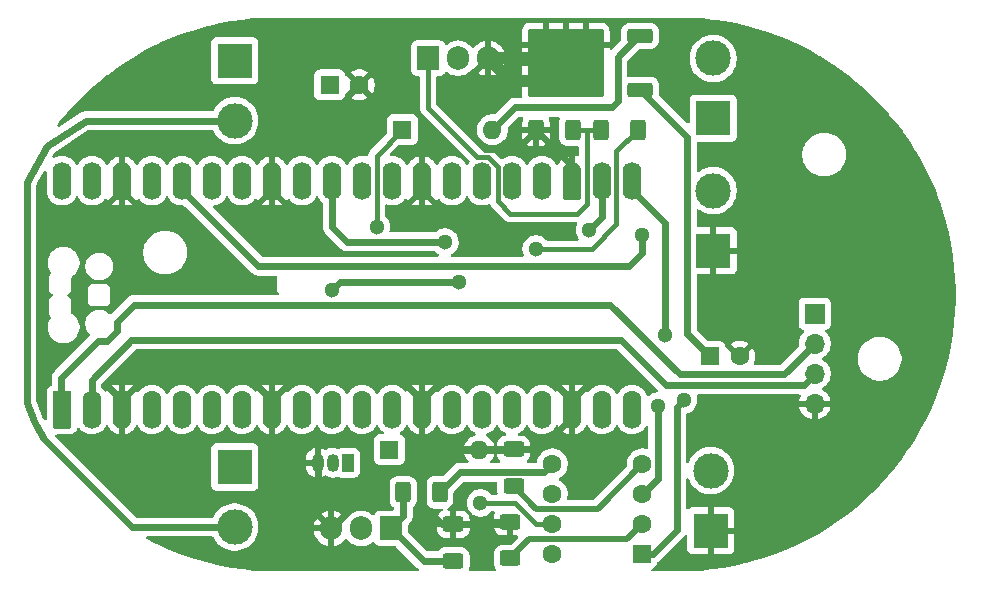
<source format=gbr>
%TF.GenerationSoftware,KiCad,Pcbnew,9.0.0*%
%TF.CreationDate,2025-03-14T14:41:01+01:00*%
%TF.ProjectId,LEDstripDrv2.0,4c454473-7472-4697-9044-7276322e302e,rev?*%
%TF.SameCoordinates,Original*%
%TF.FileFunction,Copper,L1,Top*%
%TF.FilePolarity,Positive*%
%FSLAX46Y46*%
G04 Gerber Fmt 4.6, Leading zero omitted, Abs format (unit mm)*
G04 Created by KiCad (PCBNEW 9.0.0) date 2025-03-14 14:41:01*
%MOMM*%
%LPD*%
G01*
G04 APERTURE LIST*
G04 Aperture macros list*
%AMRoundRect*
0 Rectangle with rounded corners*
0 $1 Rounding radius*
0 $2 $3 $4 $5 $6 $7 $8 $9 X,Y pos of 4 corners*
0 Add a 4 corners polygon primitive as box body*
4,1,4,$2,$3,$4,$5,$6,$7,$8,$9,$2,$3,0*
0 Add four circle primitives for the rounded corners*
1,1,$1+$1,$2,$3*
1,1,$1+$1,$4,$5*
1,1,$1+$1,$6,$7*
1,1,$1+$1,$8,$9*
0 Add four rect primitives between the rounded corners*
20,1,$1+$1,$2,$3,$4,$5,0*
20,1,$1+$1,$4,$5,$6,$7,0*
20,1,$1+$1,$6,$7,$8,$9,0*
20,1,$1+$1,$8,$9,$2,$3,0*%
%AMFreePoly0*
4,1,37,0.800000,0.796148,0.878414,0.796148,1.032228,0.765552,1.177117,0.705537,1.307515,0.618408,1.418408,0.507515,1.505537,0.377117,1.565552,0.232228,1.596148,0.078414,1.596148,-0.078414,1.565552,-0.232228,1.505537,-0.377117,1.418408,-0.507515,1.307515,-0.618408,1.177117,-0.705537,1.032228,-0.765552,0.878414,-0.796148,0.800000,-0.796148,0.800000,-0.800000,-1.400000,-0.800000,
-1.403843,-0.796157,-1.439018,-0.796157,-1.511114,-0.766294,-1.566294,-0.711114,-1.596157,-0.639018,-1.596157,-0.603843,-1.600000,-0.600000,-1.600000,0.600000,-1.596157,0.603843,-1.596157,0.639018,-1.566294,0.711114,-1.511114,0.766294,-1.439018,0.796157,-1.403843,0.796157,-1.400000,0.800000,0.800000,0.800000,0.800000,0.796148,0.800000,0.796148,$1*%
%AMFreePoly1*
4,1,37,1.403843,0.796157,1.439018,0.796157,1.511114,0.766294,1.566294,0.711114,1.596157,0.639018,1.596157,0.603843,1.600000,0.600000,1.600000,-0.600000,1.596157,-0.603843,1.596157,-0.639018,1.566294,-0.711114,1.511114,-0.766294,1.439018,-0.796157,1.403843,-0.796157,1.400000,-0.800000,-0.800000,-0.800000,-0.800000,-0.796148,-0.878414,-0.796148,-1.032228,-0.765552,-1.177117,-0.705537,
-1.307515,-0.618408,-1.418408,-0.507515,-1.505537,-0.377117,-1.565552,-0.232228,-1.596148,-0.078414,-1.596148,0.078414,-1.565552,0.232228,-1.505537,0.377117,-1.418408,0.507515,-1.307515,0.618408,-1.177117,0.705537,-1.032228,0.765552,-0.878414,0.796148,-0.800000,0.796148,-0.800000,0.800000,1.400000,0.800000,1.403843,0.796157,1.403843,0.796157,$1*%
%AMFreePoly2*
4,1,37,0.603843,0.796157,0.639018,0.796157,0.711114,0.766294,0.766294,0.711114,0.796157,0.639018,0.796157,0.603843,0.800000,0.600000,0.800000,-0.600000,0.796157,-0.603843,0.796157,-0.639018,0.766294,-0.711114,0.711114,-0.766294,0.639018,-0.796157,0.603843,-0.796157,0.600000,-0.800000,0.000000,-0.800000,0.000000,-0.796148,-0.078414,-0.796148,-0.232228,-0.765552,-0.377117,-0.705537,
-0.507515,-0.618408,-0.618408,-0.507515,-0.705537,-0.377117,-0.765552,-0.232228,-0.796148,-0.078414,-0.796148,0.078414,-0.765552,0.232228,-0.705537,0.377117,-0.618408,0.507515,-0.507515,0.618408,-0.377117,0.705537,-0.232228,0.765552,-0.078414,0.796148,0.000000,0.796148,0.000000,0.800000,0.600000,0.800000,0.603843,0.796157,0.603843,0.796157,$1*%
%AMFreePoly3*
4,1,37,0.000000,0.796148,0.078414,0.796148,0.232228,0.765552,0.377117,0.705537,0.507515,0.618408,0.618408,0.507515,0.705537,0.377117,0.765552,0.232228,0.796148,0.078414,0.796148,-0.078414,0.765552,-0.232228,0.705537,-0.377117,0.618408,-0.507515,0.507515,-0.618408,0.377117,-0.705537,0.232228,-0.765552,0.078414,-0.796148,0.000000,-0.796148,0.000000,-0.800000,-0.600000,-0.800000,
-0.603843,-0.796157,-0.639018,-0.796157,-0.711114,-0.766294,-0.766294,-0.711114,-0.796157,-0.639018,-0.796157,-0.603843,-0.800000,-0.600000,-0.800000,0.600000,-0.796157,0.603843,-0.796157,0.639018,-0.766294,0.711114,-0.711114,0.766294,-0.639018,0.796157,-0.603843,0.796157,-0.600000,0.800000,0.000000,0.800000,0.000000,0.796148,0.000000,0.796148,$1*%
G04 Aperture macros list end*
%TA.AperFunction,ComponentPad*%
%ADD10R,1.600000X1.600000*%
%TD*%
%TA.AperFunction,ComponentPad*%
%ADD11C,1.600000*%
%TD*%
%TA.AperFunction,ComponentPad*%
%ADD12R,1.050000X1.500000*%
%TD*%
%TA.AperFunction,ComponentPad*%
%ADD13O,1.050000X1.500000*%
%TD*%
%TA.AperFunction,SMDPad,CuDef*%
%ADD14RoundRect,0.250000X0.400000X0.625000X-0.400000X0.625000X-0.400000X-0.625000X0.400000X-0.625000X0*%
%TD*%
%TA.AperFunction,ComponentPad*%
%ADD15O,1.600000X1.600000*%
%TD*%
%TA.AperFunction,ComponentPad*%
%ADD16R,1.905000X2.000000*%
%TD*%
%TA.AperFunction,ComponentPad*%
%ADD17O,1.905000X2.000000*%
%TD*%
%TA.AperFunction,ComponentPad*%
%ADD18R,3.000000X3.000000*%
%TD*%
%TA.AperFunction,ComponentPad*%
%ADD19C,3.000000*%
%TD*%
%TA.AperFunction,ComponentPad*%
%ADD20RoundRect,0.250000X0.550000X0.550000X-0.550000X0.550000X-0.550000X-0.550000X0.550000X-0.550000X0*%
%TD*%
%TA.AperFunction,SMDPad,CuDef*%
%ADD21RoundRect,0.250000X-0.625000X0.400000X-0.625000X-0.400000X0.625000X-0.400000X0.625000X0.400000X0*%
%TD*%
%TA.AperFunction,SMDPad,CuDef*%
%ADD22FreePoly0,90.000000*%
%TD*%
%TA.AperFunction,ComponentPad*%
%ADD23RoundRect,0.200000X0.600000X-0.600000X0.600000X0.600000X-0.600000X0.600000X-0.600000X-0.600000X0*%
%TD*%
%TA.AperFunction,SMDPad,CuDef*%
%ADD24RoundRect,0.800000X0.000010X-0.800000X0.000010X0.800000X-0.000010X0.800000X-0.000010X-0.800000X0*%
%TD*%
%TA.AperFunction,SMDPad,CuDef*%
%ADD25FreePoly1,90.000000*%
%TD*%
%TA.AperFunction,ComponentPad*%
%ADD26FreePoly2,90.000000*%
%TD*%
%TA.AperFunction,ComponentPad*%
%ADD27FreePoly3,90.000000*%
%TD*%
%TA.AperFunction,ComponentPad*%
%ADD28R,1.700000X1.700000*%
%TD*%
%TA.AperFunction,ComponentPad*%
%ADD29O,1.700000X1.700000*%
%TD*%
%TA.AperFunction,SMDPad,CuDef*%
%ADD30RoundRect,0.250000X-0.400000X-0.625000X0.400000X-0.625000X0.400000X0.625000X-0.400000X0.625000X0*%
%TD*%
%TA.AperFunction,SMDPad,CuDef*%
%ADD31RoundRect,0.250000X0.850000X0.350000X-0.850000X0.350000X-0.850000X-0.350000X0.850000X-0.350000X0*%
%TD*%
%TA.AperFunction,SMDPad,CuDef*%
%ADD32RoundRect,0.250000X1.275000X1.125000X-1.275000X1.125000X-1.275000X-1.125000X1.275000X-1.125000X0*%
%TD*%
%TA.AperFunction,SMDPad,CuDef*%
%ADD33RoundRect,0.249997X2.950003X2.650003X-2.950003X2.650003X-2.950003X-2.650003X2.950003X-2.650003X0*%
%TD*%
%TA.AperFunction,ViaPad*%
%ADD34C,1.300000*%
%TD*%
%TA.AperFunction,Conductor*%
%ADD35C,0.600000*%
%TD*%
%TA.AperFunction,Conductor*%
%ADD36C,1.000000*%
%TD*%
%TA.AperFunction,Conductor*%
%ADD37C,0.400000*%
%TD*%
%TA.AperFunction,Conductor*%
%ADD38C,0.500000*%
%TD*%
G04 APERTURE END LIST*
D10*
%TO.P,C2,1*%
%TO.N,+24V*%
X164238606Y-100700000D03*
D11*
%TO.P,C2,2*%
%TO.N,GND*%
X166738606Y-100700000D03*
%TD*%
D12*
%TO.P,U3,1,+V_{S}*%
%TO.N,Net-(A1-VSYS)*%
X133570000Y-109700000D03*
D13*
%TO.P,U3,2,V_{OUT}*%
%TO.N,Net-(A1-GPIO28_ADC2)*%
X132300000Y-109700000D03*
%TO.P,U3,3,GND*%
%TO.N,GND*%
X131030000Y-109700000D03*
%TD*%
D14*
%TO.P,R1,1*%
%TO.N,Net-(R1-Pad1)*%
X158100000Y-81500000D03*
%TO.P,R1,2*%
%TO.N,Net-(Q1-G)*%
X155000000Y-81500000D03*
%TD*%
D10*
%TO.P,D3,1,K*%
%TO.N,Net-(A1-VSYS)*%
X138190000Y-81500000D03*
D15*
%TO.P,D3,2,A*%
%TO.N,Net-(D3-A)*%
X145810000Y-81500000D03*
%TD*%
D10*
%TO.P,D1,1,K*%
%TO.N,Net-(A1-GPIO28_ADC2)*%
X137090000Y-108600000D03*
D15*
%TO.P,D1,2,A*%
%TO.N,GND*%
X144710000Y-108600000D03*
%TD*%
D16*
%TO.P,Q2,1,G*%
%TO.N,Net-(Q2-G)*%
X137240000Y-115255000D03*
D17*
%TO.P,Q2,2,D*%
%TO.N,Net-(J2-Pin_1)*%
X134700000Y-115255000D03*
%TO.P,Q2,3,S*%
%TO.N,GND*%
X132160000Y-115255000D03*
%TD*%
D18*
%TO.P,J4,1,Pin_1*%
%TO.N,GND*%
X164300000Y-115440000D03*
D19*
%TO.P,J4,2,Pin_2*%
%TO.N,+24V*%
X164300000Y-110360000D03*
%TD*%
D10*
%TO.P,C1,1*%
%TO.N,Net-(A1-VSYS)*%
X132038606Y-77700000D03*
D11*
%TO.P,C1,2*%
%TO.N,GND*%
X134538606Y-77700000D03*
%TD*%
D20*
%TO.P,U5,1*%
%TO.N,Net-(A1-GPIO16)*%
X158505000Y-117410000D03*
D11*
%TO.P,U5,2*%
%TO.N,Net-(R3-Pad2)*%
X158505000Y-114870000D03*
%TO.P,U5,3*%
%TO.N,Net-(A1-GPIO17)*%
X158505000Y-112330000D03*
%TO.P,U5,4*%
%TO.N,Net-(R4-Pad2)*%
X158505000Y-109790000D03*
%TO.P,U5,5*%
%TO.N,Net-(R5-Pad1)*%
X150885000Y-109790000D03*
%TO.P,U5,6*%
%TO.N,+24V*%
X150885000Y-112330000D03*
%TO.P,U5,7*%
%TO.N,Net-(R1-Pad1)*%
X150885000Y-114870000D03*
%TO.P,U5,8*%
%TO.N,+24V*%
X150885000Y-117410000D03*
%TD*%
D16*
%TO.P,Q1,1,G*%
%TO.N,Net-(Q1-G)*%
X140360000Y-75445000D03*
D17*
%TO.P,Q1,2,D*%
%TO.N,Net-(J1-Pin_1)*%
X142900000Y-75445000D03*
%TO.P,Q1,3,S*%
%TO.N,GND*%
X145440000Y-75445000D03*
%TD*%
D14*
%TO.P,R5,1*%
%TO.N,Net-(R5-Pad1)*%
X141350000Y-112200000D03*
%TO.P,R5,2*%
%TO.N,Net-(Q2-G)*%
X138250000Y-112200000D03*
%TD*%
D21*
%TO.P,R3,1*%
%TO.N,GND*%
X147300000Y-114700000D03*
%TO.P,R3,2*%
%TO.N,Net-(R3-Pad2)*%
X147300000Y-117800000D03*
%TD*%
D22*
%TO.P,A1,1,GPIO0*%
%TO.N,Net-(A1-GPIO0)*%
X109370000Y-105190000D03*
D23*
X109370000Y-104390000D03*
D24*
%TO.P,A1,2,GPIO1*%
%TO.N,Net-(A1-GPIO1)*%
X111910000Y-105190000D03*
D11*
X111910000Y-104390000D03*
D25*
%TO.P,A1,3,GND*%
%TO.N,GND*%
X114450000Y-105190000D03*
D26*
X114450000Y-104390000D03*
D24*
%TO.P,A1,4,GPIO2*%
%TO.N,unconnected-(A1-GPIO2-Pad4)*%
X116990000Y-105190000D03*
D11*
X116990000Y-104390000D03*
D24*
%TO.P,A1,5,GPIO3*%
%TO.N,unconnected-(A1-GPIO3-Pad5)*%
X119530000Y-105190000D03*
D11*
X119530000Y-104390000D03*
D24*
%TO.P,A1,6,GPIO4*%
%TO.N,unconnected-(A1-GPIO4-Pad6)*%
X122070000Y-105190000D03*
D11*
X122070000Y-104390000D03*
D24*
%TO.P,A1,7,GPIO5*%
%TO.N,unconnected-(A1-GPIO5-Pad7)*%
X124610000Y-105190000D03*
D11*
X124610000Y-104390000D03*
D25*
%TO.P,A1,8,GND*%
%TO.N,GND*%
X127150000Y-105190000D03*
D26*
X127150000Y-104390000D03*
D24*
%TO.P,A1,9,GPIO6*%
%TO.N,unconnected-(A1-GPIO6-Pad9)*%
X129690000Y-105190000D03*
D11*
X129690000Y-104390000D03*
D24*
%TO.P,A1,10,GPIO7*%
%TO.N,unconnected-(A1-GPIO7-Pad10)*%
X132230000Y-105190000D03*
D11*
X132230000Y-104390000D03*
D24*
%TO.P,A1,11,GPIO8*%
%TO.N,unconnected-(A1-GPIO8-Pad11)*%
X134770000Y-105190000D03*
D11*
X134770000Y-104390000D03*
D24*
%TO.P,A1,12,GPIO9*%
%TO.N,unconnected-(A1-GPIO9-Pad12)*%
X137310000Y-105190000D03*
D11*
X137310000Y-104390000D03*
D25*
%TO.P,A1,13,GND*%
%TO.N,GND*%
X139850000Y-105190000D03*
D26*
X139850000Y-104390000D03*
D24*
%TO.P,A1,14,GPIO10*%
%TO.N,unconnected-(A1-GPIO10-Pad14)*%
X142390000Y-105190000D03*
D11*
X142390000Y-104390000D03*
D24*
%TO.P,A1,15,GPIO11*%
%TO.N,unconnected-(A1-GPIO11-Pad15)*%
X144930000Y-105190000D03*
D11*
X144930000Y-104390000D03*
D24*
%TO.P,A1,16,GPIO12*%
%TO.N,unconnected-(A1-GPIO12-Pad16)*%
X147470000Y-105190000D03*
D11*
X147470000Y-104390000D03*
D24*
%TO.P,A1,17,GPIO13*%
%TO.N,unconnected-(A1-GPIO13-Pad17)*%
X150010000Y-105190000D03*
D11*
X150010000Y-104390000D03*
D25*
%TO.P,A1,18,GND*%
%TO.N,GND*%
X152550000Y-105190000D03*
D26*
X152550000Y-104390000D03*
D24*
%TO.P,A1,19,GPIO14*%
%TO.N,unconnected-(A1-GPIO14-Pad19)*%
X155090000Y-105190000D03*
D11*
X155090000Y-104390000D03*
D24*
%TO.P,A1,20,GPIO15*%
%TO.N,unconnected-(A1-GPIO15-Pad20)*%
X157630000Y-105190000D03*
D11*
X157630000Y-104390000D03*
%TO.P,A1,21,GPIO16*%
%TO.N,Net-(A1-GPIO16)*%
X157630000Y-86610000D03*
D24*
X157630000Y-85810000D03*
D11*
%TO.P,A1,22,GPIO17*%
%TO.N,Net-(A1-GPIO17)*%
X155090000Y-86610000D03*
D24*
X155090000Y-85810000D03*
D27*
%TO.P,A1,23,GND*%
%TO.N,GND*%
X152550000Y-86610000D03*
D22*
X152550000Y-85810000D03*
D11*
%TO.P,A1,24,GPIO18*%
%TO.N,unconnected-(A1-GPIO18-Pad24)*%
X150010000Y-86610000D03*
D24*
X150010000Y-85810000D03*
D11*
%TO.P,A1,25,GPIO19*%
%TO.N,unconnected-(A1-GPIO19-Pad25)*%
X147470000Y-86610000D03*
D24*
X147470000Y-85810000D03*
D11*
%TO.P,A1,26,GPIO20*%
%TO.N,unconnected-(A1-GPIO20-Pad26)*%
X144930000Y-86610000D03*
D24*
X144930000Y-85810000D03*
D11*
%TO.P,A1,27,GPIO21*%
%TO.N,unconnected-(A1-GPIO21-Pad27)*%
X142390000Y-86610000D03*
D24*
X142390000Y-85810000D03*
D27*
%TO.P,A1,28,GND*%
%TO.N,GND*%
X139850000Y-86610000D03*
D22*
X139850000Y-85810000D03*
D11*
%TO.P,A1,29,GPIO22*%
%TO.N,unconnected-(A1-GPIO22-Pad29)*%
X137310000Y-86610000D03*
D24*
X137310000Y-85810000D03*
D11*
%TO.P,A1,30,RUN*%
%TO.N,unconnected-(A1-RUN-Pad30)*%
X134770000Y-86610000D03*
D24*
X134770000Y-85810000D03*
D11*
%TO.P,A1,31,GPIO26_ADC0*%
%TO.N,Net-(A1-GPIO26_ADC0)*%
X132230000Y-86610000D03*
D24*
X132230000Y-85810000D03*
D11*
%TO.P,A1,32,GPIO27_ADC1*%
%TO.N,Net-(A1-GPIO27_ADC1)*%
X129690000Y-86610000D03*
D24*
X129690000Y-85810000D03*
D27*
%TO.P,A1,33,AGND*%
%TO.N,GND*%
X127150000Y-86610000D03*
D22*
X127150000Y-85810000D03*
D11*
%TO.P,A1,34,GPIO28_ADC2*%
%TO.N,Net-(A1-GPIO28_ADC2)*%
X124610000Y-86610000D03*
D24*
X124610000Y-85810000D03*
D11*
%TO.P,A1,35,ADC_VREF*%
%TO.N,unconnected-(A1-ADC_VREF-Pad35)*%
X122070000Y-86610000D03*
D24*
X122070000Y-85810000D03*
D11*
%TO.P,A1,36,3V3*%
%TO.N,Net-(A1-3V3)*%
X119530000Y-86610000D03*
D24*
X119530000Y-85810000D03*
D11*
%TO.P,A1,37,3V3_EN*%
%TO.N,unconnected-(A1-3V3_EN-Pad37)*%
X116990000Y-86610000D03*
D24*
X116990000Y-85810000D03*
D27*
%TO.P,A1,38,GND*%
%TO.N,GND*%
X114450000Y-86610000D03*
D22*
X114450000Y-85810000D03*
D11*
%TO.P,A1,39,VSYS*%
%TO.N,Net-(A1-VSYS)*%
X111910000Y-86610000D03*
D24*
X111910000Y-85810000D03*
D11*
%TO.P,A1,40,VBUS*%
%TO.N,unconnected-(A1-VBUS-Pad40)*%
X109370000Y-86610000D03*
D24*
X109370000Y-85810000D03*
%TD*%
D28*
%TO.P,J3,1,Pin_1*%
%TO.N,Net-(A1-3V3)*%
X173100000Y-97080000D03*
D29*
%TO.P,J3,2,Pin_2*%
%TO.N,Net-(A1-GPIO0)*%
X173100000Y-99620000D03*
%TO.P,J3,3,Pin_3*%
%TO.N,Net-(A1-GPIO1)*%
X173100000Y-102160000D03*
%TO.P,J3,4,Pin_4*%
%TO.N,GND*%
X173100000Y-104700000D03*
%TD*%
D18*
%TO.P,J1,1,Pin_1*%
%TO.N,Net-(J1-Pin_1)*%
X124000000Y-75660000D03*
D19*
%TO.P,J1,2,Pin_2*%
%TO.N,+24V*%
X124000000Y-80740000D03*
%TD*%
D18*
%TO.P,J5,1,Pin_1*%
%TO.N,GND*%
X164500000Y-91740000D03*
D19*
%TO.P,J5,2,Pin_2*%
%TO.N,Net-(A1-3V3)*%
X164500000Y-86660000D03*
%TD*%
D21*
%TO.P,R6,1*%
%TO.N,GND*%
X142500000Y-114900000D03*
%TO.P,R6,2*%
%TO.N,Net-(Q2-G)*%
X142500000Y-118000000D03*
%TD*%
D18*
%TO.P,J6,1,Pin_1*%
%TO.N,Net-(A1-GPIO26_ADC0)*%
X164500000Y-80540000D03*
D19*
%TO.P,J6,2,Pin_2*%
%TO.N,Net-(A1-GPIO27_ADC1)*%
X164500000Y-75460000D03*
%TD*%
D30*
%TO.P,R2,1*%
%TO.N,GND*%
X149500000Y-81500000D03*
%TO.P,R2,2*%
%TO.N,Net-(Q1-G)*%
X152600000Y-81500000D03*
%TD*%
D31*
%TO.P,U4,1,VI*%
%TO.N,+24V*%
X158325000Y-78105000D03*
D32*
%TO.P,U4,2,GND*%
%TO.N,GND*%
X153700000Y-77350000D03*
X153700000Y-74300000D03*
D33*
X152025000Y-75825000D03*
D32*
X150350000Y-77350000D03*
X150350000Y-74300000D03*
D31*
%TO.P,U4,3,VO*%
%TO.N,Net-(D3-A)*%
X158325000Y-73545000D03*
%TD*%
D21*
%TO.P,R4,1*%
%TO.N,GND*%
X147600000Y-108550000D03*
%TO.P,R4,2*%
%TO.N,Net-(R4-Pad2)*%
X147600000Y-111650000D03*
%TD*%
D18*
%TO.P,J2,1,Pin_1*%
%TO.N,Net-(J2-Pin_1)*%
X124000000Y-110060000D03*
D19*
%TO.P,J2,2,Pin_2*%
%TO.N,+24V*%
X124000000Y-115140000D03*
%TD*%
D34*
%TO.N,Net-(R1-Pad1)*%
X144800000Y-113100000D03*
X149500000Y-91600000D03*
%TO.N,Net-(A1-GPIO16)*%
X162000000Y-104400000D03*
X160400000Y-98900000D03*
%TO.N,Net-(A1-GPIO17)*%
X154000000Y-90000000D03*
X159800000Y-104900000D03*
%TO.N,Net-(A1-GPIO26_ADC0)*%
X141800000Y-91000000D03*
%TO.N,Net-(A1-VSYS)*%
X136000000Y-89700000D03*
%TO.N,Net-(A1-GPIO27_ADC1)*%
X132200000Y-95100000D03*
X143000000Y-94400000D03*
%TO.N,Net-(A1-3V3)*%
X158500000Y-90400000D03*
%TD*%
D35*
%TO.N,GND*%
X143900000Y-76985000D02*
X145440000Y-75445000D01*
X145200000Y-83100000D02*
X143900000Y-81800000D01*
X147900000Y-83100000D02*
X145200000Y-83100000D01*
X143900000Y-81800000D02*
X143900000Y-76985000D01*
X149500000Y-81500000D02*
X147900000Y-83100000D01*
X152550000Y-84550000D02*
X149500000Y-81500000D01*
D36*
X147345000Y-77350000D02*
X145440000Y-75445000D01*
X150350000Y-77350000D02*
X147345000Y-77350000D01*
D35*
X149850000Y-108550000D02*
X147600000Y-108550000D01*
X152550000Y-105850000D02*
X149850000Y-108550000D01*
X152550000Y-104390000D02*
X152550000Y-105850000D01*
%TO.N,Net-(A1-GPIO16)*%
X160400000Y-89380000D02*
X160400000Y-98900000D01*
X157630000Y-86610000D02*
X160400000Y-89380000D01*
%TO.N,Net-(A1-3V3)*%
X157354508Y-93045492D02*
X125965492Y-93045492D01*
X158500000Y-91900000D02*
X157354508Y-93045492D01*
X125965492Y-93045492D02*
X119530000Y-86610000D01*
X158500000Y-90400000D02*
X158500000Y-91900000D01*
%TO.N,+24V*%
X162300000Y-82080000D02*
X158325000Y-78105000D01*
X162300000Y-98761394D02*
X162300000Y-82080000D01*
X164238606Y-100700000D02*
X162300000Y-98761394D01*
%TO.N,Net-(A1-GPIO0)*%
X109300000Y-104320000D02*
X109370000Y-104390000D01*
X109300000Y-102500000D02*
X109300000Y-104320000D01*
X112399000Y-99401000D02*
X109300000Y-102500000D01*
X113141379Y-99401000D02*
X112399000Y-99401000D01*
X114006000Y-98536379D02*
X113141379Y-99401000D01*
X115500000Y-96300000D02*
X114006000Y-97794000D01*
X155800000Y-96300000D02*
X115500000Y-96300000D01*
X114006000Y-97794000D02*
X114006000Y-98536379D01*
X161700000Y-102200000D02*
X155800000Y-96300000D01*
X170520000Y-102200000D02*
X161700000Y-102200000D01*
X173100000Y-99620000D02*
X170520000Y-102200000D01*
%TO.N,GND*%
X147550000Y-108600000D02*
X147600000Y-108550000D01*
X139900000Y-113300000D02*
X141500000Y-114900000D01*
X149082500Y-75445000D02*
X150425000Y-74102500D01*
X147600000Y-108550000D02*
X142350000Y-108550000D01*
X142350000Y-108550000D02*
X139900000Y-111000000D01*
X142500000Y-114900000D02*
X147100000Y-114900000D01*
X132160000Y-115255000D02*
X131030000Y-114125000D01*
X141500000Y-114900000D02*
X142500000Y-114900000D01*
X140600000Y-110300000D02*
X142300000Y-108600000D01*
X132160000Y-115255000D02*
X137115000Y-110300000D01*
X131030000Y-114125000D02*
X131030000Y-109700000D01*
D37*
X152550000Y-86610000D02*
X152550000Y-84550000D01*
D35*
X142300000Y-108600000D02*
X144710000Y-108600000D01*
X139900000Y-111000000D02*
X139900000Y-113300000D01*
X147100000Y-114900000D02*
X147300000Y-114700000D01*
X144710000Y-108600000D02*
X147550000Y-108600000D01*
D36*
X145440000Y-75445000D02*
X149082500Y-75445000D01*
D35*
X137115000Y-110300000D02*
X140600000Y-110300000D01*
D37*
%TO.N,Net-(Q1-G)*%
X144509000Y-83809000D02*
X145427472Y-83809000D01*
X153000000Y-88600000D02*
X153800000Y-87800000D01*
X146269000Y-87569000D02*
X147300000Y-88600000D01*
X152600000Y-81500000D02*
X153800000Y-81500000D01*
X140360000Y-79660000D02*
X144509000Y-83809000D01*
X140360000Y-75445000D02*
X140360000Y-79660000D01*
X147300000Y-88600000D02*
X153000000Y-88600000D01*
X153800000Y-87800000D02*
X153800000Y-81500000D01*
X146269000Y-84650528D02*
X146269000Y-87569000D01*
X153800000Y-81500000D02*
X155000000Y-81500000D01*
X145427472Y-83809000D02*
X146269000Y-84650528D01*
%TO.N,Net-(R1-Pad1)*%
X156291000Y-89509000D02*
X156291000Y-83309000D01*
X154200000Y-91600000D02*
X156291000Y-89509000D01*
X149470000Y-114870000D02*
X150885000Y-114870000D01*
X147700000Y-113100000D02*
X149470000Y-114870000D01*
X144800000Y-113100000D02*
X147700000Y-113100000D01*
X149500000Y-91600000D02*
X154200000Y-91600000D01*
X156291000Y-83309000D02*
X158100000Y-81500000D01*
D35*
%TO.N,Net-(A1-GPIO16)*%
X162000000Y-104400000D02*
X161400000Y-105000000D01*
X161400000Y-105000000D02*
X161400000Y-115400000D01*
X161400000Y-115400000D02*
X159390000Y-117410000D01*
X159390000Y-117410000D02*
X158505000Y-117410000D01*
%TO.N,Net-(A1-GPIO17)*%
X159800000Y-111035000D02*
X159800000Y-104900000D01*
X154000000Y-90000000D02*
X155090000Y-88910000D01*
X158505000Y-112330000D02*
X159800000Y-111035000D01*
X155090000Y-88910000D02*
X155090000Y-85810000D01*
%TO.N,Net-(A1-GPIO1)*%
X115250000Y-99300000D02*
X111900000Y-102650000D01*
X173120000Y-102180000D02*
X172200000Y-103100000D01*
X172200000Y-103100000D02*
X160500000Y-103100000D01*
X156700000Y-99300000D02*
X115250000Y-99300000D01*
X160500000Y-103100000D02*
X156700000Y-99300000D01*
X173100000Y-102160000D02*
X173120000Y-102180000D01*
X111900000Y-104380000D02*
X111910000Y-104390000D01*
X111900000Y-102650000D02*
X111900000Y-104380000D01*
%TO.N,Net-(A1-GPIO26_ADC0)*%
X133513661Y-91000000D02*
X132230000Y-89716339D01*
X132230000Y-89716339D02*
X132230000Y-86610000D01*
X141800000Y-91000000D02*
X133513661Y-91000000D01*
D37*
%TO.N,Net-(A1-VSYS)*%
X136000000Y-89700000D02*
X136000000Y-83690000D01*
X136000000Y-83690000D02*
X138190000Y-81500000D01*
D35*
%TO.N,Net-(A1-GPIO27_ADC1)*%
X132900000Y-94400000D02*
X132200000Y-95100000D01*
X143000000Y-94400000D02*
X132900000Y-94400000D01*
%TO.N,+24V*%
X124000000Y-80740000D02*
X111360000Y-80740000D01*
X108100000Y-82900000D02*
X106400000Y-85960959D01*
X111360000Y-80740000D02*
X108100000Y-82900000D01*
X106400000Y-104600000D02*
X106972480Y-106126614D01*
X106400000Y-85960959D02*
X106400000Y-104600000D01*
X115334099Y-115134099D02*
X115343171Y-115140000D01*
X107849000Y-107649000D02*
X115334099Y-115134099D01*
X107172142Y-106493797D02*
X107849000Y-107649000D01*
X115343171Y-115140000D02*
X124000000Y-115140000D01*
X106972480Y-106126614D02*
X107172142Y-106493797D01*
%TO.N,Net-(D3-A)*%
X155897002Y-79600000D02*
X156400000Y-79097002D01*
X145810000Y-81500000D02*
X147710000Y-79600000D01*
X147710000Y-79600000D02*
X155897002Y-79600000D01*
X156400000Y-75347500D02*
X158400000Y-73347500D01*
X156400000Y-79097002D02*
X156400000Y-75347500D01*
%TO.N,Net-(Q2-G)*%
X138250000Y-114245000D02*
X137240000Y-115255000D01*
X139985000Y-118000000D02*
X137240000Y-115255000D01*
X138250000Y-112200000D02*
X138250000Y-114245000D01*
X142500000Y-118000000D02*
X139985000Y-118000000D01*
D38*
%TO.N,Net-(R3-Pad2)*%
X147300000Y-117800000D02*
X148941000Y-116159000D01*
X148941000Y-116159000D02*
X157216000Y-116159000D01*
X157216000Y-116159000D02*
X158505000Y-114870000D01*
%TO.N,Net-(R4-Pad2)*%
X154714000Y-113581000D02*
X158505000Y-109790000D01*
X149531000Y-113581000D02*
X154714000Y-113581000D01*
X147600000Y-111650000D02*
X149531000Y-113581000D01*
D35*
%TO.N,Net-(R5-Pad1)*%
X150176000Y-110499000D02*
X150885000Y-109790000D01*
X143051000Y-110499000D02*
X150176000Y-110499000D01*
X141350000Y-112200000D02*
X143051000Y-110499000D01*
%TD*%
%TA.AperFunction,Conductor*%
%TO.N,GND*%
G36*
X161645202Y-72000653D02*
G01*
X161682692Y-72001489D01*
X162597751Y-72021895D01*
X162602747Y-72022108D01*
X163552560Y-72082120D01*
X163557565Y-72082539D01*
X164504105Y-72181242D01*
X164509124Y-72181869D01*
X164705616Y-72210501D01*
X165450857Y-72319099D01*
X165455793Y-72319920D01*
X166391196Y-72495461D01*
X166396123Y-72496491D01*
X167323521Y-72710026D01*
X167328388Y-72711251D01*
X168246353Y-72962450D01*
X168251172Y-72963875D01*
X169158091Y-73252299D01*
X169162863Y-73253924D01*
X170009138Y-73561605D01*
X170057244Y-73579095D01*
X170061961Y-73580919D01*
X170942389Y-73942325D01*
X170946979Y-73944320D01*
X171811890Y-74341318D01*
X171816425Y-74343513D01*
X172664435Y-74775469D01*
X172668895Y-74777856D01*
X173498560Y-75244031D01*
X173502901Y-75246588D01*
X174312881Y-75746231D01*
X174317082Y-75748942D01*
X174763411Y-76050068D01*
X175106029Y-76281224D01*
X175110164Y-76284139D01*
X175876675Y-76848109D01*
X175880688Y-76851189D01*
X176623591Y-77445985D01*
X176627475Y-77449227D01*
X177345495Y-78073829D01*
X177349243Y-78077227D01*
X177847672Y-78547870D01*
X178041157Y-78730568D01*
X178044760Y-78734111D01*
X178108581Y-78799500D01*
X178709485Y-79415172D01*
X178712944Y-79418864D01*
X179103656Y-79853299D01*
X179263118Y-80030606D01*
X179349313Y-80126446D01*
X179352615Y-80130272D01*
X179428401Y-80221786D01*
X179959616Y-80863254D01*
X179962754Y-80867204D01*
X180539340Y-81624322D01*
X180542297Y-81628373D01*
X180564294Y-81659843D01*
X181087532Y-82408399D01*
X181090345Y-82412604D01*
X181247087Y-82657546D01*
X181533211Y-83104677D01*
X181603291Y-83214191D01*
X181605921Y-83218492D01*
X181736829Y-83442712D01*
X182085748Y-84040346D01*
X182088209Y-84044766D01*
X182534106Y-84885494D01*
X182536385Y-84890011D01*
X182947616Y-85748227D01*
X182949709Y-85752833D01*
X183325594Y-86627118D01*
X183327497Y-86631805D01*
X183576239Y-87282283D01*
X183637713Y-87443045D01*
X183667411Y-87520706D01*
X183669121Y-87525468D01*
X183972489Y-88427481D01*
X183974003Y-88432308D01*
X184240317Y-89345918D01*
X184241634Y-89350803D01*
X184470468Y-90274553D01*
X184471584Y-90279487D01*
X184662544Y-91211789D01*
X184663458Y-91216765D01*
X184816232Y-92156088D01*
X184816942Y-92161097D01*
X184931273Y-93105866D01*
X184931778Y-93110900D01*
X185007473Y-94059526D01*
X185007773Y-94064576D01*
X185044712Y-95015537D01*
X185044805Y-95020595D01*
X185042925Y-95972243D01*
X185042812Y-95977301D01*
X185002111Y-96928109D01*
X185001791Y-96933158D01*
X184922344Y-97881478D01*
X184921819Y-97886510D01*
X184803753Y-98830823D01*
X184803023Y-98835829D01*
X184646538Y-99774522D01*
X184645605Y-99779494D01*
X184450954Y-100711056D01*
X184449818Y-100715986D01*
X184217337Y-101638806D01*
X184216001Y-101643686D01*
X183946074Y-102556242D01*
X183944541Y-102561063D01*
X183637603Y-103461885D01*
X183635874Y-103466639D01*
X183292451Y-104354181D01*
X183290529Y-104358861D01*
X182911195Y-105231640D01*
X182909084Y-105236238D01*
X182494467Y-106092810D01*
X182492171Y-106097318D01*
X182042937Y-106936307D01*
X182040458Y-106940717D01*
X181557404Y-107760632D01*
X181554748Y-107764938D01*
X181038622Y-108564513D01*
X181035792Y-108568706D01*
X180487499Y-109346535D01*
X180484500Y-109350610D01*
X179904937Y-110105425D01*
X179901775Y-110109374D01*
X179291895Y-110839931D01*
X179288574Y-110843748D01*
X178649414Y-111548807D01*
X178645941Y-111552485D01*
X177978530Y-112230908D01*
X177974909Y-112234441D01*
X177280405Y-112885052D01*
X177276643Y-112888435D01*
X176556156Y-113510195D01*
X176552259Y-113513421D01*
X175807036Y-114105253D01*
X175803011Y-114108318D01*
X175034245Y-114669275D01*
X175030098Y-114672173D01*
X174239116Y-115201287D01*
X174234855Y-115204014D01*
X173422909Y-115700448D01*
X173418540Y-115702998D01*
X172587042Y-116165887D01*
X172582572Y-116168257D01*
X171732899Y-116596834D01*
X171728337Y-116599020D01*
X170861865Y-116992594D01*
X170857217Y-116994592D01*
X169975424Y-117352490D01*
X169970698Y-117354297D01*
X169075026Y-117675931D01*
X169070231Y-117677543D01*
X168162193Y-117962374D01*
X168157336Y-117963789D01*
X167238443Y-118211340D01*
X167233532Y-118212556D01*
X166305311Y-118422419D01*
X166300355Y-118423434D01*
X165364334Y-118595261D01*
X165359340Y-118596073D01*
X164417079Y-118729577D01*
X164412057Y-118730184D01*
X163465153Y-118825140D01*
X163460110Y-118825542D01*
X162510115Y-118881794D01*
X162505059Y-118881990D01*
X161551879Y-118899475D01*
X161549610Y-118899496D01*
X161549089Y-118899496D01*
X161485139Y-118899365D01*
X161484632Y-118899498D01*
X161476162Y-118899499D01*
X161476161Y-118899498D01*
X161476157Y-118899499D01*
X159374169Y-118899499D01*
X159307130Y-118879814D01*
X159261375Y-118827010D01*
X159251431Y-118757852D01*
X159280456Y-118694296D01*
X159335163Y-118657793D01*
X159374334Y-118644814D01*
X159523656Y-118552712D01*
X159647712Y-118428656D01*
X159739814Y-118279334D01*
X159786136Y-118139541D01*
X159825907Y-118082099D01*
X159834935Y-118075455D01*
X159900289Y-118031789D01*
X162021789Y-115910289D01*
X162054077Y-115861966D01*
X162072900Y-115833796D01*
X162126513Y-115788992D01*
X162195838Y-115780286D01*
X162258865Y-115810443D01*
X162295583Y-115869887D01*
X162300000Y-115902689D01*
X162300000Y-116987844D01*
X162306401Y-117047372D01*
X162306403Y-117047379D01*
X162356645Y-117182086D01*
X162356649Y-117182093D01*
X162442809Y-117297187D01*
X162442812Y-117297190D01*
X162557906Y-117383350D01*
X162557913Y-117383354D01*
X162692620Y-117433596D01*
X162692627Y-117433598D01*
X162752155Y-117439999D01*
X162752172Y-117440000D01*
X164050000Y-117440000D01*
X164050000Y-116159064D01*
X164078316Y-116170793D01*
X164225147Y-116200000D01*
X164374853Y-116200000D01*
X164521684Y-116170793D01*
X164550000Y-116159064D01*
X164550000Y-117440000D01*
X165847828Y-117440000D01*
X165847844Y-117439999D01*
X165907372Y-117433598D01*
X165907379Y-117433596D01*
X166042086Y-117383354D01*
X166042093Y-117383350D01*
X166157187Y-117297190D01*
X166157190Y-117297187D01*
X166243350Y-117182093D01*
X166243354Y-117182086D01*
X166293596Y-117047379D01*
X166293598Y-117047372D01*
X166299999Y-116987844D01*
X166300000Y-116987827D01*
X166300000Y-115690000D01*
X165019064Y-115690000D01*
X165030793Y-115661684D01*
X165060000Y-115514853D01*
X165060000Y-115365147D01*
X165030793Y-115218316D01*
X165019064Y-115190000D01*
X166300000Y-115190000D01*
X166300000Y-113892172D01*
X166299999Y-113892155D01*
X166293598Y-113832627D01*
X166293596Y-113832620D01*
X166243354Y-113697913D01*
X166243350Y-113697906D01*
X166157190Y-113582812D01*
X166157187Y-113582809D01*
X166042093Y-113496649D01*
X166042086Y-113496645D01*
X165907379Y-113446403D01*
X165907372Y-113446401D01*
X165847844Y-113440000D01*
X164550000Y-113440000D01*
X164550000Y-114720935D01*
X164521684Y-114709207D01*
X164374853Y-114680000D01*
X164225147Y-114680000D01*
X164078316Y-114709207D01*
X164050000Y-114720935D01*
X164050000Y-113440000D01*
X162752155Y-113440000D01*
X162692627Y-113446401D01*
X162692620Y-113446403D01*
X162557913Y-113496645D01*
X162557906Y-113496649D01*
X162442812Y-113582809D01*
X162423766Y-113608252D01*
X162367832Y-113650122D01*
X162298140Y-113655106D01*
X162236818Y-113621620D01*
X162203333Y-113560297D01*
X162200500Y-113533940D01*
X162200500Y-111142306D01*
X162220185Y-111075267D01*
X162272989Y-111029512D01*
X162342147Y-111019568D01*
X162405703Y-111048593D01*
X162439061Y-111094853D01*
X162501954Y-111246690D01*
X162501958Y-111246700D01*
X162633075Y-111473803D01*
X162792718Y-111681851D01*
X162792726Y-111681860D01*
X162978140Y-111867274D01*
X162978148Y-111867281D01*
X163186196Y-112026924D01*
X163413299Y-112158041D01*
X163413309Y-112158046D01*
X163647556Y-112255074D01*
X163655581Y-112258398D01*
X163908884Y-112326270D01*
X164168880Y-112360500D01*
X164168887Y-112360500D01*
X164431113Y-112360500D01*
X164431120Y-112360500D01*
X164691116Y-112326270D01*
X164944419Y-112258398D01*
X165186697Y-112158043D01*
X165413803Y-112026924D01*
X165621851Y-111867282D01*
X165621855Y-111867277D01*
X165621860Y-111867274D01*
X165807274Y-111681860D01*
X165807277Y-111681855D01*
X165807282Y-111681851D01*
X165966924Y-111473803D01*
X166098043Y-111246697D01*
X166198398Y-111004419D01*
X166266270Y-110751116D01*
X166300500Y-110491120D01*
X166300500Y-110228880D01*
X166266270Y-109968884D01*
X166198398Y-109715581D01*
X166186828Y-109687648D01*
X166098046Y-109473309D01*
X166098041Y-109473299D01*
X165966924Y-109246196D01*
X165807281Y-109038148D01*
X165807274Y-109038140D01*
X165621860Y-108852726D01*
X165621851Y-108852718D01*
X165413803Y-108693075D01*
X165186700Y-108561958D01*
X165186690Y-108561953D01*
X164944428Y-108461605D01*
X164944421Y-108461603D01*
X164944419Y-108461602D01*
X164691116Y-108393730D01*
X164633339Y-108386123D01*
X164431127Y-108359500D01*
X164431120Y-108359500D01*
X164168880Y-108359500D01*
X164168872Y-108359500D01*
X163937772Y-108389926D01*
X163908884Y-108393730D01*
X163715279Y-108445606D01*
X163655581Y-108461602D01*
X163655571Y-108461605D01*
X163413309Y-108561953D01*
X163413299Y-108561958D01*
X163186196Y-108693075D01*
X162978148Y-108852718D01*
X162792718Y-109038148D01*
X162633075Y-109246196D01*
X162501958Y-109473299D01*
X162501953Y-109473309D01*
X162439061Y-109625146D01*
X162395220Y-109679549D01*
X162328926Y-109701614D01*
X162261226Y-109684335D01*
X162213616Y-109633197D01*
X162200500Y-109577693D01*
X162200500Y-105634652D01*
X162220185Y-105567613D01*
X162272989Y-105521858D01*
X162286183Y-105516721D01*
X162441633Y-105466213D01*
X162441639Y-105466211D01*
X162602994Y-105383996D01*
X162749501Y-105277553D01*
X162877553Y-105149501D01*
X162983996Y-105002994D01*
X163066211Y-104841639D01*
X163122171Y-104669409D01*
X163147893Y-104507007D01*
X163150500Y-104490551D01*
X163150500Y-104309448D01*
X163122170Y-104130587D01*
X163100151Y-104062817D01*
X163098156Y-103992976D01*
X163134237Y-103933144D01*
X163196938Y-103902316D01*
X163218082Y-103900500D01*
X171789876Y-103900500D01*
X171856915Y-103920185D01*
X171902670Y-103972989D01*
X171912614Y-104042147D01*
X171900361Y-104080795D01*
X171848904Y-104181782D01*
X171783242Y-104383870D01*
X171783242Y-104383873D01*
X171772769Y-104450000D01*
X172666988Y-104450000D01*
X172634075Y-104507007D01*
X172600000Y-104634174D01*
X172600000Y-104765826D01*
X172634075Y-104892993D01*
X172666988Y-104950000D01*
X171772769Y-104950000D01*
X171783242Y-105016126D01*
X171783242Y-105016129D01*
X171848904Y-105218217D01*
X171945379Y-105407557D01*
X172070272Y-105579459D01*
X172070276Y-105579464D01*
X172220535Y-105729723D01*
X172220540Y-105729727D01*
X172392442Y-105854620D01*
X172581782Y-105951095D01*
X172783871Y-106016757D01*
X172850000Y-106027231D01*
X172850000Y-105133012D01*
X172907007Y-105165925D01*
X173034174Y-105200000D01*
X173165826Y-105200000D01*
X173292993Y-105165925D01*
X173350000Y-105133012D01*
X173350000Y-106027230D01*
X173416126Y-106016757D01*
X173416129Y-106016757D01*
X173618217Y-105951095D01*
X173807557Y-105854620D01*
X173979459Y-105729727D01*
X173979464Y-105729723D01*
X174129723Y-105579464D01*
X174129727Y-105579459D01*
X174254620Y-105407557D01*
X174351095Y-105218217D01*
X174416757Y-105016129D01*
X174416757Y-105016126D01*
X174427231Y-104950000D01*
X173533012Y-104950000D01*
X173565925Y-104892993D01*
X173600000Y-104765826D01*
X173600000Y-104634174D01*
X173565925Y-104507007D01*
X173533012Y-104450000D01*
X174427231Y-104450000D01*
X174416757Y-104383873D01*
X174416757Y-104383870D01*
X174351095Y-104181782D01*
X174254620Y-103992442D01*
X174129727Y-103820540D01*
X174129723Y-103820535D01*
X173979464Y-103670276D01*
X173979459Y-103670272D01*
X173807555Y-103545377D01*
X173798500Y-103540763D01*
X173747706Y-103492788D01*
X173730912Y-103424966D01*
X173753451Y-103358832D01*
X173798508Y-103319793D01*
X173807816Y-103315051D01*
X173918643Y-103234531D01*
X173979786Y-103190109D01*
X173979788Y-103190106D01*
X173979792Y-103190104D01*
X174130104Y-103039792D01*
X174130106Y-103039788D01*
X174130109Y-103039786D01*
X174255048Y-102867820D01*
X174255047Y-102867820D01*
X174255051Y-102867816D01*
X174351557Y-102678412D01*
X174417246Y-102476243D01*
X174450500Y-102266287D01*
X174450500Y-102053713D01*
X174417246Y-101843757D01*
X174351557Y-101641588D01*
X174255051Y-101452184D01*
X174255049Y-101452181D01*
X174255048Y-101452179D01*
X174130109Y-101280213D01*
X173979786Y-101129890D01*
X173807820Y-101004951D01*
X173806772Y-101004417D01*
X173799054Y-101000485D01*
X173748259Y-100952512D01*
X173731463Y-100884692D01*
X173753999Y-100818556D01*
X173784006Y-100788579D01*
X173791206Y-100783514D01*
X173800633Y-100778711D01*
X176749500Y-100778711D01*
X176749500Y-101021288D01*
X176781161Y-101261785D01*
X176843947Y-101496104D01*
X176904209Y-101641588D01*
X176936776Y-101720212D01*
X177058064Y-101930289D01*
X177058066Y-101930292D01*
X177058067Y-101930293D01*
X177205733Y-102122736D01*
X177205739Y-102122743D01*
X177377256Y-102294260D01*
X177377262Y-102294265D01*
X177569711Y-102441936D01*
X177779788Y-102563224D01*
X178003900Y-102656054D01*
X178238211Y-102718838D01*
X178418586Y-102742584D01*
X178478711Y-102750500D01*
X178478712Y-102750500D01*
X178721289Y-102750500D01*
X178769388Y-102744167D01*
X178961789Y-102718838D01*
X179196100Y-102656054D01*
X179420212Y-102563224D01*
X179630289Y-102441936D01*
X179822738Y-102294265D01*
X179994265Y-102122738D01*
X180141936Y-101930289D01*
X180263224Y-101720212D01*
X180356054Y-101496100D01*
X180418838Y-101261789D01*
X180450500Y-101021288D01*
X180450500Y-100778712D01*
X180418838Y-100538211D01*
X180356054Y-100303900D01*
X180263224Y-100079788D01*
X180141936Y-99869711D01*
X179994265Y-99677262D01*
X179994260Y-99677256D01*
X179822743Y-99505739D01*
X179822736Y-99505733D01*
X179630293Y-99358067D01*
X179630292Y-99358066D01*
X179630289Y-99358064D01*
X179451957Y-99255104D01*
X179420214Y-99236777D01*
X179420205Y-99236773D01*
X179196104Y-99143947D01*
X178961785Y-99081161D01*
X178721289Y-99049500D01*
X178721288Y-99049500D01*
X178478712Y-99049500D01*
X178478711Y-99049500D01*
X178238214Y-99081161D01*
X178003895Y-99143947D01*
X177779794Y-99236773D01*
X177779785Y-99236777D01*
X177569706Y-99358067D01*
X177377263Y-99505733D01*
X177377256Y-99505739D01*
X177205739Y-99677256D01*
X177205733Y-99677263D01*
X177058067Y-99869706D01*
X176936777Y-100079785D01*
X176936773Y-100079794D01*
X176843947Y-100303895D01*
X176781161Y-100538214D01*
X176749500Y-100778711D01*
X173800633Y-100778711D01*
X173807816Y-100775051D01*
X173947216Y-100673771D01*
X173947234Y-100673759D01*
X173979785Y-100650109D01*
X173979783Y-100650109D01*
X173979792Y-100650104D01*
X174130104Y-100499792D01*
X174130106Y-100499788D01*
X174130109Y-100499786D01*
X174255048Y-100327820D01*
X174255047Y-100327820D01*
X174255051Y-100327816D01*
X174351557Y-100138412D01*
X174417246Y-99936243D01*
X174450500Y-99726287D01*
X174450500Y-99513713D01*
X174417246Y-99303757D01*
X174351557Y-99101588D01*
X174255051Y-98912184D01*
X174255049Y-98912181D01*
X174255048Y-98912179D01*
X174130109Y-98740213D01*
X174016569Y-98626673D01*
X173983084Y-98565350D01*
X173988068Y-98495658D01*
X174029940Y-98439725D01*
X174060915Y-98422810D01*
X174192331Y-98373796D01*
X174307546Y-98287546D01*
X174393796Y-98172331D01*
X174444091Y-98037483D01*
X174450500Y-97977873D01*
X174450499Y-96182128D01*
X174444091Y-96122517D01*
X174393796Y-95987669D01*
X174393795Y-95987668D01*
X174393793Y-95987664D01*
X174307547Y-95872455D01*
X174307544Y-95872452D01*
X174192335Y-95786206D01*
X174192328Y-95786202D01*
X174057482Y-95735908D01*
X174057483Y-95735908D01*
X173997883Y-95729501D01*
X173997881Y-95729500D01*
X173997873Y-95729500D01*
X173997864Y-95729500D01*
X172202129Y-95729500D01*
X172202123Y-95729501D01*
X172142516Y-95735908D01*
X172007671Y-95786202D01*
X172007664Y-95786206D01*
X171892455Y-95872452D01*
X171892452Y-95872455D01*
X171806206Y-95987664D01*
X171806202Y-95987671D01*
X171755908Y-96122517D01*
X171753796Y-96142167D01*
X171749501Y-96182123D01*
X171749500Y-96182135D01*
X171749500Y-97977870D01*
X171749501Y-97977876D01*
X171755908Y-98037483D01*
X171806202Y-98172328D01*
X171806206Y-98172335D01*
X171892452Y-98287544D01*
X171892455Y-98287547D01*
X172007664Y-98373793D01*
X172007671Y-98373797D01*
X172139082Y-98422810D01*
X172195016Y-98464681D01*
X172219433Y-98530145D01*
X172204582Y-98598418D01*
X172183431Y-98626673D01*
X172069889Y-98740215D01*
X171944951Y-98912179D01*
X171848444Y-99101585D01*
X171782753Y-99303760D01*
X171749500Y-99513713D01*
X171749500Y-99726287D01*
X171749499Y-99726287D01*
X171754948Y-99760686D01*
X171745993Y-99829979D01*
X171720156Y-99867764D01*
X170224741Y-101363181D01*
X170163418Y-101396666D01*
X170137060Y-101399500D01*
X168043567Y-101399500D01*
X167976528Y-101379815D01*
X167930773Y-101327011D01*
X167920829Y-101257853D01*
X167933082Y-101219205D01*
X167943361Y-101199031D01*
X168006596Y-101004417D01*
X168038606Y-100802317D01*
X168038606Y-100597682D01*
X168006596Y-100395582D01*
X167943361Y-100200968D01*
X167850465Y-100018650D01*
X167818080Y-99974077D01*
X167818080Y-99974076D01*
X167138606Y-100653551D01*
X167138606Y-100647339D01*
X167111347Y-100545606D01*
X167058686Y-100454394D01*
X166984212Y-100379920D01*
X166893000Y-100327259D01*
X166791267Y-100300000D01*
X166785052Y-100300000D01*
X167464528Y-99620524D01*
X167464527Y-99620523D01*
X167419965Y-99588147D01*
X167419956Y-99588141D01*
X167237637Y-99495244D01*
X167043023Y-99432009D01*
X166840923Y-99400000D01*
X166636289Y-99400000D01*
X166434188Y-99432009D01*
X166239574Y-99495244D01*
X166057250Y-99588143D01*
X166012683Y-99620523D01*
X166012683Y-99620524D01*
X166692160Y-100300000D01*
X166685945Y-100300000D01*
X166584212Y-100327259D01*
X166493000Y-100379920D01*
X166418526Y-100454394D01*
X166365865Y-100545606D01*
X166338606Y-100647339D01*
X166338606Y-100653553D01*
X165654119Y-99969066D01*
X165604455Y-99958633D01*
X165554699Y-99909581D01*
X165542682Y-99878947D01*
X165539105Y-99864378D01*
X165539105Y-99852128D01*
X165532697Y-99792517D01*
X165499818Y-99704365D01*
X165499817Y-99704359D01*
X165482403Y-99657671D01*
X165482399Y-99657664D01*
X165396153Y-99542455D01*
X165396150Y-99542452D01*
X165280941Y-99456206D01*
X165280934Y-99456202D01*
X165146088Y-99405908D01*
X165146089Y-99405908D01*
X165086489Y-99399501D01*
X165086487Y-99399500D01*
X165086479Y-99399500D01*
X165086471Y-99399500D01*
X164121546Y-99399500D01*
X164054507Y-99379815D01*
X164033865Y-99363181D01*
X163136819Y-98466135D01*
X163103334Y-98404812D01*
X163100500Y-98378454D01*
X163100500Y-93864000D01*
X163120185Y-93796961D01*
X163172989Y-93751206D01*
X163224500Y-93740000D01*
X164250000Y-93740000D01*
X164250000Y-92459064D01*
X164278316Y-92470793D01*
X164425147Y-92500000D01*
X164574853Y-92500000D01*
X164721684Y-92470793D01*
X164750000Y-92459064D01*
X164750000Y-93740000D01*
X166047828Y-93740000D01*
X166047844Y-93739999D01*
X166107372Y-93733598D01*
X166107379Y-93733596D01*
X166242086Y-93683354D01*
X166242093Y-93683350D01*
X166357187Y-93597190D01*
X166357190Y-93597187D01*
X166443350Y-93482093D01*
X166443354Y-93482086D01*
X166493596Y-93347379D01*
X166493598Y-93347372D01*
X166499999Y-93287844D01*
X166500000Y-93287827D01*
X166500000Y-91990000D01*
X165219064Y-91990000D01*
X165230793Y-91961684D01*
X165260000Y-91814853D01*
X165260000Y-91665147D01*
X165230793Y-91518316D01*
X165219064Y-91490000D01*
X166500000Y-91490000D01*
X166500000Y-90192172D01*
X166499999Y-90192155D01*
X166493598Y-90132627D01*
X166493596Y-90132620D01*
X166443354Y-89997913D01*
X166443350Y-89997906D01*
X166357190Y-89882812D01*
X166357187Y-89882809D01*
X166242093Y-89796649D01*
X166242086Y-89796645D01*
X166107379Y-89746403D01*
X166107372Y-89746401D01*
X166047844Y-89740000D01*
X164750000Y-89740000D01*
X164750000Y-91020935D01*
X164721684Y-91009207D01*
X164574853Y-90980000D01*
X164425147Y-90980000D01*
X164278316Y-91009207D01*
X164250000Y-91020935D01*
X164250000Y-89740000D01*
X163224500Y-89740000D01*
X163157461Y-89720315D01*
X163111706Y-89667511D01*
X163100500Y-89616000D01*
X163100500Y-88359147D01*
X163120185Y-88292108D01*
X163172989Y-88246353D01*
X163242147Y-88236409D01*
X163299987Y-88260772D01*
X163386196Y-88326924D01*
X163613299Y-88458041D01*
X163613309Y-88458046D01*
X163855571Y-88558394D01*
X163855581Y-88558398D01*
X164108884Y-88626270D01*
X164368880Y-88660500D01*
X164368887Y-88660500D01*
X164631113Y-88660500D01*
X164631120Y-88660500D01*
X164891116Y-88626270D01*
X165144419Y-88558398D01*
X165386697Y-88458043D01*
X165613803Y-88326924D01*
X165821851Y-88167282D01*
X165821855Y-88167277D01*
X165821860Y-88167274D01*
X166007274Y-87981860D01*
X166007277Y-87981855D01*
X166007282Y-87981851D01*
X166166924Y-87773803D01*
X166298043Y-87546697D01*
X166398398Y-87304419D01*
X166466270Y-87051116D01*
X166500500Y-86791120D01*
X166500500Y-86528880D01*
X166466270Y-86268884D01*
X166398398Y-86015581D01*
X166398394Y-86015571D01*
X166298046Y-85773309D01*
X166298041Y-85773299D01*
X166166924Y-85546196D01*
X166021021Y-85356054D01*
X166007282Y-85338149D01*
X166007281Y-85338148D01*
X166007274Y-85338140D01*
X165821860Y-85152726D01*
X165821851Y-85152718D01*
X165613803Y-84993075D01*
X165386700Y-84861958D01*
X165386690Y-84861953D01*
X165144428Y-84761605D01*
X165144421Y-84761603D01*
X165144419Y-84761602D01*
X164891116Y-84693730D01*
X164833339Y-84686123D01*
X164631127Y-84659500D01*
X164631120Y-84659500D01*
X164368880Y-84659500D01*
X164368872Y-84659500D01*
X164137772Y-84689926D01*
X164108884Y-84693730D01*
X163992343Y-84724957D01*
X163855581Y-84761602D01*
X163855571Y-84761605D01*
X163613309Y-84861953D01*
X163613299Y-84861958D01*
X163386201Y-84993072D01*
X163299987Y-85059228D01*
X163234817Y-85084422D01*
X163166373Y-85070384D01*
X163116383Y-85021570D01*
X163100500Y-84960852D01*
X163100500Y-83478711D01*
X172049500Y-83478711D01*
X172049500Y-83721288D01*
X172081161Y-83961785D01*
X172143947Y-84196104D01*
X172236773Y-84420205D01*
X172236777Y-84420214D01*
X172251625Y-84445932D01*
X172358064Y-84630289D01*
X172358066Y-84630292D01*
X172358067Y-84630293D01*
X172505733Y-84822736D01*
X172505739Y-84822743D01*
X172677256Y-84994260D01*
X172677263Y-84994266D01*
X172713536Y-85022099D01*
X172869711Y-85141936D01*
X173079788Y-85263224D01*
X173303900Y-85356054D01*
X173538211Y-85418838D01*
X173718586Y-85442584D01*
X173778711Y-85450500D01*
X173778712Y-85450500D01*
X174021289Y-85450500D01*
X174069388Y-85444167D01*
X174261789Y-85418838D01*
X174496100Y-85356054D01*
X174720212Y-85263224D01*
X174930289Y-85141936D01*
X175122738Y-84994265D01*
X175294265Y-84822738D01*
X175441936Y-84630289D01*
X175563224Y-84420212D01*
X175656054Y-84196100D01*
X175718838Y-83961789D01*
X175750500Y-83721288D01*
X175750500Y-83478712D01*
X175718838Y-83238211D01*
X175656054Y-83003900D01*
X175563224Y-82779788D01*
X175441936Y-82569711D01*
X175318157Y-82408399D01*
X175294266Y-82377263D01*
X175294260Y-82377256D01*
X175122743Y-82205739D01*
X175122736Y-82205733D01*
X174930293Y-82058067D01*
X174930292Y-82058066D01*
X174930289Y-82058064D01*
X174720212Y-81936776D01*
X174720205Y-81936773D01*
X174496104Y-81843947D01*
X174261785Y-81781161D01*
X174021289Y-81749500D01*
X174021288Y-81749500D01*
X173778712Y-81749500D01*
X173778711Y-81749500D01*
X173538214Y-81781161D01*
X173303895Y-81843947D01*
X173079794Y-81936773D01*
X173079785Y-81936777D01*
X172869706Y-82058067D01*
X172677263Y-82205733D01*
X172677256Y-82205739D01*
X172505739Y-82377256D01*
X172505733Y-82377263D01*
X172358067Y-82569706D01*
X172236777Y-82779785D01*
X172236773Y-82779794D01*
X172143947Y-83003895D01*
X172081161Y-83238214D01*
X172049500Y-83478711D01*
X163100500Y-83478711D01*
X163100500Y-82664499D01*
X163120185Y-82597460D01*
X163172989Y-82551705D01*
X163224500Y-82540499D01*
X166047871Y-82540499D01*
X166047872Y-82540499D01*
X166107483Y-82534091D01*
X166242331Y-82483796D01*
X166357546Y-82397546D01*
X166443796Y-82282331D01*
X166494091Y-82147483D01*
X166500500Y-82087873D01*
X166500499Y-78992128D01*
X166494091Y-78932517D01*
X166483736Y-78904755D01*
X166443797Y-78797671D01*
X166443793Y-78797664D01*
X166357547Y-78682455D01*
X166357544Y-78682452D01*
X166242335Y-78596206D01*
X166242328Y-78596202D01*
X166107482Y-78545908D01*
X166107483Y-78545908D01*
X166047883Y-78539501D01*
X166047881Y-78539500D01*
X166047873Y-78539500D01*
X166047864Y-78539500D01*
X162952129Y-78539500D01*
X162952123Y-78539501D01*
X162892516Y-78545908D01*
X162757671Y-78596202D01*
X162757664Y-78596206D01*
X162642455Y-78682452D01*
X162642452Y-78682455D01*
X162556206Y-78797664D01*
X162556202Y-78797671D01*
X162505908Y-78932517D01*
X162502095Y-78967990D01*
X162499501Y-78992123D01*
X162499500Y-78992135D01*
X162499500Y-80848060D01*
X162479815Y-80915099D01*
X162427011Y-80960854D01*
X162357853Y-80970798D01*
X162294297Y-80941773D01*
X162287819Y-80935741D01*
X159960824Y-78608746D01*
X159927339Y-78547423D01*
X159925148Y-78508454D01*
X159925499Y-78505016D01*
X159925500Y-78505009D01*
X159925499Y-77704992D01*
X159920299Y-77654091D01*
X159914999Y-77602203D01*
X159914998Y-77602200D01*
X159910556Y-77588794D01*
X159859814Y-77435666D01*
X159767712Y-77286344D01*
X159643656Y-77162288D01*
X159550888Y-77105069D01*
X159494336Y-77070187D01*
X159494331Y-77070185D01*
X159492261Y-77069499D01*
X159327797Y-77015001D01*
X159327795Y-77015000D01*
X159225010Y-77004500D01*
X157424998Y-77004500D01*
X157424980Y-77004501D01*
X157337101Y-77013479D01*
X157268408Y-77000709D01*
X157217524Y-76952828D01*
X157200500Y-76890121D01*
X157200500Y-75730439D01*
X157220185Y-75663400D01*
X157236814Y-75642762D01*
X157550704Y-75328872D01*
X162499500Y-75328872D01*
X162499500Y-75591127D01*
X162522792Y-75768039D01*
X162533730Y-75851116D01*
X162600922Y-76101881D01*
X162601602Y-76104418D01*
X162601605Y-76104428D01*
X162701953Y-76346690D01*
X162701958Y-76346700D01*
X162833075Y-76573803D01*
X162992718Y-76781851D01*
X162992726Y-76781860D01*
X163178140Y-76967274D01*
X163178148Y-76967281D01*
X163178149Y-76967282D01*
X163221712Y-77000709D01*
X163386196Y-77126924D01*
X163613299Y-77258041D01*
X163613309Y-77258046D01*
X163855571Y-77358394D01*
X163855581Y-77358398D01*
X164108884Y-77426270D01*
X164368880Y-77460500D01*
X164368887Y-77460500D01*
X164631113Y-77460500D01*
X164631120Y-77460500D01*
X164891116Y-77426270D01*
X165144419Y-77358398D01*
X165386697Y-77258043D01*
X165613803Y-77126924D01*
X165821851Y-76967282D01*
X165821855Y-76967277D01*
X165821860Y-76967274D01*
X166007274Y-76781860D01*
X166007277Y-76781855D01*
X166007282Y-76781851D01*
X166166924Y-76573803D01*
X166298043Y-76346697D01*
X166398398Y-76104419D01*
X166466270Y-75851116D01*
X166500500Y-75591120D01*
X166500500Y-75328880D01*
X166466270Y-75068884D01*
X166398398Y-74815581D01*
X166382257Y-74776613D01*
X166298046Y-74573309D01*
X166298041Y-74573299D01*
X166166924Y-74346196D01*
X166007281Y-74138148D01*
X166007274Y-74138140D01*
X165821860Y-73952726D01*
X165821851Y-73952718D01*
X165613803Y-73793075D01*
X165386700Y-73661958D01*
X165386690Y-73661953D01*
X165144428Y-73561605D01*
X165144421Y-73561603D01*
X165144419Y-73561602D01*
X164891116Y-73493730D01*
X164833339Y-73486123D01*
X164631127Y-73459500D01*
X164631120Y-73459500D01*
X164368880Y-73459500D01*
X164368872Y-73459500D01*
X164137772Y-73489926D01*
X164108884Y-73493730D01*
X163855581Y-73561602D01*
X163855571Y-73561605D01*
X163613309Y-73661953D01*
X163613299Y-73661958D01*
X163386196Y-73793075D01*
X163178148Y-73952718D01*
X162992718Y-74138148D01*
X162833075Y-74346196D01*
X162701958Y-74573299D01*
X162701953Y-74573309D01*
X162601605Y-74815571D01*
X162601602Y-74815581D01*
X162558979Y-74974655D01*
X162533730Y-75068885D01*
X162499500Y-75328872D01*
X157550704Y-75328872D01*
X158197759Y-74681817D01*
X158259082Y-74648333D01*
X158285440Y-74645499D01*
X159225002Y-74645499D01*
X159225008Y-74645499D01*
X159327797Y-74634999D01*
X159494334Y-74579814D01*
X159643656Y-74487712D01*
X159767712Y-74363656D01*
X159859814Y-74214334D01*
X159914999Y-74047797D01*
X159925500Y-73945009D01*
X159925499Y-73144992D01*
X159922426Y-73114913D01*
X159914999Y-73042203D01*
X159914998Y-73042200D01*
X159888791Y-72963114D01*
X159859814Y-72875666D01*
X159767712Y-72726344D01*
X159643656Y-72602288D01*
X159494334Y-72510186D01*
X159327797Y-72455001D01*
X159327795Y-72455000D01*
X159225010Y-72444500D01*
X157424998Y-72444500D01*
X157424981Y-72444501D01*
X157322203Y-72455000D01*
X157322200Y-72455001D01*
X157155668Y-72510185D01*
X157155663Y-72510187D01*
X157006342Y-72602289D01*
X156882289Y-72726342D01*
X156790187Y-72875663D01*
X156790186Y-72875666D01*
X156735001Y-73042203D01*
X156735001Y-73042204D01*
X156735000Y-73042204D01*
X156724500Y-73144983D01*
X156724500Y-73839559D01*
X156704815Y-73906598D01*
X156688181Y-73927240D01*
X155936680Y-74678741D01*
X155875357Y-74712226D01*
X155805665Y-74707242D01*
X155749732Y-74665370D01*
X155725315Y-74599906D01*
X155724999Y-74591059D01*
X155724999Y-74550000D01*
X153950000Y-74550000D01*
X153950000Y-77226000D01*
X153930315Y-77293039D01*
X153877511Y-77338794D01*
X153826000Y-77350000D01*
X153700000Y-77350000D01*
X153700000Y-77476000D01*
X153680315Y-77543039D01*
X153627511Y-77588794D01*
X153576000Y-77600000D01*
X148325001Y-77600000D01*
X148325001Y-78524988D01*
X148335494Y-78627700D01*
X148338409Y-78636497D01*
X148340811Y-78706325D01*
X148305079Y-78766367D01*
X148242558Y-78797559D01*
X148220703Y-78799500D01*
X147631153Y-78799500D01*
X147476510Y-78830260D01*
X147476502Y-78830262D01*
X147330824Y-78890604D01*
X147330814Y-78890609D01*
X147199711Y-78978210D01*
X147199707Y-78978213D01*
X146014022Y-80163898D01*
X145952699Y-80197383D01*
X145916619Y-80199835D01*
X145912359Y-80199500D01*
X145912352Y-80199500D01*
X145707648Y-80199500D01*
X145683329Y-80203351D01*
X145505465Y-80231522D01*
X145310776Y-80294781D01*
X145128386Y-80387715D01*
X144962786Y-80508028D01*
X144818028Y-80652786D01*
X144697715Y-80818386D01*
X144604781Y-81000776D01*
X144541522Y-81195465D01*
X144509500Y-81397648D01*
X144509500Y-81602351D01*
X144541522Y-81804534D01*
X144604781Y-81999223D01*
X144668691Y-82124653D01*
X144694354Y-82175018D01*
X144697715Y-82181613D01*
X144818028Y-82347213D01*
X144962786Y-82491971D01*
X145102318Y-82593345D01*
X145128390Y-82612287D01*
X145217212Y-82657544D01*
X145310776Y-82705218D01*
X145310778Y-82705218D01*
X145310781Y-82705220D01*
X145415137Y-82739127D01*
X145505465Y-82768477D01*
X145606557Y-82784488D01*
X145707648Y-82800500D01*
X145707649Y-82800500D01*
X145912351Y-82800500D01*
X145912352Y-82800500D01*
X146114534Y-82768477D01*
X146309219Y-82705220D01*
X146491610Y-82612287D01*
X146593802Y-82538041D01*
X146657213Y-82491971D01*
X146657215Y-82491968D01*
X146657219Y-82491966D01*
X146801966Y-82347219D01*
X146801968Y-82347215D01*
X146801971Y-82347213D01*
X146874574Y-82247282D01*
X146922287Y-82181610D01*
X146925662Y-82174986D01*
X148350001Y-82174986D01*
X148360494Y-82277697D01*
X148415641Y-82444119D01*
X148415643Y-82444124D01*
X148507684Y-82593345D01*
X148631654Y-82717315D01*
X148780875Y-82809356D01*
X148780880Y-82809358D01*
X148947302Y-82864505D01*
X148947309Y-82864506D01*
X149050019Y-82874999D01*
X149249999Y-82874999D01*
X149750000Y-82874999D01*
X149949972Y-82874999D01*
X149949986Y-82874998D01*
X150052697Y-82864505D01*
X150219119Y-82809358D01*
X150219124Y-82809356D01*
X150368345Y-82717315D01*
X150492315Y-82593345D01*
X150584356Y-82444124D01*
X150584358Y-82444119D01*
X150639505Y-82277697D01*
X150639506Y-82277690D01*
X150649999Y-82174986D01*
X150650000Y-82174973D01*
X150650000Y-81750000D01*
X149750000Y-81750000D01*
X149750000Y-82874999D01*
X149249999Y-82874999D01*
X149250000Y-82874998D01*
X149250000Y-81750000D01*
X148350001Y-81750000D01*
X148350001Y-82174986D01*
X146925662Y-82174986D01*
X147015220Y-81999219D01*
X147078477Y-81804534D01*
X147086863Y-81751586D01*
X147098322Y-81679240D01*
X147110500Y-81602351D01*
X147110500Y-81397652D01*
X147110165Y-81393404D01*
X147124519Y-81325024D01*
X147146096Y-81295980D01*
X148005259Y-80436819D01*
X148032186Y-80422115D01*
X148058005Y-80405523D01*
X148064205Y-80404631D01*
X148066582Y-80403334D01*
X148092940Y-80400500D01*
X148295409Y-80400500D01*
X148362448Y-80420185D01*
X148408203Y-80472989D01*
X148418147Y-80542147D01*
X148413115Y-80563504D01*
X148360494Y-80722302D01*
X148360493Y-80722309D01*
X148350000Y-80825013D01*
X148350000Y-81250000D01*
X150649999Y-81250000D01*
X150649999Y-80825028D01*
X150649998Y-80825013D01*
X150639505Y-80722302D01*
X150586885Y-80563504D01*
X150584483Y-80493676D01*
X150620215Y-80433634D01*
X150682735Y-80402441D01*
X150704591Y-80400500D01*
X151394883Y-80400500D01*
X151461922Y-80420185D01*
X151507677Y-80472989D01*
X151517621Y-80542147D01*
X151512589Y-80563504D01*
X151460001Y-80722203D01*
X151460000Y-80722204D01*
X151449500Y-80824983D01*
X151449500Y-82175001D01*
X151449501Y-82175018D01*
X151460000Y-82277796D01*
X151460001Y-82277799D01*
X151504332Y-82411578D01*
X151515186Y-82444334D01*
X151607288Y-82593656D01*
X151731344Y-82717712D01*
X151880666Y-82809814D01*
X152047203Y-82864999D01*
X152149991Y-82875500D01*
X152975500Y-82875499D01*
X153042539Y-82895183D01*
X153088294Y-82947987D01*
X153099500Y-82999499D01*
X153099500Y-83644268D01*
X153079815Y-83711307D01*
X153027011Y-83757062D01*
X152957853Y-83767006D01*
X152939507Y-83762929D01*
X152881872Y-83745446D01*
X152881849Y-83745440D01*
X152800000Y-83729160D01*
X152800000Y-85686000D01*
X152780315Y-85753039D01*
X152727511Y-85798794D01*
X152676000Y-85810000D01*
X152424000Y-85810000D01*
X152356961Y-85790315D01*
X152311206Y-85737511D01*
X152300000Y-85686000D01*
X152300000Y-83729161D01*
X152299999Y-83729160D01*
X152218150Y-83745440D01*
X152218139Y-83745443D01*
X152123387Y-83774185D01*
X151977801Y-83834490D01*
X151890498Y-83881155D01*
X151890478Y-83881167D01*
X151759469Y-83968704D01*
X151759463Y-83968708D01*
X151682935Y-84031514D01*
X151571514Y-84142935D01*
X151508708Y-84219463D01*
X151508704Y-84219469D01*
X151421167Y-84350478D01*
X151421155Y-84350499D01*
X151386534Y-84415269D01*
X151337571Y-84465113D01*
X151269433Y-84480573D01*
X151203753Y-84456741D01*
X151164794Y-84409219D01*
X151140570Y-84357271D01*
X151140567Y-84357265D01*
X151140566Y-84357264D01*
X151010047Y-84170861D01*
X151010045Y-84170858D01*
X150849141Y-84009954D01*
X150662734Y-83879432D01*
X150662732Y-83879431D01*
X150456497Y-83783261D01*
X150456488Y-83783258D01*
X150236697Y-83724366D01*
X150236687Y-83724364D01*
X150066785Y-83709500D01*
X150066784Y-83709500D01*
X149953216Y-83709500D01*
X149953215Y-83709500D01*
X149783312Y-83724364D01*
X149783302Y-83724366D01*
X149563511Y-83783258D01*
X149563502Y-83783261D01*
X149357267Y-83879431D01*
X149357265Y-83879432D01*
X149170858Y-84009954D01*
X149009954Y-84170858D01*
X148879432Y-84357265D01*
X148879431Y-84357267D01*
X148852382Y-84415275D01*
X148806209Y-84467714D01*
X148739016Y-84486866D01*
X148672135Y-84466650D01*
X148627618Y-84415275D01*
X148600568Y-84357267D01*
X148600567Y-84357265D01*
X148600566Y-84357264D01*
X148470047Y-84170861D01*
X148470045Y-84170858D01*
X148309141Y-84009954D01*
X148122734Y-83879432D01*
X148122732Y-83879431D01*
X147916497Y-83783261D01*
X147916488Y-83783258D01*
X147696697Y-83724366D01*
X147696687Y-83724364D01*
X147526785Y-83709500D01*
X147526784Y-83709500D01*
X147413216Y-83709500D01*
X147413215Y-83709500D01*
X147243312Y-83724364D01*
X147243302Y-83724366D01*
X147023511Y-83783258D01*
X147023502Y-83783261D01*
X146817267Y-83879431D01*
X146817265Y-83879432D01*
X146709164Y-83955125D01*
X146642957Y-83977452D01*
X146575190Y-83960441D01*
X146550360Y-83941231D01*
X145874018Y-83264888D01*
X145874015Y-83264886D01*
X145759279Y-83188222D01*
X145631804Y-83135421D01*
X145631794Y-83135418D01*
X145496468Y-83108500D01*
X145496466Y-83108500D01*
X145496465Y-83108500D01*
X144850519Y-83108500D01*
X144783480Y-83088815D01*
X144762838Y-83072181D01*
X141096819Y-79406162D01*
X141063334Y-79344839D01*
X141060500Y-79318481D01*
X141060500Y-77099999D01*
X148325000Y-77099999D01*
X148325002Y-77100000D01*
X150100000Y-77100000D01*
X150100000Y-76075000D01*
X150600000Y-76075000D01*
X150600000Y-77100000D01*
X153450000Y-77100000D01*
X153450000Y-74550000D01*
X152275000Y-74550000D01*
X152275000Y-75701000D01*
X152255315Y-75768039D01*
X152202511Y-75813794D01*
X152151000Y-75825000D01*
X152025000Y-75825000D01*
X152025000Y-75951000D01*
X152005315Y-76018039D01*
X151952511Y-76063794D01*
X151901000Y-76075000D01*
X150600000Y-76075000D01*
X150100000Y-76075000D01*
X148325000Y-76075000D01*
X148325000Y-77099999D01*
X141060500Y-77099999D01*
X141060500Y-77069499D01*
X141080185Y-77002460D01*
X141132989Y-76956705D01*
X141184500Y-76945499D01*
X141360371Y-76945499D01*
X141360372Y-76945499D01*
X141419983Y-76939091D01*
X141554831Y-76888796D01*
X141670046Y-76802546D01*
X141756296Y-76687331D01*
X141766690Y-76659460D01*
X141808560Y-76603527D01*
X141874023Y-76579108D01*
X141942297Y-76593958D01*
X141955746Y-76602465D01*
X142138462Y-76735217D01*
X142250920Y-76792517D01*
X142342244Y-76839049D01*
X142559751Y-76909721D01*
X142559752Y-76909721D01*
X142559755Y-76909722D01*
X142785646Y-76945500D01*
X142785647Y-76945500D01*
X143014353Y-76945500D01*
X143014354Y-76945500D01*
X143240245Y-76909722D01*
X143240248Y-76909721D01*
X143240249Y-76909721D01*
X143457755Y-76839049D01*
X143457755Y-76839048D01*
X143457758Y-76839048D01*
X143661538Y-76735217D01*
X143846566Y-76600786D01*
X144008286Y-76439066D01*
X144069992Y-76354134D01*
X144125319Y-76311470D01*
X144194932Y-76305491D01*
X144256727Y-76338096D01*
X144270626Y-76354135D01*
X144332097Y-76438741D01*
X144332097Y-76438742D01*
X144493757Y-76600402D01*
X144678723Y-76734788D01*
X144882429Y-76838582D01*
X145099871Y-76909234D01*
X145190000Y-76923509D01*
X145190000Y-75935747D01*
X145227708Y-75957518D01*
X145367591Y-75995000D01*
X145512409Y-75995000D01*
X145652292Y-75957518D01*
X145690000Y-75935747D01*
X145690000Y-76923508D01*
X145780128Y-76909234D01*
X145997570Y-76838582D01*
X146201276Y-76734788D01*
X146386242Y-76600402D01*
X146547902Y-76438742D01*
X146682288Y-76253776D01*
X146786082Y-76050068D01*
X146807121Y-75985320D01*
X146807121Y-75985319D01*
X146856734Y-75832628D01*
X146878532Y-75695000D01*
X145930748Y-75695000D01*
X145952518Y-75657292D01*
X145974568Y-75575000D01*
X148325000Y-75575000D01*
X150100000Y-75575000D01*
X150600000Y-75575000D01*
X151775000Y-75575000D01*
X151775000Y-74550000D01*
X150600000Y-74550000D01*
X150600000Y-75575000D01*
X150100000Y-75575000D01*
X150100000Y-74550000D01*
X148325000Y-74550000D01*
X148325000Y-75575000D01*
X145974568Y-75575000D01*
X145990000Y-75517409D01*
X145990000Y-75372591D01*
X145952518Y-75232708D01*
X145930748Y-75195000D01*
X146878532Y-75195000D01*
X146856734Y-75057371D01*
X146786082Y-74839929D01*
X146682286Y-74636220D01*
X146635284Y-74571526D01*
X146635282Y-74571524D01*
X146547902Y-74451258D01*
X146547902Y-74451257D01*
X146386242Y-74289597D01*
X146201276Y-74155211D01*
X145997568Y-74051417D01*
X145780124Y-73980765D01*
X145690000Y-73966490D01*
X145690000Y-74954252D01*
X145652292Y-74932482D01*
X145512409Y-74895000D01*
X145367591Y-74895000D01*
X145227708Y-74932482D01*
X145190000Y-74954252D01*
X145190000Y-73966490D01*
X145189999Y-73966490D01*
X145099875Y-73980765D01*
X144882431Y-74051417D01*
X144678723Y-74155211D01*
X144493757Y-74289597D01*
X144332097Y-74451257D01*
X144270627Y-74535864D01*
X144215297Y-74578529D01*
X144145684Y-74584508D01*
X144083889Y-74551902D01*
X144069991Y-74535864D01*
X144008286Y-74450934D01*
X143846566Y-74289214D01*
X143661538Y-74154783D01*
X143577813Y-74112123D01*
X143457755Y-74050950D01*
X143240248Y-73980278D01*
X143054812Y-73950908D01*
X143014354Y-73944500D01*
X142785646Y-73944500D01*
X142745188Y-73950908D01*
X142559753Y-73980278D01*
X142559750Y-73980278D01*
X142342244Y-74050950D01*
X142138461Y-74154783D01*
X141955759Y-74287525D01*
X141889952Y-74311005D01*
X141821898Y-74295180D01*
X141773203Y-74245074D01*
X141766690Y-74230538D01*
X141760647Y-74214336D01*
X141756296Y-74202669D01*
X141756293Y-74202664D01*
X141670047Y-74087455D01*
X141670044Y-74087452D01*
X141554835Y-74001206D01*
X141554828Y-74001202D01*
X141419982Y-73950908D01*
X141419983Y-73950908D01*
X141360383Y-73944501D01*
X141360381Y-73944500D01*
X141360373Y-73944500D01*
X141360364Y-73944500D01*
X139359629Y-73944500D01*
X139359623Y-73944501D01*
X139300016Y-73950908D01*
X139165171Y-74001202D01*
X139165164Y-74001206D01*
X139049955Y-74087452D01*
X139049952Y-74087455D01*
X138963706Y-74202664D01*
X138963702Y-74202671D01*
X138913408Y-74337517D01*
X138907001Y-74397116D01*
X138907000Y-74397135D01*
X138907000Y-76492870D01*
X138907001Y-76492876D01*
X138913408Y-76552483D01*
X138963702Y-76687328D01*
X138963706Y-76687335D01*
X139049952Y-76802544D01*
X139049955Y-76802547D01*
X139165164Y-76888793D01*
X139165171Y-76888797D01*
X139210118Y-76905561D01*
X139300017Y-76939091D01*
X139359627Y-76945500D01*
X139535500Y-76945499D01*
X139602539Y-76965183D01*
X139648294Y-77017987D01*
X139659500Y-77069499D01*
X139659500Y-79591006D01*
X139659500Y-79728994D01*
X139659500Y-79728996D01*
X139659499Y-79728996D01*
X139686418Y-79864322D01*
X139686421Y-79864332D01*
X139739222Y-79991807D01*
X139815887Y-80106545D01*
X139815888Y-80106546D01*
X143835891Y-84126548D01*
X143849578Y-84151614D01*
X143865868Y-84175080D01*
X143866110Y-84181891D01*
X143869376Y-84187871D01*
X143867338Y-84216357D01*
X143868356Y-84244905D01*
X143864732Y-84252796D01*
X143864392Y-84257563D01*
X143854846Y-84277512D01*
X143852459Y-84281533D01*
X143799432Y-84357266D01*
X143769778Y-84420857D01*
X143766636Y-84426153D01*
X143745387Y-84445932D01*
X143726209Y-84467714D01*
X143720126Y-84469447D01*
X143715495Y-84473759D01*
X143686928Y-84478910D01*
X143659016Y-84486866D01*
X143652959Y-84485035D01*
X143646734Y-84486158D01*
X143619918Y-84475048D01*
X143592135Y-84466650D01*
X143587926Y-84461793D01*
X143582186Y-84459415D01*
X143567361Y-84438060D01*
X143547618Y-84415275D01*
X143520568Y-84357267D01*
X143520567Y-84357265D01*
X143520566Y-84357264D01*
X143390047Y-84170861D01*
X143390045Y-84170858D01*
X143229141Y-84009954D01*
X143042734Y-83879432D01*
X143042732Y-83879431D01*
X142836497Y-83783261D01*
X142836488Y-83783258D01*
X142616697Y-83724366D01*
X142616687Y-83724364D01*
X142446785Y-83709500D01*
X142446784Y-83709500D01*
X142333216Y-83709500D01*
X142333215Y-83709500D01*
X142163312Y-83724364D01*
X142163302Y-83724366D01*
X141943511Y-83783258D01*
X141943502Y-83783261D01*
X141737267Y-83879431D01*
X141737265Y-83879432D01*
X141550858Y-84009954D01*
X141389954Y-84170858D01*
X141259433Y-84357264D01*
X141235205Y-84409221D01*
X141189032Y-84461660D01*
X141121838Y-84480811D01*
X141054957Y-84460595D01*
X141013465Y-84415268D01*
X140978849Y-84350506D01*
X140978832Y-84350478D01*
X140891295Y-84219469D01*
X140891291Y-84219463D01*
X140828485Y-84142935D01*
X140717064Y-84031514D01*
X140640536Y-83968708D01*
X140640530Y-83968704D01*
X140509521Y-83881167D01*
X140509501Y-83881155D01*
X140422198Y-83834490D01*
X140276612Y-83774185D01*
X140181860Y-83745443D01*
X140181849Y-83745440D01*
X140100000Y-83729160D01*
X140100000Y-86176988D01*
X140042993Y-86144075D01*
X139915826Y-86110000D01*
X139784174Y-86110000D01*
X139657007Y-86144075D01*
X139600000Y-86176988D01*
X139600000Y-83729161D01*
X139599999Y-83729160D01*
X139518150Y-83745440D01*
X139518139Y-83745443D01*
X139423387Y-83774185D01*
X139277801Y-83834490D01*
X139190498Y-83881155D01*
X139190478Y-83881167D01*
X139059469Y-83968704D01*
X139059463Y-83968708D01*
X138982935Y-84031514D01*
X138871514Y-84142935D01*
X138808708Y-84219463D01*
X138808704Y-84219469D01*
X138721167Y-84350478D01*
X138721155Y-84350499D01*
X138686534Y-84415269D01*
X138637571Y-84465113D01*
X138569433Y-84480573D01*
X138503753Y-84456741D01*
X138464794Y-84409219D01*
X138440570Y-84357271D01*
X138440567Y-84357265D01*
X138440566Y-84357264D01*
X138310047Y-84170861D01*
X138310045Y-84170858D01*
X138149141Y-84009954D01*
X137962734Y-83879432D01*
X137962732Y-83879431D01*
X137756497Y-83783261D01*
X137756488Y-83783258D01*
X137536697Y-83724366D01*
X137536687Y-83724364D01*
X137366785Y-83709500D01*
X137366784Y-83709500D01*
X137270518Y-83709500D01*
X137203479Y-83689815D01*
X137157724Y-83637011D01*
X137147780Y-83567853D01*
X137176805Y-83504297D01*
X137182837Y-83497819D01*
X137843838Y-82836818D01*
X137905161Y-82803333D01*
X137931519Y-82800499D01*
X139037871Y-82800499D01*
X139037872Y-82800499D01*
X139097483Y-82794091D01*
X139232331Y-82743796D01*
X139347546Y-82657546D01*
X139433796Y-82542331D01*
X139484091Y-82407483D01*
X139490500Y-82347873D01*
X139490499Y-80652128D01*
X139484091Y-80592517D01*
X139470347Y-80555668D01*
X139433797Y-80457671D01*
X139433793Y-80457664D01*
X139347547Y-80342455D01*
X139347544Y-80342452D01*
X139232335Y-80256206D01*
X139232328Y-80256202D01*
X139097482Y-80205908D01*
X139097483Y-80205908D01*
X139037883Y-80199501D01*
X139037881Y-80199500D01*
X139037873Y-80199500D01*
X139037864Y-80199500D01*
X137342129Y-80199500D01*
X137342123Y-80199501D01*
X137282516Y-80205908D01*
X137147671Y-80256202D01*
X137147664Y-80256206D01*
X137032455Y-80342452D01*
X137032452Y-80342455D01*
X136946206Y-80457664D01*
X136946202Y-80457671D01*
X136895908Y-80592517D01*
X136889501Y-80652116D01*
X136889501Y-80652123D01*
X136889500Y-80652135D01*
X136889500Y-81758480D01*
X136869815Y-81825519D01*
X136853181Y-81846161D01*
X135455883Y-83243459D01*
X135441570Y-83264883D01*
X135441568Y-83264886D01*
X135379228Y-83358182D01*
X135379221Y-83358195D01*
X135326421Y-83485667D01*
X135326418Y-83485677D01*
X135299500Y-83621004D01*
X135299500Y-83643901D01*
X135279815Y-83710940D01*
X135227011Y-83756695D01*
X135157853Y-83766639D01*
X135143407Y-83763676D01*
X134996697Y-83724366D01*
X134996687Y-83724364D01*
X134826785Y-83709500D01*
X134826784Y-83709500D01*
X134713216Y-83709500D01*
X134713215Y-83709500D01*
X134543312Y-83724364D01*
X134543302Y-83724366D01*
X134323511Y-83783258D01*
X134323502Y-83783261D01*
X134117267Y-83879431D01*
X134117265Y-83879432D01*
X133930858Y-84009954D01*
X133769954Y-84170858D01*
X133639432Y-84357265D01*
X133639431Y-84357267D01*
X133612382Y-84415275D01*
X133566209Y-84467714D01*
X133499016Y-84486866D01*
X133432135Y-84466650D01*
X133387618Y-84415275D01*
X133360568Y-84357267D01*
X133360567Y-84357265D01*
X133360566Y-84357264D01*
X133230047Y-84170861D01*
X133230045Y-84170858D01*
X133069141Y-84009954D01*
X132882734Y-83879432D01*
X132882732Y-83879431D01*
X132676497Y-83783261D01*
X132676488Y-83783258D01*
X132456697Y-83724366D01*
X132456687Y-83724364D01*
X132286785Y-83709500D01*
X132286784Y-83709500D01*
X132173216Y-83709500D01*
X132173215Y-83709500D01*
X132003312Y-83724364D01*
X132003302Y-83724366D01*
X131783511Y-83783258D01*
X131783502Y-83783261D01*
X131577267Y-83879431D01*
X131577265Y-83879432D01*
X131390858Y-84009954D01*
X131229954Y-84170858D01*
X131099432Y-84357265D01*
X131099431Y-84357267D01*
X131072382Y-84415275D01*
X131026209Y-84467714D01*
X130959016Y-84486866D01*
X130892135Y-84466650D01*
X130847618Y-84415275D01*
X130820568Y-84357267D01*
X130820567Y-84357265D01*
X130820566Y-84357264D01*
X130690047Y-84170861D01*
X130690045Y-84170858D01*
X130529141Y-84009954D01*
X130342734Y-83879432D01*
X130342732Y-83879431D01*
X130136497Y-83783261D01*
X130136488Y-83783258D01*
X129916697Y-83724366D01*
X129916687Y-83724364D01*
X129746785Y-83709500D01*
X129746784Y-83709500D01*
X129633216Y-83709500D01*
X129633215Y-83709500D01*
X129463312Y-83724364D01*
X129463302Y-83724366D01*
X129243511Y-83783258D01*
X129243502Y-83783261D01*
X129037267Y-83879431D01*
X129037265Y-83879432D01*
X128850858Y-84009954D01*
X128689954Y-84170858D01*
X128559433Y-84357264D01*
X128535205Y-84409221D01*
X128489032Y-84461660D01*
X128421838Y-84480811D01*
X128354957Y-84460595D01*
X128313465Y-84415268D01*
X128278849Y-84350506D01*
X128278832Y-84350478D01*
X128191295Y-84219469D01*
X128191291Y-84219463D01*
X128128485Y-84142935D01*
X128017064Y-84031514D01*
X127940536Y-83968708D01*
X127940530Y-83968704D01*
X127809521Y-83881167D01*
X127809501Y-83881155D01*
X127722198Y-83834490D01*
X127576612Y-83774185D01*
X127481860Y-83745443D01*
X127481849Y-83745440D01*
X127400000Y-83729160D01*
X127400000Y-86176988D01*
X127342993Y-86144075D01*
X127215826Y-86110000D01*
X127084174Y-86110000D01*
X126957007Y-86144075D01*
X126900000Y-86176988D01*
X126900000Y-83729161D01*
X126899999Y-83729160D01*
X126818150Y-83745440D01*
X126818139Y-83745443D01*
X126723387Y-83774185D01*
X126577801Y-83834490D01*
X126490498Y-83881155D01*
X126490478Y-83881167D01*
X126359469Y-83968704D01*
X126359463Y-83968708D01*
X126282935Y-84031514D01*
X126171514Y-84142935D01*
X126108708Y-84219463D01*
X126108704Y-84219469D01*
X126021167Y-84350478D01*
X126021155Y-84350499D01*
X125986534Y-84415269D01*
X125937571Y-84465113D01*
X125869433Y-84480573D01*
X125803753Y-84456741D01*
X125764794Y-84409219D01*
X125740570Y-84357271D01*
X125740567Y-84357265D01*
X125740566Y-84357264D01*
X125610047Y-84170861D01*
X125610045Y-84170858D01*
X125449141Y-84009954D01*
X125262734Y-83879432D01*
X125262732Y-83879431D01*
X125056497Y-83783261D01*
X125056488Y-83783258D01*
X124836697Y-83724366D01*
X124836687Y-83724364D01*
X124666785Y-83709500D01*
X124666784Y-83709500D01*
X124553216Y-83709500D01*
X124553215Y-83709500D01*
X124383312Y-83724364D01*
X124383302Y-83724366D01*
X124163511Y-83783258D01*
X124163502Y-83783261D01*
X123957267Y-83879431D01*
X123957265Y-83879432D01*
X123770858Y-84009954D01*
X123609954Y-84170858D01*
X123479432Y-84357265D01*
X123479431Y-84357267D01*
X123452382Y-84415275D01*
X123406209Y-84467714D01*
X123339016Y-84486866D01*
X123272135Y-84466650D01*
X123227618Y-84415275D01*
X123200568Y-84357267D01*
X123200567Y-84357265D01*
X123200566Y-84357264D01*
X123070047Y-84170861D01*
X123070045Y-84170858D01*
X122909141Y-84009954D01*
X122722734Y-83879432D01*
X122722732Y-83879431D01*
X122516497Y-83783261D01*
X122516488Y-83783258D01*
X122296697Y-83724366D01*
X122296687Y-83724364D01*
X122126785Y-83709500D01*
X122126784Y-83709500D01*
X122013216Y-83709500D01*
X122013215Y-83709500D01*
X121843312Y-83724364D01*
X121843302Y-83724366D01*
X121623511Y-83783258D01*
X121623502Y-83783261D01*
X121417267Y-83879431D01*
X121417265Y-83879432D01*
X121230858Y-84009954D01*
X121069954Y-84170858D01*
X120939432Y-84357265D01*
X120939431Y-84357267D01*
X120912382Y-84415275D01*
X120866209Y-84467714D01*
X120799016Y-84486866D01*
X120732135Y-84466650D01*
X120687618Y-84415275D01*
X120660568Y-84357267D01*
X120660567Y-84357265D01*
X120660566Y-84357264D01*
X120530047Y-84170861D01*
X120530045Y-84170858D01*
X120369141Y-84009954D01*
X120182734Y-83879432D01*
X120182732Y-83879431D01*
X119976497Y-83783261D01*
X119976488Y-83783258D01*
X119756697Y-83724366D01*
X119756687Y-83724364D01*
X119586785Y-83709500D01*
X119586784Y-83709500D01*
X119473216Y-83709500D01*
X119473215Y-83709500D01*
X119303312Y-83724364D01*
X119303302Y-83724366D01*
X119083511Y-83783258D01*
X119083502Y-83783261D01*
X118877267Y-83879431D01*
X118877265Y-83879432D01*
X118690858Y-84009954D01*
X118529954Y-84170858D01*
X118399432Y-84357265D01*
X118399431Y-84357267D01*
X118372382Y-84415275D01*
X118326209Y-84467714D01*
X118259016Y-84486866D01*
X118192135Y-84466650D01*
X118147618Y-84415275D01*
X118120568Y-84357267D01*
X118120567Y-84357265D01*
X118120566Y-84357264D01*
X117990047Y-84170861D01*
X117990045Y-84170858D01*
X117829141Y-84009954D01*
X117642734Y-83879432D01*
X117642732Y-83879431D01*
X117436497Y-83783261D01*
X117436488Y-83783258D01*
X117216697Y-83724366D01*
X117216687Y-83724364D01*
X117046785Y-83709500D01*
X117046784Y-83709500D01*
X116933216Y-83709500D01*
X116933215Y-83709500D01*
X116763312Y-83724364D01*
X116763302Y-83724366D01*
X116543511Y-83783258D01*
X116543502Y-83783261D01*
X116337267Y-83879431D01*
X116337265Y-83879432D01*
X116150858Y-84009954D01*
X115989954Y-84170858D01*
X115859433Y-84357264D01*
X115835205Y-84409221D01*
X115789032Y-84461660D01*
X115721838Y-84480811D01*
X115654957Y-84460595D01*
X115613465Y-84415268D01*
X115578849Y-84350506D01*
X115578832Y-84350478D01*
X115491295Y-84219469D01*
X115491291Y-84219463D01*
X115428485Y-84142935D01*
X115317064Y-84031514D01*
X115240536Y-83968708D01*
X115240530Y-83968704D01*
X115109521Y-83881167D01*
X115109501Y-83881155D01*
X115022198Y-83834490D01*
X114876612Y-83774185D01*
X114781860Y-83745443D01*
X114781849Y-83745440D01*
X114700000Y-83729160D01*
X114700000Y-86176988D01*
X114642993Y-86144075D01*
X114515826Y-86110000D01*
X114384174Y-86110000D01*
X114257007Y-86144075D01*
X114200000Y-86176988D01*
X114200000Y-83729161D01*
X114199999Y-83729160D01*
X114118150Y-83745440D01*
X114118139Y-83745443D01*
X114023387Y-83774185D01*
X113877801Y-83834490D01*
X113790498Y-83881155D01*
X113790478Y-83881167D01*
X113659469Y-83968704D01*
X113659463Y-83968708D01*
X113582935Y-84031514D01*
X113471514Y-84142935D01*
X113408708Y-84219463D01*
X113408704Y-84219469D01*
X113321167Y-84350478D01*
X113321155Y-84350499D01*
X113286534Y-84415269D01*
X113237571Y-84465113D01*
X113169433Y-84480573D01*
X113103753Y-84456741D01*
X113064794Y-84409219D01*
X113040570Y-84357271D01*
X113040567Y-84357265D01*
X113040566Y-84357264D01*
X112910047Y-84170861D01*
X112910045Y-84170858D01*
X112749141Y-84009954D01*
X112562734Y-83879432D01*
X112562732Y-83879431D01*
X112356497Y-83783261D01*
X112356488Y-83783258D01*
X112136697Y-83724366D01*
X112136687Y-83724364D01*
X111966785Y-83709500D01*
X111966784Y-83709500D01*
X111853216Y-83709500D01*
X111853215Y-83709500D01*
X111683312Y-83724364D01*
X111683302Y-83724366D01*
X111463511Y-83783258D01*
X111463502Y-83783261D01*
X111257267Y-83879431D01*
X111257265Y-83879432D01*
X111070858Y-84009954D01*
X110909954Y-84170858D01*
X110779432Y-84357265D01*
X110779431Y-84357267D01*
X110752382Y-84415275D01*
X110706209Y-84467714D01*
X110639016Y-84486866D01*
X110572135Y-84466650D01*
X110527618Y-84415275D01*
X110500568Y-84357267D01*
X110500567Y-84357265D01*
X110500566Y-84357264D01*
X110370047Y-84170861D01*
X110370045Y-84170858D01*
X110209141Y-84009954D01*
X110022734Y-83879432D01*
X110022732Y-83879431D01*
X109816497Y-83783261D01*
X109816488Y-83783258D01*
X109596697Y-83724366D01*
X109596687Y-83724364D01*
X109426785Y-83709500D01*
X109426784Y-83709500D01*
X109313216Y-83709500D01*
X109313215Y-83709500D01*
X109143312Y-83724364D01*
X109143302Y-83724366D01*
X108923511Y-83783258D01*
X108923504Y-83783260D01*
X108923504Y-83783261D01*
X108827609Y-83827978D01*
X108732254Y-83872443D01*
X108701032Y-83877185D01*
X108670117Y-83883679D01*
X108666743Y-83882393D01*
X108663176Y-83882935D01*
X108634345Y-83870043D01*
X108604829Y-83858793D01*
X108602686Y-83855888D01*
X108599392Y-83854415D01*
X108582104Y-83827978D01*
X108563360Y-83802561D01*
X108563128Y-83798959D01*
X108561153Y-83795939D01*
X108560902Y-83764348D01*
X108558875Y-83732835D01*
X108560615Y-83728268D01*
X108560598Y-83726071D01*
X108571445Y-83699856D01*
X108577022Y-83689815D01*
X108690286Y-83485874D01*
X108730196Y-83442714D01*
X111569995Y-81561130D01*
X111636753Y-81540512D01*
X111638485Y-81540500D01*
X122083399Y-81540500D01*
X122150438Y-81560185D01*
X122196193Y-81612989D01*
X122197961Y-81617051D01*
X122201950Y-81626683D01*
X122201958Y-81626700D01*
X122333075Y-81853803D01*
X122492718Y-82061851D01*
X122492726Y-82061860D01*
X122678140Y-82247274D01*
X122678148Y-82247281D01*
X122678149Y-82247282D01*
X122723822Y-82282328D01*
X122886196Y-82406924D01*
X123113299Y-82538041D01*
X123113309Y-82538046D01*
X123355571Y-82638394D01*
X123355581Y-82638398D01*
X123608884Y-82706270D01*
X123868880Y-82740500D01*
X123868887Y-82740500D01*
X124131113Y-82740500D01*
X124131120Y-82740500D01*
X124391116Y-82706270D01*
X124644419Y-82638398D01*
X124886697Y-82538043D01*
X125113803Y-82406924D01*
X125321851Y-82247282D01*
X125321855Y-82247277D01*
X125321860Y-82247274D01*
X125507274Y-82061860D01*
X125507277Y-82061855D01*
X125507282Y-82061851D01*
X125666924Y-81853803D01*
X125798043Y-81626697D01*
X125808128Y-81602351D01*
X125833747Y-81540500D01*
X125898398Y-81384419D01*
X125966270Y-81131116D01*
X126000500Y-80871120D01*
X126000500Y-80608880D01*
X125966270Y-80348884D01*
X125898398Y-80095581D01*
X125889206Y-80073390D01*
X125798046Y-79853309D01*
X125798041Y-79853299D01*
X125666924Y-79626196D01*
X125507832Y-79418866D01*
X125507282Y-79418149D01*
X125507281Y-79418148D01*
X125507274Y-79418140D01*
X125321860Y-79232726D01*
X125321851Y-79232718D01*
X125113803Y-79073075D01*
X124886700Y-78941958D01*
X124886690Y-78941953D01*
X124644428Y-78841605D01*
X124644421Y-78841603D01*
X124644419Y-78841602D01*
X124391116Y-78773730D01*
X124328027Y-78765424D01*
X124131127Y-78739500D01*
X124131120Y-78739500D01*
X123868880Y-78739500D01*
X123868872Y-78739500D01*
X123637772Y-78769926D01*
X123608884Y-78773730D01*
X123519535Y-78797671D01*
X123355581Y-78841602D01*
X123355571Y-78841605D01*
X123113309Y-78941953D01*
X123113299Y-78941958D01*
X122886196Y-79073075D01*
X122678148Y-79232718D01*
X122492718Y-79418148D01*
X122333075Y-79626196D01*
X122201958Y-79853299D01*
X122201950Y-79853316D01*
X122197961Y-79862949D01*
X122154122Y-79917354D01*
X122087828Y-79939421D01*
X122083399Y-79939500D01*
X111361562Y-79939500D01*
X111284266Y-79939200D01*
X111282727Y-79939500D01*
X111281158Y-79939500D01*
X111249300Y-79945836D01*
X111205645Y-79954520D01*
X111205176Y-79954612D01*
X111129483Y-79969364D01*
X111127898Y-79969838D01*
X111127768Y-79969877D01*
X111126568Y-79970235D01*
X111055365Y-79999727D01*
X111054924Y-79999909D01*
X110983573Y-80029140D01*
X110982156Y-80029890D01*
X110982064Y-80029940D01*
X110980874Y-80030569D01*
X110916786Y-80073390D01*
X110916388Y-80073655D01*
X109155248Y-81240546D01*
X109141077Y-81244922D01*
X109129131Y-81253713D01*
X109108367Y-81255025D01*
X109088490Y-81261165D01*
X109074201Y-81257185D01*
X109059400Y-81258121D01*
X109041225Y-81248001D01*
X109021182Y-81242419D01*
X109011312Y-81231345D01*
X108998356Y-81224131D01*
X108988537Y-81205791D01*
X108974694Y-81190259D01*
X108972378Y-81175609D01*
X108965378Y-81162534D01*
X108967033Y-81141793D01*
X108963786Y-81121246D01*
X108969852Y-81106480D01*
X108970938Y-81092885D01*
X108988102Y-81062058D01*
X109136515Y-80867177D01*
X109139615Y-80863274D01*
X109746653Y-80130246D01*
X109749903Y-80126481D01*
X110386316Y-79418849D01*
X110389744Y-79415190D01*
X111054510Y-78734088D01*
X111058060Y-78730598D01*
X111750023Y-78077209D01*
X111753727Y-78073851D01*
X112471780Y-77449221D01*
X112475654Y-77445988D01*
X112488544Y-77435668D01*
X113218571Y-76851180D01*
X113222557Y-76848121D01*
X113989092Y-76284133D01*
X113993217Y-76281226D01*
X114033515Y-76254038D01*
X114782186Y-75748929D01*
X114786342Y-75746247D01*
X115596367Y-75246577D01*
X115600653Y-75244052D01*
X116430367Y-74777848D01*
X116434794Y-74775478D01*
X117282860Y-74343495D01*
X117287337Y-74341329D01*
X117786666Y-74112135D01*
X121999500Y-74112135D01*
X121999500Y-77207870D01*
X121999501Y-77207876D01*
X122005908Y-77267483D01*
X122056202Y-77402328D01*
X122056206Y-77402335D01*
X122142452Y-77517544D01*
X122142455Y-77517547D01*
X122257664Y-77603793D01*
X122257671Y-77603797D01*
X122392517Y-77654091D01*
X122392516Y-77654091D01*
X122399444Y-77654835D01*
X122452127Y-77660500D01*
X125547872Y-77660499D01*
X125607483Y-77654091D01*
X125742331Y-77603796D01*
X125857546Y-77517546D01*
X125943796Y-77402331D01*
X125994091Y-77267483D01*
X126000500Y-77207873D01*
X126000500Y-76852135D01*
X130738106Y-76852135D01*
X130738106Y-78547870D01*
X130738107Y-78547876D01*
X130744514Y-78607483D01*
X130794808Y-78742328D01*
X130794812Y-78742335D01*
X130881058Y-78857544D01*
X130881061Y-78857547D01*
X130996270Y-78943793D01*
X130996277Y-78943797D01*
X131131123Y-78994091D01*
X131131122Y-78994091D01*
X131138050Y-78994835D01*
X131190733Y-79000500D01*
X132886478Y-79000499D01*
X132946089Y-78994091D01*
X133080937Y-78943796D01*
X133196152Y-78857546D01*
X133282402Y-78742331D01*
X133332697Y-78607483D01*
X133339106Y-78547873D01*
X133339105Y-78535612D01*
X133342681Y-78521052D01*
X133352948Y-78503380D01*
X133358673Y-78483760D01*
X133370145Y-78473783D01*
X133377783Y-78460640D01*
X133395973Y-78451325D01*
X133411398Y-78437913D01*
X133427886Y-78434984D01*
X133439973Y-78428795D01*
X133454624Y-78430234D01*
X133454860Y-78430192D01*
X134138606Y-77746446D01*
X134138606Y-77752661D01*
X134165865Y-77854394D01*
X134218526Y-77945606D01*
X134293000Y-78020080D01*
X134384212Y-78072741D01*
X134485945Y-78100000D01*
X134492159Y-78100000D01*
X133812682Y-78779474D01*
X133857256Y-78811859D01*
X134039574Y-78904755D01*
X134234188Y-78967990D01*
X134436289Y-79000000D01*
X134640923Y-79000000D01*
X134843023Y-78967990D01*
X135037637Y-78904755D01*
X135219955Y-78811859D01*
X135264527Y-78779474D01*
X134585053Y-78100000D01*
X134591267Y-78100000D01*
X134693000Y-78072741D01*
X134784212Y-78020080D01*
X134858686Y-77945606D01*
X134911347Y-77854394D01*
X134938606Y-77752661D01*
X134938606Y-77746447D01*
X135618080Y-78425921D01*
X135650465Y-78381349D01*
X135743361Y-78199031D01*
X135806596Y-78004417D01*
X135838606Y-77802317D01*
X135838606Y-77597682D01*
X135806596Y-77395582D01*
X135743361Y-77200968D01*
X135650465Y-77018650D01*
X135618080Y-76974077D01*
X135618080Y-76974076D01*
X134938606Y-77653551D01*
X134938606Y-77647339D01*
X134911347Y-77545606D01*
X134858686Y-77454394D01*
X134784212Y-77379920D01*
X134693000Y-77327259D01*
X134591267Y-77300000D01*
X134585052Y-77300000D01*
X135264528Y-76620524D01*
X135264527Y-76620523D01*
X135219965Y-76588147D01*
X135219956Y-76588141D01*
X135037637Y-76495244D01*
X134843023Y-76432009D01*
X134640923Y-76400000D01*
X134436289Y-76400000D01*
X134234188Y-76432009D01*
X134039574Y-76495244D01*
X133857250Y-76588143D01*
X133812683Y-76620523D01*
X133812683Y-76620524D01*
X134492160Y-77300000D01*
X134485945Y-77300000D01*
X134384212Y-77327259D01*
X134293000Y-77379920D01*
X134218526Y-77454394D01*
X134165865Y-77545606D01*
X134138606Y-77647339D01*
X134138606Y-77653553D01*
X133454119Y-76969066D01*
X133404455Y-76958633D01*
X133354699Y-76909581D01*
X133342682Y-76878947D01*
X133339105Y-76864378D01*
X133339105Y-76852128D01*
X133332697Y-76792517D01*
X133299818Y-76704365D01*
X133299817Y-76704359D01*
X133282403Y-76657671D01*
X133282399Y-76657664D01*
X133196153Y-76542455D01*
X133196150Y-76542452D01*
X133080941Y-76456206D01*
X133080934Y-76456202D01*
X132946088Y-76405908D01*
X132946089Y-76405908D01*
X132886489Y-76399501D01*
X132886487Y-76399500D01*
X132886479Y-76399500D01*
X132886470Y-76399500D01*
X131190735Y-76399500D01*
X131190729Y-76399501D01*
X131131122Y-76405908D01*
X130996277Y-76456202D01*
X130996270Y-76456206D01*
X130881061Y-76542452D01*
X130881058Y-76542455D01*
X130794812Y-76657664D01*
X130794808Y-76657671D01*
X130744514Y-76792517D01*
X130738107Y-76852116D01*
X130738106Y-76852135D01*
X126000500Y-76852135D01*
X126000499Y-75657292D01*
X126000499Y-74112129D01*
X126000498Y-74112123D01*
X126000497Y-74112116D01*
X125994091Y-74052517D01*
X125993507Y-74050952D01*
X125943797Y-73917671D01*
X125943793Y-73917664D01*
X125857547Y-73802455D01*
X125857544Y-73802452D01*
X125742335Y-73716206D01*
X125742328Y-73716202D01*
X125607482Y-73665908D01*
X125607483Y-73665908D01*
X125547883Y-73659501D01*
X125547881Y-73659500D01*
X125547873Y-73659500D01*
X125547864Y-73659500D01*
X122452129Y-73659500D01*
X122452123Y-73659501D01*
X122392516Y-73665908D01*
X122257671Y-73716202D01*
X122257664Y-73716206D01*
X122142455Y-73802452D01*
X122142452Y-73802455D01*
X122056206Y-73917664D01*
X122056202Y-73917671D01*
X122005908Y-74052517D01*
X121999501Y-74112116D01*
X121999501Y-74112123D01*
X121999500Y-74112135D01*
X117786666Y-74112135D01*
X118152286Y-73944314D01*
X118156840Y-73942334D01*
X119037302Y-73580914D01*
X119041984Y-73579104D01*
X119936398Y-73253921D01*
X119941137Y-73252307D01*
X120341406Y-73125011D01*
X148325000Y-73125011D01*
X148325000Y-74050000D01*
X150100000Y-74050000D01*
X150600000Y-74050000D01*
X151775000Y-74050000D01*
X152275000Y-74050000D01*
X153450000Y-74050000D01*
X153950000Y-74050000D01*
X155724999Y-74050000D01*
X155724999Y-73125028D01*
X155724998Y-73125013D01*
X155715148Y-73028589D01*
X155714976Y-73025219D01*
X155714505Y-73022300D01*
X155659359Y-72855879D01*
X155659357Y-72855874D01*
X155567316Y-72706653D01*
X155443346Y-72582683D01*
X155294125Y-72490642D01*
X155294120Y-72490640D01*
X155127698Y-72435494D01*
X155024988Y-72425000D01*
X153950000Y-72425000D01*
X153950000Y-74050000D01*
X153450000Y-74050000D01*
X153450000Y-72425000D01*
X152275000Y-72425000D01*
X152275000Y-74050000D01*
X151775000Y-74050000D01*
X151775000Y-72425000D01*
X150600000Y-72425000D01*
X150600000Y-74050000D01*
X150100000Y-74050000D01*
X150100000Y-72425000D01*
X149024197Y-72425000D01*
X149021364Y-72425374D01*
X148922300Y-72435494D01*
X148755879Y-72490640D01*
X148755874Y-72490642D01*
X148606653Y-72582683D01*
X148482683Y-72706653D01*
X148390642Y-72855874D01*
X148390640Y-72855879D01*
X148335494Y-73022301D01*
X148325000Y-73125011D01*
X120341406Y-73125011D01*
X120848075Y-72963877D01*
X120852880Y-72962455D01*
X121770871Y-72711250D01*
X121775715Y-72710030D01*
X122703134Y-72496490D01*
X122708041Y-72495464D01*
X123643462Y-72319921D01*
X123648382Y-72319102D01*
X124590123Y-72181870D01*
X124595136Y-72181244D01*
X125541687Y-72082541D01*
X125546684Y-72082122D01*
X126496503Y-72022110D01*
X126501495Y-72021897D01*
X127303412Y-72004014D01*
X127454140Y-72000653D01*
X127456904Y-72000622D01*
X161642438Y-72000622D01*
X161645202Y-72000653D01*
G37*
%TD.AperFunction*%
%TA.AperFunction,Conductor*%
G36*
X140100000Y-107270837D02*
G01*
X140181864Y-107254554D01*
X140276612Y-107225814D01*
X140422198Y-107165509D01*
X140509501Y-107118844D01*
X140509521Y-107118832D01*
X140640530Y-107031295D01*
X140640536Y-107031291D01*
X140717064Y-106968485D01*
X140828485Y-106857064D01*
X140891291Y-106780536D01*
X140891295Y-106780530D01*
X140978832Y-106649521D01*
X140978844Y-106649500D01*
X141013464Y-106584732D01*
X141062426Y-106534887D01*
X141130564Y-106519426D01*
X141196244Y-106543257D01*
X141235205Y-106590779D01*
X141259431Y-106642732D01*
X141259432Y-106642734D01*
X141389954Y-106829141D01*
X141550858Y-106990045D01*
X141550861Y-106990047D01*
X141737266Y-107120568D01*
X141943504Y-107216739D01*
X141943509Y-107216740D01*
X141943511Y-107216741D01*
X141980209Y-107226574D01*
X142163308Y-107275635D01*
X142333214Y-107290499D01*
X142333215Y-107290500D01*
X142333216Y-107290500D01*
X142446785Y-107290500D01*
X142446785Y-107290499D01*
X142616692Y-107275635D01*
X142836496Y-107216739D01*
X143042734Y-107120568D01*
X143229139Y-106990047D01*
X143390047Y-106829139D01*
X143520568Y-106642734D01*
X143547618Y-106584724D01*
X143593790Y-106532285D01*
X143660983Y-106513133D01*
X143727865Y-106533348D01*
X143772381Y-106584724D01*
X143772923Y-106585886D01*
X143799429Y-106642728D01*
X143799432Y-106642734D01*
X143929954Y-106829141D01*
X144090858Y-106990045D01*
X144090861Y-106990047D01*
X144277266Y-107120568D01*
X144311894Y-107136715D01*
X144364333Y-107182887D01*
X144383485Y-107250081D01*
X144363269Y-107316962D01*
X144310104Y-107362296D01*
X144297809Y-107367028D01*
X144210967Y-107395245D01*
X144028650Y-107488140D01*
X143863105Y-107608417D01*
X143863104Y-107608417D01*
X143718417Y-107753104D01*
X143718417Y-107753105D01*
X143598140Y-107918650D01*
X143505244Y-108100970D01*
X143442009Y-108295586D01*
X143433391Y-108350000D01*
X144394314Y-108350000D01*
X144389920Y-108354394D01*
X144337259Y-108445606D01*
X144310000Y-108547339D01*
X144310000Y-108652661D01*
X144337259Y-108754394D01*
X144389920Y-108845606D01*
X144394314Y-108850000D01*
X143433391Y-108850000D01*
X143442009Y-108904413D01*
X143505244Y-109099029D01*
X143598140Y-109281349D01*
X143718417Y-109446894D01*
X143718417Y-109446895D01*
X143758341Y-109486819D01*
X143791826Y-109548142D01*
X143786842Y-109617834D01*
X143744970Y-109673767D01*
X143679506Y-109698184D01*
X143670660Y-109698500D01*
X142972155Y-109698500D01*
X142817508Y-109729261D01*
X142817498Y-109729264D01*
X142671827Y-109789602D01*
X142671815Y-109789609D01*
X142560607Y-109863917D01*
X142560606Y-109863918D01*
X142540708Y-109877212D01*
X141629739Y-110788181D01*
X141568416Y-110821666D01*
X141542058Y-110824500D01*
X140899998Y-110824500D01*
X140899980Y-110824501D01*
X140797203Y-110835000D01*
X140797200Y-110835001D01*
X140630668Y-110890185D01*
X140630663Y-110890187D01*
X140481342Y-110982289D01*
X140357289Y-111106342D01*
X140265187Y-111255663D01*
X140265185Y-111255668D01*
X140244138Y-111319185D01*
X140210001Y-111422203D01*
X140210001Y-111422204D01*
X140210000Y-111422204D01*
X140199500Y-111524983D01*
X140199500Y-112875001D01*
X140199501Y-112875018D01*
X140210000Y-112977796D01*
X140210001Y-112977799D01*
X140265185Y-113144331D01*
X140265187Y-113144336D01*
X140293690Y-113190546D01*
X140357288Y-113293656D01*
X140481344Y-113417712D01*
X140630666Y-113509814D01*
X140797203Y-113564999D01*
X140899991Y-113575500D01*
X141512158Y-113575499D01*
X141579196Y-113595183D01*
X141624951Y-113647987D01*
X141634895Y-113717146D01*
X141605870Y-113780702D01*
X141561392Y-113810385D01*
X141562421Y-113812592D01*
X141555875Y-113815643D01*
X141406654Y-113907684D01*
X141282684Y-114031654D01*
X141190643Y-114180875D01*
X141190641Y-114180880D01*
X141135494Y-114347302D01*
X141135493Y-114347309D01*
X141125000Y-114450013D01*
X141125000Y-114650000D01*
X142250000Y-114650000D01*
X142750000Y-114650000D01*
X143874999Y-114650000D01*
X143874999Y-114450028D01*
X143874998Y-114450013D01*
X143864505Y-114347302D01*
X143809358Y-114180880D01*
X143809356Y-114180875D01*
X143717315Y-114031654D01*
X143593345Y-113907684D01*
X143444124Y-113815643D01*
X143444119Y-113815641D01*
X143277697Y-113760494D01*
X143277690Y-113760493D01*
X143174986Y-113750000D01*
X142750000Y-113750000D01*
X142750000Y-114650000D01*
X142250000Y-114650000D01*
X142250000Y-113750000D01*
X142112922Y-113750000D01*
X142045883Y-113730315D01*
X142000128Y-113677511D01*
X141990184Y-113608353D01*
X142019209Y-113544797D01*
X142063808Y-113515046D01*
X142062791Y-113512864D01*
X142069326Y-113509816D01*
X142069334Y-113509814D01*
X142218656Y-113417712D01*
X142342712Y-113293656D01*
X142434814Y-113144334D01*
X142489999Y-112977797D01*
X142500500Y-112875009D01*
X142500499Y-112232938D01*
X142520183Y-112165900D01*
X142536813Y-112145263D01*
X143346259Y-111335819D01*
X143407582Y-111302334D01*
X143433940Y-111299500D01*
X146100500Y-111299500D01*
X146167539Y-111319185D01*
X146213294Y-111371989D01*
X146224500Y-111423500D01*
X146224500Y-112100001D01*
X146224501Y-112100019D01*
X146235000Y-112202796D01*
X146235002Y-112202804D01*
X146246167Y-112236495D01*
X146248570Y-112306323D01*
X146212839Y-112366365D01*
X146150319Y-112397558D01*
X146128462Y-112399500D01*
X145776336Y-112399500D01*
X145709297Y-112379815D01*
X145681493Y-112353555D01*
X145680725Y-112354212D01*
X145677554Y-112350500D01*
X145549499Y-112222445D01*
X145549494Y-112222441D01*
X145402997Y-112116006D01*
X145402996Y-112116005D01*
X145402994Y-112116004D01*
X145351300Y-112089664D01*
X145241639Y-112033788D01*
X145241636Y-112033787D01*
X145069410Y-111977829D01*
X144890551Y-111949500D01*
X144890546Y-111949500D01*
X144709454Y-111949500D01*
X144709449Y-111949500D01*
X144530589Y-111977829D01*
X144358363Y-112033787D01*
X144358360Y-112033788D01*
X144197002Y-112116006D01*
X144050505Y-112222441D01*
X144050500Y-112222445D01*
X143922445Y-112350500D01*
X143922441Y-112350505D01*
X143816006Y-112497002D01*
X143733788Y-112658360D01*
X143733787Y-112658363D01*
X143677829Y-112830589D01*
X143649500Y-113009448D01*
X143649500Y-113190551D01*
X143677829Y-113369410D01*
X143733787Y-113541636D01*
X143733788Y-113541639D01*
X143779066Y-113630500D01*
X143813415Y-113697913D01*
X143816006Y-113702997D01*
X143922441Y-113849494D01*
X143922445Y-113849499D01*
X144050500Y-113977554D01*
X144050505Y-113977558D01*
X144117452Y-114026197D01*
X144197006Y-114083996D01*
X144302484Y-114137740D01*
X144358360Y-114166211D01*
X144358363Y-114166212D01*
X144403508Y-114180880D01*
X144530591Y-114222171D01*
X144613429Y-114235291D01*
X144709449Y-114250500D01*
X144709454Y-114250500D01*
X144890551Y-114250500D01*
X144977259Y-114236765D01*
X145069409Y-114222171D01*
X145241639Y-114166211D01*
X145402994Y-114083996D01*
X145549501Y-113977553D01*
X145677553Y-113849501D01*
X145677558Y-113849494D01*
X145680725Y-113845788D01*
X145681272Y-113846255D01*
X145682623Y-113843297D01*
X145707722Y-113827166D01*
X145731343Y-113808951D01*
X145738017Y-113807697D01*
X145741401Y-113805523D01*
X145776336Y-113800500D01*
X145880113Y-113800500D01*
X145947152Y-113820185D01*
X145992907Y-113872989D01*
X146002851Y-113942147D01*
X145992496Y-113976904D01*
X145990641Y-113980881D01*
X145935494Y-114147302D01*
X145935493Y-114147309D01*
X145925000Y-114250013D01*
X145925000Y-114450000D01*
X147176000Y-114450000D01*
X147243039Y-114469685D01*
X147288794Y-114522489D01*
X147300000Y-114574000D01*
X147300000Y-114700000D01*
X147426000Y-114700000D01*
X147493039Y-114719685D01*
X147538794Y-114772489D01*
X147550000Y-114824000D01*
X147550000Y-115849999D01*
X147889270Y-115849999D01*
X147956309Y-115869684D01*
X148002064Y-115922488D01*
X148012008Y-115991646D01*
X147982983Y-116055202D01*
X147976951Y-116061680D01*
X147425449Y-116613181D01*
X147364126Y-116646666D01*
X147337768Y-116649500D01*
X146624998Y-116649500D01*
X146624980Y-116649501D01*
X146522203Y-116660000D01*
X146522200Y-116660001D01*
X146355668Y-116715185D01*
X146355663Y-116715187D01*
X146206342Y-116807289D01*
X146082289Y-116931342D01*
X145990187Y-117080663D01*
X145990185Y-117080668D01*
X145973393Y-117131344D01*
X145935001Y-117247203D01*
X145935001Y-117247204D01*
X145935000Y-117247204D01*
X145924500Y-117349983D01*
X145924500Y-118250001D01*
X145924501Y-118250019D01*
X145935000Y-118352796D01*
X145935001Y-118352799D01*
X145990185Y-118519331D01*
X145990187Y-118519336D01*
X146010825Y-118552795D01*
X146067582Y-118644814D01*
X146082289Y-118668657D01*
X146101449Y-118687817D01*
X146134934Y-118749140D01*
X146129950Y-118818832D01*
X146088078Y-118874765D01*
X146022614Y-118899182D01*
X146013768Y-118899498D01*
X143920443Y-118899498D01*
X143853404Y-118879813D01*
X143807649Y-118827009D01*
X143797705Y-118757851D01*
X143808060Y-118723096D01*
X143809812Y-118719338D01*
X143809812Y-118719336D01*
X143809814Y-118719334D01*
X143864999Y-118552797D01*
X143875500Y-118450009D01*
X143875499Y-117549992D01*
X143864999Y-117447203D01*
X143809814Y-117280666D01*
X143717712Y-117131344D01*
X143593656Y-117007288D01*
X143481388Y-116938041D01*
X143444336Y-116915187D01*
X143444331Y-116915185D01*
X143432655Y-116911316D01*
X143277797Y-116860001D01*
X143277795Y-116860000D01*
X143175010Y-116849500D01*
X141824998Y-116849500D01*
X141824981Y-116849501D01*
X141722203Y-116860000D01*
X141722200Y-116860001D01*
X141555668Y-116915185D01*
X141555663Y-116915187D01*
X141406342Y-117007289D01*
X141282287Y-117131344D01*
X141276580Y-117140598D01*
X141224632Y-117187322D01*
X141171042Y-117199500D01*
X140367940Y-117199500D01*
X140300901Y-117179815D01*
X140280259Y-117163181D01*
X138729318Y-115612240D01*
X138695833Y-115550917D01*
X138692999Y-115524559D01*
X138692999Y-115349986D01*
X141125001Y-115349986D01*
X141135494Y-115452697D01*
X141190641Y-115619119D01*
X141190643Y-115619124D01*
X141282684Y-115768345D01*
X141406654Y-115892315D01*
X141555875Y-115984356D01*
X141555880Y-115984358D01*
X141722302Y-116039505D01*
X141722309Y-116039506D01*
X141825019Y-116049999D01*
X142249999Y-116049999D01*
X142750000Y-116049999D01*
X143174972Y-116049999D01*
X143174986Y-116049998D01*
X143277697Y-116039505D01*
X143444119Y-115984358D01*
X143444124Y-115984356D01*
X143593345Y-115892315D01*
X143717315Y-115768345D01*
X143809356Y-115619124D01*
X143809358Y-115619119D01*
X143864505Y-115452697D01*
X143864506Y-115452690D01*
X143874999Y-115349986D01*
X143875000Y-115349973D01*
X143875000Y-115150000D01*
X142750000Y-115150000D01*
X142750000Y-116049999D01*
X142249999Y-116049999D01*
X142250000Y-116049998D01*
X142250000Y-115150000D01*
X141125001Y-115150000D01*
X141125001Y-115349986D01*
X138692999Y-115349986D01*
X138692999Y-115149986D01*
X145925001Y-115149986D01*
X145935494Y-115252697D01*
X145990641Y-115419119D01*
X145990643Y-115419124D01*
X146082684Y-115568345D01*
X146206654Y-115692315D01*
X146355875Y-115784356D01*
X146355880Y-115784358D01*
X146522302Y-115839505D01*
X146522309Y-115839506D01*
X146625019Y-115849999D01*
X147049999Y-115849999D01*
X147050000Y-115849998D01*
X147050000Y-114950000D01*
X145925001Y-114950000D01*
X145925001Y-115149986D01*
X138692999Y-115149986D01*
X138692999Y-114985440D01*
X138712684Y-114918401D01*
X138729313Y-114897764D01*
X138871789Y-114755289D01*
X138959394Y-114624179D01*
X139019738Y-114478497D01*
X139050500Y-114323842D01*
X139050500Y-114166157D01*
X139050500Y-113528957D01*
X139070185Y-113461918D01*
X139109407Y-113423416D01*
X139118656Y-113417712D01*
X139242712Y-113293656D01*
X139334814Y-113144334D01*
X139389999Y-112977797D01*
X139400500Y-112875009D01*
X139400499Y-111524992D01*
X139389999Y-111422203D01*
X139334814Y-111255666D01*
X139242712Y-111106344D01*
X139118656Y-110982288D01*
X139003225Y-110911090D01*
X138969336Y-110890187D01*
X138969331Y-110890185D01*
X138909035Y-110870205D01*
X138802797Y-110835001D01*
X138802795Y-110835000D01*
X138700010Y-110824500D01*
X137799998Y-110824500D01*
X137799980Y-110824501D01*
X137697203Y-110835000D01*
X137697200Y-110835001D01*
X137530668Y-110890185D01*
X137530663Y-110890187D01*
X137381342Y-110982289D01*
X137257289Y-111106342D01*
X137165187Y-111255663D01*
X137165185Y-111255668D01*
X137144138Y-111319185D01*
X137110001Y-111422203D01*
X137110001Y-111422204D01*
X137110000Y-111422204D01*
X137099500Y-111524983D01*
X137099500Y-112875001D01*
X137099501Y-112875018D01*
X137110000Y-112977796D01*
X137110001Y-112977799D01*
X137165185Y-113144331D01*
X137165187Y-113144336D01*
X137193690Y-113190546D01*
X137257288Y-113293656D01*
X137381344Y-113417712D01*
X137390591Y-113423416D01*
X137397416Y-113431003D01*
X137406703Y-113435244D01*
X137420390Y-113456541D01*
X137437318Y-113475360D01*
X137439963Y-113486998D01*
X137444477Y-113494022D01*
X137449500Y-113528957D01*
X137449500Y-113630500D01*
X137429815Y-113697539D01*
X137377011Y-113743294D01*
X137325500Y-113754500D01*
X136239629Y-113754500D01*
X136239623Y-113754501D01*
X136180016Y-113760908D01*
X136045171Y-113811202D01*
X136045164Y-113811206D01*
X135929955Y-113897452D01*
X135929952Y-113897455D01*
X135843706Y-114012664D01*
X135843703Y-114012670D01*
X135833308Y-114040541D01*
X135791436Y-114096474D01*
X135725972Y-114120891D01*
X135657699Y-114106039D01*
X135644250Y-114097531D01*
X135461538Y-113964783D01*
X135257755Y-113860950D01*
X135040248Y-113790278D01*
X134834652Y-113757715D01*
X134814354Y-113754500D01*
X134585646Y-113754500D01*
X134547802Y-113760494D01*
X134359753Y-113790278D01*
X134359750Y-113790278D01*
X134142244Y-113860950D01*
X133938461Y-113964783D01*
X133872551Y-114012670D01*
X133753434Y-114099214D01*
X133753432Y-114099216D01*
X133753431Y-114099216D01*
X133591716Y-114260931D01*
X133591709Y-114260940D01*
X133530007Y-114345864D01*
X133474677Y-114388530D01*
X133405063Y-114394508D01*
X133343269Y-114361901D01*
X133329372Y-114345863D01*
X133267907Y-114261263D01*
X133267902Y-114261257D01*
X133106242Y-114099597D01*
X132921276Y-113965211D01*
X132717568Y-113861417D01*
X132500124Y-113790765D01*
X132410000Y-113776490D01*
X132410000Y-114764252D01*
X132372292Y-114742482D01*
X132232409Y-114705000D01*
X132087591Y-114705000D01*
X131947708Y-114742482D01*
X131910000Y-114764252D01*
X131910000Y-113776490D01*
X131909999Y-113776490D01*
X131819875Y-113790765D01*
X131602431Y-113861417D01*
X131398723Y-113965211D01*
X131213757Y-114099597D01*
X131052097Y-114261257D01*
X130917711Y-114446223D01*
X130813917Y-114649929D01*
X130743265Y-114867371D01*
X130721468Y-115005000D01*
X131669252Y-115005000D01*
X131647482Y-115042708D01*
X131610000Y-115182591D01*
X131610000Y-115327409D01*
X131647482Y-115467292D01*
X131669252Y-115505000D01*
X130721468Y-115505000D01*
X130743265Y-115642628D01*
X130813917Y-115860070D01*
X130917711Y-116063776D01*
X131052097Y-116248742D01*
X131213757Y-116410402D01*
X131398723Y-116544788D01*
X131602429Y-116648582D01*
X131819871Y-116719234D01*
X131910000Y-116733509D01*
X131910000Y-115745747D01*
X131947708Y-115767518D01*
X132087591Y-115805000D01*
X132232409Y-115805000D01*
X132372292Y-115767518D01*
X132410000Y-115745747D01*
X132410000Y-116733508D01*
X132500128Y-116719234D01*
X132717570Y-116648582D01*
X132921276Y-116544788D01*
X133106242Y-116410402D01*
X133267905Y-116248739D01*
X133329371Y-116164137D01*
X133384701Y-116121470D01*
X133454314Y-116115491D01*
X133516109Y-116148096D01*
X133530007Y-116164134D01*
X133591714Y-116249066D01*
X133753434Y-116410786D01*
X133938462Y-116545217D01*
X134070599Y-116612544D01*
X134142244Y-116649049D01*
X134359751Y-116719721D01*
X134359752Y-116719721D01*
X134359755Y-116719722D01*
X134585646Y-116755500D01*
X134585647Y-116755500D01*
X134814353Y-116755500D01*
X134814354Y-116755500D01*
X135040245Y-116719722D01*
X135040248Y-116719721D01*
X135040249Y-116719721D01*
X135257755Y-116649049D01*
X135257755Y-116649048D01*
X135257758Y-116649048D01*
X135461538Y-116545217D01*
X135644245Y-116412472D01*
X135710046Y-116388994D01*
X135778100Y-116404819D01*
X135826795Y-116454924D01*
X135833308Y-116469459D01*
X135843702Y-116497328D01*
X135843706Y-116497335D01*
X135929952Y-116612544D01*
X135929955Y-116612547D01*
X136045164Y-116698793D01*
X136045171Y-116698797D01*
X136180017Y-116749091D01*
X136180016Y-116749091D01*
X136186944Y-116749835D01*
X136239627Y-116755500D01*
X137557059Y-116755499D01*
X137624098Y-116775184D01*
X137644740Y-116791818D01*
X139363211Y-118510289D01*
X139448183Y-118595261D01*
X139474712Y-118621790D01*
X139550449Y-118672396D01*
X139595254Y-118726008D01*
X139603961Y-118795333D01*
X139573807Y-118858361D01*
X139514363Y-118895080D01*
X139481558Y-118899498D01*
X127623148Y-118899498D01*
X127614613Y-118899497D01*
X127614110Y-118899364D01*
X127549667Y-118899497D01*
X127549254Y-118899497D01*
X127549246Y-118899494D01*
X127546982Y-118899476D01*
X126594188Y-118881998D01*
X126589132Y-118881802D01*
X125639137Y-118825550D01*
X125634094Y-118825148D01*
X124687191Y-118730192D01*
X124682169Y-118729585D01*
X123739908Y-118596081D01*
X123734914Y-118595269D01*
X122798892Y-118423442D01*
X122793936Y-118422427D01*
X121865715Y-118212565D01*
X121860804Y-118211349D01*
X120941911Y-117963797D01*
X120937054Y-117962382D01*
X120028993Y-117677545D01*
X120024198Y-117675933D01*
X119128515Y-117354293D01*
X119123855Y-117352511D01*
X118716859Y-117187322D01*
X118242029Y-116994600D01*
X118237381Y-116992602D01*
X117370910Y-116599028D01*
X117366348Y-116596842D01*
X116530449Y-116175213D01*
X116479458Y-116127446D01*
X116462386Y-116059694D01*
X116484654Y-115993468D01*
X116539191Y-115949794D01*
X116586293Y-115940500D01*
X122083399Y-115940500D01*
X122150438Y-115960185D01*
X122196193Y-116012989D01*
X122197961Y-116017051D01*
X122201950Y-116026683D01*
X122201958Y-116026700D01*
X122333075Y-116253803D01*
X122492718Y-116461851D01*
X122492726Y-116461860D01*
X122678140Y-116647274D01*
X122678148Y-116647281D01*
X122678149Y-116647282D01*
X122680452Y-116649049D01*
X122886196Y-116806924D01*
X123113299Y-116938041D01*
X123113309Y-116938046D01*
X123280477Y-117007289D01*
X123355581Y-117038398D01*
X123608884Y-117106270D01*
X123868880Y-117140500D01*
X123868887Y-117140500D01*
X124131113Y-117140500D01*
X124131120Y-117140500D01*
X124391116Y-117106270D01*
X124644419Y-117038398D01*
X124867924Y-116945819D01*
X124886690Y-116938046D01*
X124886691Y-116938045D01*
X124886697Y-116938043D01*
X125113803Y-116806924D01*
X125321851Y-116647282D01*
X125321855Y-116647277D01*
X125321860Y-116647274D01*
X125507274Y-116461860D01*
X125507277Y-116461855D01*
X125507282Y-116461851D01*
X125666924Y-116253803D01*
X125798043Y-116026697D01*
X125898398Y-115784419D01*
X125966270Y-115531116D01*
X125979120Y-115433517D01*
X126000499Y-115271127D01*
X126000500Y-115271120D01*
X126000500Y-115008880D01*
X125966270Y-114748884D01*
X125898398Y-114495581D01*
X125887672Y-114469685D01*
X125798046Y-114253309D01*
X125798041Y-114253299D01*
X125666924Y-114026196D01*
X125507281Y-113818148D01*
X125507274Y-113818140D01*
X125321860Y-113632726D01*
X125321851Y-113632718D01*
X125113803Y-113473075D01*
X124886700Y-113341958D01*
X124886690Y-113341953D01*
X124644428Y-113241605D01*
X124644421Y-113241603D01*
X124644419Y-113241602D01*
X124391116Y-113173730D01*
X124333339Y-113166123D01*
X124131127Y-113139500D01*
X124131120Y-113139500D01*
X123868880Y-113139500D01*
X123868872Y-113139500D01*
X123637772Y-113169926D01*
X123608884Y-113173730D01*
X123355581Y-113241602D01*
X123355571Y-113241605D01*
X123113309Y-113341953D01*
X123113299Y-113341958D01*
X122886196Y-113473075D01*
X122678148Y-113632718D01*
X122492718Y-113818148D01*
X122333075Y-114026196D01*
X122201958Y-114253299D01*
X122201950Y-114253316D01*
X122197961Y-114262949D01*
X122154122Y-114317354D01*
X122087828Y-114339421D01*
X122083399Y-114339500D01*
X115722940Y-114339500D01*
X115655901Y-114319815D01*
X115635259Y-114303181D01*
X109844213Y-108512135D01*
X121999500Y-108512135D01*
X121999500Y-111607870D01*
X121999501Y-111607876D01*
X122005908Y-111667483D01*
X122056202Y-111802328D01*
X122056206Y-111802335D01*
X122142452Y-111917544D01*
X122142455Y-111917547D01*
X122257664Y-112003793D01*
X122257671Y-112003797D01*
X122392517Y-112054091D01*
X122392516Y-112054091D01*
X122399444Y-112054835D01*
X122452127Y-112060500D01*
X125547872Y-112060499D01*
X125607483Y-112054091D01*
X125742331Y-112003796D01*
X125857546Y-111917546D01*
X125943796Y-111802331D01*
X125994091Y-111667483D01*
X126000500Y-111607873D01*
X126000499Y-109374041D01*
X130005000Y-109374041D01*
X130005000Y-109450000D01*
X130749670Y-109450000D01*
X130729925Y-109469745D01*
X130680556Y-109555255D01*
X130655000Y-109650630D01*
X130655000Y-109749370D01*
X130680556Y-109844745D01*
X130729925Y-109930255D01*
X130749670Y-109950000D01*
X130005000Y-109950000D01*
X130005000Y-110025958D01*
X130044387Y-110223974D01*
X130044390Y-110223983D01*
X130121652Y-110410513D01*
X130121659Y-110410526D01*
X130233829Y-110578399D01*
X130233832Y-110578403D01*
X130376596Y-110721167D01*
X130376600Y-110721170D01*
X130544473Y-110833340D01*
X130544486Y-110833347D01*
X130731016Y-110910609D01*
X130731025Y-110910612D01*
X130780000Y-110920353D01*
X130780000Y-109980330D01*
X130799745Y-110000075D01*
X130885255Y-110049444D01*
X130980630Y-110075000D01*
X131079370Y-110075000D01*
X131174745Y-110049444D01*
X131260255Y-110000075D01*
X131274500Y-109985830D01*
X131274500Y-110026002D01*
X131277617Y-110041671D01*
X131280000Y-110065865D01*
X131280000Y-110920352D01*
X131328974Y-110910612D01*
X131328983Y-110910609D01*
X131515515Y-110833346D01*
X131515518Y-110833344D01*
X131595658Y-110779796D01*
X131662335Y-110758917D01*
X131729716Y-110777401D01*
X131733422Y-110779783D01*
X131814244Y-110833786D01*
X132000873Y-110911091D01*
X132166777Y-110944091D01*
X132198992Y-110950499D01*
X132198996Y-110950500D01*
X132198997Y-110950500D01*
X132401004Y-110950500D01*
X132401005Y-110950499D01*
X132599127Y-110911091D01*
X132600284Y-110910612D01*
X132642879Y-110892968D01*
X132679798Y-110877674D01*
X132749267Y-110870205D01*
X132794658Y-110889962D01*
X132794886Y-110889546D01*
X132799540Y-110892087D01*
X132801562Y-110892967D01*
X132802669Y-110893796D01*
X132802670Y-110893796D01*
X132802671Y-110893797D01*
X132937517Y-110944091D01*
X132937516Y-110944091D01*
X132944444Y-110944835D01*
X132997127Y-110950500D01*
X134142872Y-110950499D01*
X134202483Y-110944091D01*
X134337331Y-110893796D01*
X134452546Y-110807546D01*
X134538796Y-110692331D01*
X134589091Y-110557483D01*
X134595500Y-110497873D01*
X134595499Y-108902128D01*
X134589091Y-108842517D01*
X134581289Y-108821600D01*
X134538797Y-108707671D01*
X134538793Y-108707664D01*
X134452547Y-108592455D01*
X134452544Y-108592452D01*
X134337335Y-108506206D01*
X134337328Y-108506202D01*
X134202482Y-108455908D01*
X134202483Y-108455908D01*
X134142883Y-108449501D01*
X134142881Y-108449500D01*
X134142873Y-108449500D01*
X134142864Y-108449500D01*
X132997129Y-108449500D01*
X132997123Y-108449501D01*
X132937516Y-108455908D01*
X132802672Y-108506202D01*
X132802665Y-108506206D01*
X132801556Y-108507037D01*
X132800258Y-108507520D01*
X132794887Y-108510454D01*
X132794465Y-108509681D01*
X132736090Y-108531449D01*
X132679800Y-108522325D01*
X132599127Y-108488909D01*
X132599119Y-108488907D01*
X132401007Y-108449500D01*
X132401003Y-108449500D01*
X132198997Y-108449500D01*
X132198992Y-108449500D01*
X132000880Y-108488907D01*
X132000872Y-108488909D01*
X131814243Y-108566214D01*
X131733439Y-108620204D01*
X131666761Y-108641081D01*
X131599382Y-108622595D01*
X131595659Y-108620203D01*
X131515526Y-108566659D01*
X131515513Y-108566652D01*
X131328984Y-108489390D01*
X131328977Y-108489388D01*
X131280000Y-108479645D01*
X131280000Y-109334134D01*
X131277617Y-109358326D01*
X131274500Y-109373995D01*
X131274500Y-109414170D01*
X131260255Y-109399925D01*
X131174745Y-109350556D01*
X131079370Y-109325000D01*
X130980630Y-109325000D01*
X130885255Y-109350556D01*
X130799745Y-109399925D01*
X130780000Y-109419670D01*
X130780000Y-108479646D01*
X130779999Y-108479645D01*
X130731022Y-108489388D01*
X130731015Y-108489390D01*
X130544486Y-108566652D01*
X130544473Y-108566659D01*
X130376600Y-108678829D01*
X130376596Y-108678832D01*
X130233832Y-108821596D01*
X130233829Y-108821600D01*
X130121659Y-108989473D01*
X130121652Y-108989486D01*
X130044390Y-109176016D01*
X130044387Y-109176025D01*
X130005000Y-109374041D01*
X126000499Y-109374041D01*
X126000499Y-108512128D01*
X125994091Y-108452517D01*
X125991513Y-108445606D01*
X125943797Y-108317671D01*
X125943793Y-108317664D01*
X125857547Y-108202455D01*
X125857544Y-108202452D01*
X125742335Y-108116206D01*
X125742328Y-108116202D01*
X125607482Y-108065908D01*
X125607483Y-108065908D01*
X125547883Y-108059501D01*
X125547881Y-108059500D01*
X125547873Y-108059500D01*
X125547864Y-108059500D01*
X122452129Y-108059500D01*
X122452123Y-108059501D01*
X122392516Y-108065908D01*
X122257671Y-108116202D01*
X122257664Y-108116206D01*
X122142455Y-108202452D01*
X122142452Y-108202455D01*
X122056206Y-108317664D01*
X122056202Y-108317671D01*
X122005908Y-108452517D01*
X122000047Y-108507037D01*
X121999501Y-108512123D01*
X121999500Y-108512135D01*
X109844213Y-108512135D01*
X108839259Y-107507181D01*
X108805774Y-107445858D01*
X108810758Y-107376166D01*
X108852630Y-107320233D01*
X108918094Y-107295816D01*
X108926940Y-107295500D01*
X110009784Y-107295500D01*
X110045804Y-107293569D01*
X110063815Y-107292604D01*
X110203226Y-107257022D01*
X110276735Y-107226574D01*
X110325551Y-107203219D01*
X110440733Y-107116994D01*
X110496994Y-107060733D01*
X110533157Y-107020475D01*
X110551211Y-106990047D01*
X110606573Y-106896736D01*
X110606574Y-106896735D01*
X110637022Y-106823226D01*
X110646859Y-106795339D01*
X110687724Y-106738668D01*
X110752742Y-106713086D01*
X110821269Y-106726716D01*
X110865371Y-106765469D01*
X110909954Y-106829141D01*
X111070858Y-106990045D01*
X111070861Y-106990047D01*
X111257266Y-107120568D01*
X111463504Y-107216739D01*
X111463509Y-107216740D01*
X111463511Y-107216741D01*
X111500209Y-107226574D01*
X111683308Y-107275635D01*
X111853214Y-107290499D01*
X111853215Y-107290500D01*
X111853216Y-107290500D01*
X111966785Y-107290500D01*
X111966785Y-107290499D01*
X112136692Y-107275635D01*
X112356496Y-107216739D01*
X112562734Y-107120568D01*
X112749139Y-106990047D01*
X112910047Y-106829139D01*
X113040568Y-106642734D01*
X113064795Y-106590777D01*
X113110965Y-106538341D01*
X113178158Y-106519188D01*
X113245040Y-106539403D01*
X113286534Y-106584730D01*
X113321155Y-106649501D01*
X113321167Y-106649521D01*
X113408704Y-106780530D01*
X113408708Y-106780536D01*
X113471514Y-106857064D01*
X113582935Y-106968485D01*
X113659463Y-107031291D01*
X113659469Y-107031295D01*
X113790478Y-107118832D01*
X113790498Y-107118844D01*
X113877801Y-107165509D01*
X114023387Y-107225814D01*
X114118135Y-107254554D01*
X114200000Y-107270837D01*
X114200000Y-104823012D01*
X114257007Y-104855925D01*
X114384174Y-104890000D01*
X114515826Y-104890000D01*
X114642993Y-104855925D01*
X114700000Y-104823012D01*
X114700000Y-107270837D01*
X114781864Y-107254554D01*
X114876612Y-107225814D01*
X115022198Y-107165509D01*
X115109501Y-107118844D01*
X115109521Y-107118832D01*
X115240530Y-107031295D01*
X115240536Y-107031291D01*
X115317064Y-106968485D01*
X115428485Y-106857064D01*
X115491291Y-106780536D01*
X115491295Y-106780530D01*
X115578832Y-106649521D01*
X115578844Y-106649500D01*
X115613464Y-106584732D01*
X115662426Y-106534887D01*
X115730564Y-106519426D01*
X115796244Y-106543257D01*
X115835205Y-106590779D01*
X115859431Y-106642732D01*
X115859432Y-106642734D01*
X115989954Y-106829141D01*
X116150858Y-106990045D01*
X116150861Y-106990047D01*
X116337266Y-107120568D01*
X116543504Y-107216739D01*
X116543509Y-107216740D01*
X116543511Y-107216741D01*
X116580209Y-107226574D01*
X116763308Y-107275635D01*
X116933214Y-107290499D01*
X116933215Y-107290500D01*
X116933216Y-107290500D01*
X117046785Y-107290500D01*
X117046785Y-107290499D01*
X117216692Y-107275635D01*
X117436496Y-107216739D01*
X117642734Y-107120568D01*
X117829139Y-106990047D01*
X117990047Y-106829139D01*
X118120568Y-106642734D01*
X118147618Y-106584724D01*
X118193790Y-106532285D01*
X118260983Y-106513133D01*
X118327865Y-106533348D01*
X118372381Y-106584724D01*
X118372923Y-106585886D01*
X118399429Y-106642728D01*
X118399432Y-106642734D01*
X118529954Y-106829141D01*
X118690858Y-106990045D01*
X118690861Y-106990047D01*
X118877266Y-107120568D01*
X119083504Y-107216739D01*
X119083509Y-107216740D01*
X119083511Y-107216741D01*
X119120209Y-107226574D01*
X119303308Y-107275635D01*
X119473214Y-107290499D01*
X119473215Y-107290500D01*
X119473216Y-107290500D01*
X119586785Y-107290500D01*
X119586785Y-107290499D01*
X119756692Y-107275635D01*
X119976496Y-107216739D01*
X120182734Y-107120568D01*
X120369139Y-106990047D01*
X120530047Y-106829139D01*
X120660568Y-106642734D01*
X120687618Y-106584724D01*
X120733790Y-106532285D01*
X120800983Y-106513133D01*
X120867865Y-106533348D01*
X120912381Y-106584724D01*
X120912923Y-106585886D01*
X120939429Y-106642728D01*
X120939432Y-106642734D01*
X121069954Y-106829141D01*
X121230858Y-106990045D01*
X121230861Y-106990047D01*
X121417266Y-107120568D01*
X121623504Y-107216739D01*
X121623509Y-107216740D01*
X121623511Y-107216741D01*
X121660209Y-107226574D01*
X121843308Y-107275635D01*
X122013214Y-107290499D01*
X122013215Y-107290500D01*
X122013216Y-107290500D01*
X122126785Y-107290500D01*
X122126785Y-107290499D01*
X122296692Y-107275635D01*
X122516496Y-107216739D01*
X122722734Y-107120568D01*
X122909139Y-106990047D01*
X123070047Y-106829139D01*
X123200568Y-106642734D01*
X123227618Y-106584724D01*
X123273790Y-106532285D01*
X123340983Y-106513133D01*
X123407865Y-106533348D01*
X123452381Y-106584724D01*
X123452923Y-106585886D01*
X123479429Y-106642728D01*
X123479432Y-106642734D01*
X123609954Y-106829141D01*
X123770858Y-106990045D01*
X123770861Y-106990047D01*
X123957266Y-107120568D01*
X124163504Y-107216739D01*
X124163509Y-107216740D01*
X124163511Y-107216741D01*
X124200209Y-107226574D01*
X124383308Y-107275635D01*
X124553214Y-107290499D01*
X124553215Y-107290500D01*
X124553216Y-107290500D01*
X124666785Y-107290500D01*
X124666785Y-107290499D01*
X124836692Y-107275635D01*
X125056496Y-107216739D01*
X125262734Y-107120568D01*
X125449139Y-106990047D01*
X125610047Y-106829139D01*
X125740568Y-106642734D01*
X125764795Y-106590777D01*
X125810965Y-106538341D01*
X125878158Y-106519188D01*
X125945040Y-106539403D01*
X125986534Y-106584730D01*
X126021155Y-106649501D01*
X126021167Y-106649521D01*
X126108704Y-106780530D01*
X126108708Y-106780536D01*
X126171514Y-106857064D01*
X126282935Y-106968485D01*
X126359463Y-107031291D01*
X126359469Y-107031295D01*
X126490478Y-107118832D01*
X126490498Y-107118844D01*
X126577801Y-107165509D01*
X126723387Y-107225814D01*
X126818135Y-107254554D01*
X126900000Y-107270837D01*
X126900000Y-104823012D01*
X126957007Y-104855925D01*
X127084174Y-104890000D01*
X127215826Y-104890000D01*
X127342993Y-104855925D01*
X127400000Y-104823012D01*
X127400000Y-107270837D01*
X127481864Y-107254554D01*
X127576612Y-107225814D01*
X127722198Y-107165509D01*
X127809501Y-107118844D01*
X127809521Y-107118832D01*
X127940530Y-107031295D01*
X127940536Y-107031291D01*
X128017064Y-106968485D01*
X128128485Y-106857064D01*
X128191291Y-106780536D01*
X128191295Y-106780530D01*
X128278832Y-106649521D01*
X128278844Y-106649500D01*
X128313464Y-106584732D01*
X128362426Y-106534887D01*
X128430564Y-106519426D01*
X128496244Y-106543257D01*
X128535205Y-106590779D01*
X128559431Y-106642732D01*
X128559432Y-106642734D01*
X128689954Y-106829141D01*
X128850858Y-106990045D01*
X128850861Y-106990047D01*
X129037266Y-107120568D01*
X129243504Y-107216739D01*
X129243509Y-107216740D01*
X129243511Y-107216741D01*
X129280209Y-107226574D01*
X129463308Y-107275635D01*
X129633214Y-107290499D01*
X129633215Y-107290500D01*
X129633216Y-107290500D01*
X129746785Y-107290500D01*
X129746785Y-107290499D01*
X129916692Y-107275635D01*
X130136496Y-107216739D01*
X130342734Y-107120568D01*
X130529139Y-106990047D01*
X130690047Y-106829139D01*
X130820568Y-106642734D01*
X130847618Y-106584724D01*
X130893790Y-106532285D01*
X130960983Y-106513133D01*
X131027865Y-106533348D01*
X131072381Y-106584724D01*
X131072923Y-106585886D01*
X131099429Y-106642728D01*
X131099432Y-106642734D01*
X131229954Y-106829141D01*
X131390858Y-106990045D01*
X131390861Y-106990047D01*
X131577266Y-107120568D01*
X131783504Y-107216739D01*
X131783509Y-107216740D01*
X131783511Y-107216741D01*
X131820209Y-107226574D01*
X132003308Y-107275635D01*
X132173214Y-107290499D01*
X132173215Y-107290500D01*
X132173216Y-107290500D01*
X132286785Y-107290500D01*
X132286785Y-107290499D01*
X132456692Y-107275635D01*
X132676496Y-107216739D01*
X132882734Y-107120568D01*
X133069139Y-106990047D01*
X133230047Y-106829139D01*
X133360568Y-106642734D01*
X133387618Y-106584724D01*
X133433790Y-106532285D01*
X133500983Y-106513133D01*
X133567865Y-106533348D01*
X133612381Y-106584724D01*
X133612923Y-106585886D01*
X133639429Y-106642728D01*
X133639432Y-106642734D01*
X133769954Y-106829141D01*
X133930858Y-106990045D01*
X133930861Y-106990047D01*
X134117266Y-107120568D01*
X134323504Y-107216739D01*
X134323509Y-107216740D01*
X134323511Y-107216741D01*
X134360209Y-107226574D01*
X134543308Y-107275635D01*
X134713214Y-107290499D01*
X134713215Y-107290500D01*
X134713216Y-107290500D01*
X134826785Y-107290500D01*
X134826785Y-107290499D01*
X134996692Y-107275635D01*
X135216496Y-107216739D01*
X135422734Y-107120568D01*
X135609139Y-106990047D01*
X135770047Y-106829139D01*
X135900568Y-106642734D01*
X135927618Y-106584724D01*
X135973790Y-106532285D01*
X136040983Y-106513133D01*
X136107865Y-106533348D01*
X136152381Y-106584724D01*
X136152923Y-106585886D01*
X136179429Y-106642728D01*
X136179432Y-106642734D01*
X136309954Y-106829141D01*
X136470858Y-106990045D01*
X136470861Y-106990047D01*
X136590653Y-107073926D01*
X136634278Y-107128501D01*
X136641472Y-107197999D01*
X136609950Y-107260354D01*
X136549720Y-107295769D01*
X136519530Y-107299500D01*
X136242130Y-107299500D01*
X136242123Y-107299501D01*
X136182516Y-107305908D01*
X136047671Y-107356202D01*
X136047664Y-107356206D01*
X135932455Y-107442452D01*
X135932452Y-107442455D01*
X135846206Y-107557664D01*
X135846202Y-107557671D01*
X135795908Y-107692517D01*
X135789501Y-107752116D01*
X135789501Y-107752123D01*
X135789500Y-107752135D01*
X135789500Y-109447870D01*
X135789501Y-109447876D01*
X135795908Y-109507483D01*
X135846202Y-109642328D01*
X135846206Y-109642335D01*
X135932452Y-109757544D01*
X135932455Y-109757547D01*
X136047664Y-109843793D01*
X136047671Y-109843797D01*
X136182517Y-109894091D01*
X136182516Y-109894091D01*
X136189444Y-109894835D01*
X136242127Y-109900500D01*
X137937872Y-109900499D01*
X137997483Y-109894091D01*
X138132331Y-109843796D01*
X138247546Y-109757546D01*
X138333796Y-109642331D01*
X138384091Y-109507483D01*
X138390500Y-109447873D01*
X138390499Y-107752128D01*
X138384091Y-107692517D01*
X138380039Y-107681654D01*
X138333797Y-107557671D01*
X138333793Y-107557664D01*
X138247547Y-107442455D01*
X138247544Y-107442452D01*
X138132335Y-107356206D01*
X138132328Y-107356202D01*
X138023148Y-107315481D01*
X137967214Y-107273610D01*
X137942797Y-107208146D01*
X137957649Y-107139873D01*
X137995356Y-107097725D01*
X138149139Y-106990047D01*
X138310047Y-106829139D01*
X138440568Y-106642734D01*
X138464795Y-106590777D01*
X138510965Y-106538341D01*
X138578158Y-106519188D01*
X138645040Y-106539403D01*
X138686534Y-106584730D01*
X138721155Y-106649501D01*
X138721167Y-106649521D01*
X138808704Y-106780530D01*
X138808708Y-106780536D01*
X138871514Y-106857064D01*
X138982935Y-106968485D01*
X139059463Y-107031291D01*
X139059469Y-107031295D01*
X139190478Y-107118832D01*
X139190498Y-107118844D01*
X139277801Y-107165509D01*
X139423387Y-107225814D01*
X139518135Y-107254554D01*
X139600000Y-107270837D01*
X139600000Y-104823012D01*
X139657007Y-104855925D01*
X139784174Y-104890000D01*
X139915826Y-104890000D01*
X140042993Y-104855925D01*
X140100000Y-104823012D01*
X140100000Y-107270837D01*
G37*
%TD.AperFunction*%
%TA.AperFunction,Conductor*%
G36*
X152800000Y-107270837D02*
G01*
X152881864Y-107254554D01*
X152976612Y-107225814D01*
X153122198Y-107165509D01*
X153209501Y-107118844D01*
X153209521Y-107118832D01*
X153340530Y-107031295D01*
X153340536Y-107031291D01*
X153417064Y-106968485D01*
X153528485Y-106857064D01*
X153591291Y-106780536D01*
X153591295Y-106780530D01*
X153678832Y-106649521D01*
X153678844Y-106649500D01*
X153713464Y-106584732D01*
X153762426Y-106534887D01*
X153830564Y-106519426D01*
X153896244Y-106543257D01*
X153935205Y-106590779D01*
X153959431Y-106642732D01*
X153959432Y-106642734D01*
X154089954Y-106829141D01*
X154250858Y-106990045D01*
X154250861Y-106990047D01*
X154437266Y-107120568D01*
X154643504Y-107216739D01*
X154643509Y-107216740D01*
X154643511Y-107216741D01*
X154680209Y-107226574D01*
X154863308Y-107275635D01*
X155033214Y-107290499D01*
X155033215Y-107290500D01*
X155033216Y-107290500D01*
X155146785Y-107290500D01*
X155146785Y-107290499D01*
X155316692Y-107275635D01*
X155536496Y-107216739D01*
X155742734Y-107120568D01*
X155929139Y-106990047D01*
X156090047Y-106829139D01*
X156220568Y-106642734D01*
X156247618Y-106584724D01*
X156293790Y-106532285D01*
X156360983Y-106513133D01*
X156427865Y-106533348D01*
X156472381Y-106584724D01*
X156472923Y-106585886D01*
X156499429Y-106642728D01*
X156499432Y-106642734D01*
X156629954Y-106829141D01*
X156790858Y-106990045D01*
X156790861Y-106990047D01*
X156977266Y-107120568D01*
X157183504Y-107216739D01*
X157183509Y-107216740D01*
X157183511Y-107216741D01*
X157220209Y-107226574D01*
X157403308Y-107275635D01*
X157573214Y-107290499D01*
X157573215Y-107290500D01*
X157573216Y-107290500D01*
X157686785Y-107290500D01*
X157686785Y-107290499D01*
X157856692Y-107275635D01*
X158076496Y-107216739D01*
X158282734Y-107120568D01*
X158469139Y-106990047D01*
X158630047Y-106829139D01*
X158760568Y-106642734D01*
X158763117Y-106637265D01*
X158809287Y-106584827D01*
X158876480Y-106565673D01*
X158943362Y-106585886D01*
X158988698Y-106639050D01*
X158999500Y-106689669D01*
X158999500Y-108412574D01*
X158979815Y-108479613D01*
X158927011Y-108525368D01*
X158857853Y-108535312D01*
X158837185Y-108530506D01*
X158809535Y-108521523D01*
X158708443Y-108505511D01*
X158607352Y-108489500D01*
X158402648Y-108489500D01*
X158378329Y-108493351D01*
X158200465Y-108521522D01*
X158005776Y-108584781D01*
X157823386Y-108677715D01*
X157657786Y-108798028D01*
X157513028Y-108942786D01*
X157392715Y-109108386D01*
X157299781Y-109290776D01*
X157236522Y-109485465D01*
X157205899Y-109678815D01*
X157204500Y-109687648D01*
X157204500Y-109892352D01*
X157205791Y-109900500D01*
X157213318Y-109948026D01*
X157204363Y-110017320D01*
X157178526Y-110055105D01*
X154439451Y-112794181D01*
X154378128Y-112827666D01*
X154351770Y-112830500D01*
X152260476Y-112830500D01*
X152193437Y-112810815D01*
X152147682Y-112758011D01*
X152137738Y-112688853D01*
X152142545Y-112668183D01*
X152153475Y-112634542D01*
X152153475Y-112634538D01*
X152153477Y-112634534D01*
X152185500Y-112432352D01*
X152185500Y-112227648D01*
X152174476Y-112158046D01*
X152153477Y-112025465D01*
X152118411Y-111917544D01*
X152090220Y-111830781D01*
X152090218Y-111830778D01*
X152090218Y-111830776D01*
X152056503Y-111764607D01*
X151997287Y-111648390D01*
X151967848Y-111607870D01*
X151876971Y-111482786D01*
X151732213Y-111338028D01*
X151566614Y-111217715D01*
X151560006Y-111214348D01*
X151473917Y-111170483D01*
X151423123Y-111122511D01*
X151406328Y-111054690D01*
X151428865Y-110988555D01*
X151473917Y-110949516D01*
X151566610Y-110902287D01*
X151600486Y-110877675D01*
X151732213Y-110781971D01*
X151732215Y-110781968D01*
X151732219Y-110781966D01*
X151876966Y-110637219D01*
X151876968Y-110637215D01*
X151876971Y-110637213D01*
X151934898Y-110557482D01*
X151997287Y-110471610D01*
X152090220Y-110289219D01*
X152153477Y-110094534D01*
X152185500Y-109892352D01*
X152185500Y-109687648D01*
X152175738Y-109626011D01*
X152153477Y-109485465D01*
X152117273Y-109374041D01*
X152090220Y-109290781D01*
X152090218Y-109290778D01*
X152090218Y-109290776D01*
X152056503Y-109224607D01*
X151997287Y-109108390D01*
X151989556Y-109097749D01*
X151876971Y-108942786D01*
X151732213Y-108798028D01*
X151566613Y-108677715D01*
X151566612Y-108677714D01*
X151566610Y-108677713D01*
X151494716Y-108641081D01*
X151384223Y-108584781D01*
X151189534Y-108521522D01*
X151014995Y-108493878D01*
X150987352Y-108489500D01*
X150782648Y-108489500D01*
X150758329Y-108493351D01*
X150580465Y-108521522D01*
X150385776Y-108584781D01*
X150203386Y-108677715D01*
X150037786Y-108798028D01*
X149893028Y-108942786D01*
X149772715Y-109108386D01*
X149679781Y-109290776D01*
X149621631Y-109469745D01*
X149616523Y-109485466D01*
X149601916Y-109577693D01*
X149599349Y-109593898D01*
X149569420Y-109657033D01*
X149510108Y-109693964D01*
X149476876Y-109698500D01*
X148836523Y-109698500D01*
X148769484Y-109678815D01*
X148723729Y-109626011D01*
X148713785Y-109556853D01*
X148742810Y-109493297D01*
X148748842Y-109486819D01*
X148817315Y-109418345D01*
X148909356Y-109269124D01*
X148909358Y-109269119D01*
X148964505Y-109102697D01*
X148964506Y-109102690D01*
X148974999Y-108999986D01*
X148975000Y-108999973D01*
X148975000Y-108800000D01*
X146225001Y-108800000D01*
X146225001Y-108999986D01*
X146235494Y-109102697D01*
X146290641Y-109269119D01*
X146290643Y-109269124D01*
X146382684Y-109418345D01*
X146451158Y-109486819D01*
X146484643Y-109548142D01*
X146479659Y-109617834D01*
X146437787Y-109673767D01*
X146372323Y-109698184D01*
X146363477Y-109698500D01*
X145749340Y-109698500D01*
X145682301Y-109678815D01*
X145636546Y-109626011D01*
X145626602Y-109556853D01*
X145655627Y-109493297D01*
X145661659Y-109486819D01*
X145701582Y-109446895D01*
X145701582Y-109446894D01*
X145821859Y-109281349D01*
X145914755Y-109099029D01*
X145977001Y-108907459D01*
X145977001Y-108850000D01*
X145025686Y-108850000D01*
X145030080Y-108845606D01*
X145082741Y-108754394D01*
X145110000Y-108652661D01*
X145110000Y-108547339D01*
X145082741Y-108445606D01*
X145030080Y-108354394D01*
X145025686Y-108350000D01*
X145986609Y-108350000D01*
X145978527Y-108298973D01*
X145977990Y-108295585D01*
X145914755Y-108100970D01*
X145821859Y-107918650D01*
X145701582Y-107753105D01*
X145701582Y-107753104D01*
X145556895Y-107608417D01*
X145391349Y-107488140D01*
X145324972Y-107454319D01*
X145274176Y-107406344D01*
X145257381Y-107338523D01*
X145279919Y-107272388D01*
X145334634Y-107228937D01*
X145349166Y-107224061D01*
X145376496Y-107216739D01*
X145582734Y-107120568D01*
X145769139Y-106990047D01*
X145930047Y-106829139D01*
X146060568Y-106642734D01*
X146087618Y-106584724D01*
X146133790Y-106532285D01*
X146200983Y-106513133D01*
X146267865Y-106533348D01*
X146312381Y-106584724D01*
X146312923Y-106585886D01*
X146339429Y-106642728D01*
X146339432Y-106642734D01*
X146469954Y-106829141D01*
X146630858Y-106990045D01*
X146630861Y-106990047D01*
X146817266Y-107120568D01*
X146920644Y-107168774D01*
X146973083Y-107214946D01*
X146992235Y-107282140D01*
X146972019Y-107349021D01*
X146918854Y-107394356D01*
X146880841Y-107404514D01*
X146822302Y-107410494D01*
X146655880Y-107465641D01*
X146655875Y-107465643D01*
X146506654Y-107557684D01*
X146382684Y-107681654D01*
X146290643Y-107830875D01*
X146290641Y-107830880D01*
X146235494Y-107997302D01*
X146235493Y-107997309D01*
X146225000Y-108100013D01*
X146225000Y-108269817D01*
X146229781Y-108300000D01*
X148974999Y-108300000D01*
X148974999Y-108100028D01*
X148974998Y-108100013D01*
X148964505Y-107997302D01*
X148909358Y-107830880D01*
X148909356Y-107830875D01*
X148817315Y-107681654D01*
X148693345Y-107557684D01*
X148544124Y-107465643D01*
X148544119Y-107465641D01*
X148377697Y-107410494D01*
X148377690Y-107410493D01*
X148274986Y-107400000D01*
X148082817Y-107400000D01*
X148015778Y-107380315D01*
X147970023Y-107327511D01*
X147960079Y-107258353D01*
X147989104Y-107194797D01*
X148030409Y-107163619D01*
X148122734Y-107120568D01*
X148309139Y-106990047D01*
X148470047Y-106829139D01*
X148600568Y-106642734D01*
X148627618Y-106584724D01*
X148673790Y-106532285D01*
X148740983Y-106513133D01*
X148807865Y-106533348D01*
X148852381Y-106584724D01*
X148852923Y-106585886D01*
X148879429Y-106642728D01*
X148879432Y-106642734D01*
X149009954Y-106829141D01*
X149170858Y-106990045D01*
X149170861Y-106990047D01*
X149357266Y-107120568D01*
X149563504Y-107216739D01*
X149563509Y-107216740D01*
X149563511Y-107216741D01*
X149600209Y-107226574D01*
X149783308Y-107275635D01*
X149953214Y-107290499D01*
X149953215Y-107290500D01*
X149953216Y-107290500D01*
X150066785Y-107290500D01*
X150066785Y-107290499D01*
X150236692Y-107275635D01*
X150456496Y-107216739D01*
X150662734Y-107120568D01*
X150849139Y-106990047D01*
X151010047Y-106829139D01*
X151140568Y-106642734D01*
X151164795Y-106590777D01*
X151210965Y-106538341D01*
X151278158Y-106519188D01*
X151345040Y-106539403D01*
X151386534Y-106584730D01*
X151421155Y-106649501D01*
X151421167Y-106649521D01*
X151508704Y-106780530D01*
X151508708Y-106780536D01*
X151571514Y-106857064D01*
X151682935Y-106968485D01*
X151759463Y-107031291D01*
X151759469Y-107031295D01*
X151890478Y-107118832D01*
X151890498Y-107118844D01*
X151977801Y-107165509D01*
X152123387Y-107225814D01*
X152218135Y-107254554D01*
X152300000Y-107270837D01*
X152300000Y-104823012D01*
X152357007Y-104855925D01*
X152484174Y-104890000D01*
X152615826Y-104890000D01*
X152742993Y-104855925D01*
X152800000Y-104823012D01*
X152800000Y-107270837D01*
G37*
%TD.AperFunction*%
%TA.AperFunction,Conductor*%
G36*
X108020520Y-84983572D02*
G01*
X108061989Y-85039804D01*
X108069500Y-85082304D01*
X108069500Y-86507648D01*
X108069500Y-86712352D01*
X108078406Y-86768582D01*
X108084365Y-86836692D01*
X108096171Y-86880756D01*
X108097188Y-86887175D01*
X108097190Y-86887181D01*
X108101521Y-86914525D01*
X108101522Y-86914530D01*
X108121617Y-86976378D01*
X108123460Y-86982600D01*
X108143260Y-87056494D01*
X108154529Y-87080662D01*
X108157733Y-87087532D01*
X108164780Y-87109219D01*
X108200930Y-87180169D01*
X108201844Y-87182128D01*
X108239432Y-87262734D01*
X108247562Y-87274346D01*
X108252535Y-87281448D01*
X108257713Y-87291610D01*
X108311164Y-87365180D01*
X108311793Y-87366078D01*
X108369953Y-87449140D01*
X108530858Y-87610045D01*
X108613904Y-87668194D01*
X108614800Y-87668821D01*
X108688390Y-87722287D01*
X108698547Y-87727462D01*
X108705648Y-87732434D01*
X108705652Y-87732436D01*
X108711850Y-87736776D01*
X108717266Y-87740568D01*
X108799827Y-87779067D01*
X108870781Y-87815220D01*
X108892467Y-87822266D01*
X108923504Y-87836739D01*
X108923510Y-87836740D01*
X108923513Y-87836742D01*
X108997386Y-87856535D01*
X109000528Y-87857377D01*
X109065466Y-87878477D01*
X109099233Y-87883825D01*
X109143308Y-87895635D01*
X109207103Y-87901215D01*
X109215690Y-87902269D01*
X109267648Y-87910500D01*
X109267649Y-87910500D01*
X109472350Y-87910500D01*
X109472352Y-87910500D01*
X109524308Y-87902270D01*
X109528582Y-87901592D01*
X109596692Y-87895635D01*
X109640766Y-87883825D01*
X109674534Y-87878477D01*
X109736404Y-87858373D01*
X109742617Y-87856534D01*
X109816490Y-87836741D01*
X109816492Y-87836739D01*
X109816496Y-87836739D01*
X109847532Y-87822266D01*
X109869219Y-87815220D01*
X109940172Y-87779067D01*
X110022734Y-87740568D01*
X110041446Y-87727465D01*
X110051610Y-87722287D01*
X110125199Y-87668821D01*
X110209139Y-87610047D01*
X110370047Y-87449139D01*
X110428821Y-87365199D01*
X110482287Y-87291610D01*
X110487465Y-87281446D01*
X110500568Y-87262734D01*
X110527617Y-87204724D01*
X110573788Y-87152287D01*
X110640981Y-87133134D01*
X110707862Y-87153349D01*
X110752381Y-87204724D01*
X110779433Y-87262736D01*
X110787563Y-87274347D01*
X110796469Y-87289169D01*
X110797714Y-87291612D01*
X110797714Y-87291613D01*
X110850536Y-87364316D01*
X110851793Y-87366078D01*
X110909953Y-87449140D01*
X111070858Y-87610045D01*
X111153904Y-87668194D01*
X111154800Y-87668821D01*
X111228390Y-87722287D01*
X111238547Y-87727462D01*
X111245648Y-87732434D01*
X111245652Y-87732436D01*
X111251850Y-87736776D01*
X111257266Y-87740568D01*
X111339827Y-87779067D01*
X111410781Y-87815220D01*
X111432467Y-87822266D01*
X111463504Y-87836739D01*
X111463510Y-87836740D01*
X111463513Y-87836742D01*
X111537386Y-87856535D01*
X111540528Y-87857377D01*
X111605466Y-87878477D01*
X111639233Y-87883825D01*
X111683308Y-87895635D01*
X111747103Y-87901215D01*
X111755690Y-87902269D01*
X111807648Y-87910500D01*
X111807649Y-87910500D01*
X112012350Y-87910500D01*
X112012352Y-87910500D01*
X112064308Y-87902270D01*
X112068582Y-87901592D01*
X112136692Y-87895635D01*
X112180766Y-87883825D01*
X112214534Y-87878477D01*
X112276404Y-87858373D01*
X112282617Y-87856534D01*
X112295303Y-87853135D01*
X113560414Y-87853135D01*
X113616960Y-87876557D01*
X113616964Y-87876559D01*
X113667946Y-87894544D01*
X113810219Y-87914999D01*
X113810221Y-87915000D01*
X114200000Y-87915000D01*
X114700000Y-87915000D01*
X115089786Y-87915000D01*
X115143762Y-87912106D01*
X115143764Y-87912106D01*
X115283039Y-87876558D01*
X115339584Y-87853136D01*
X115339584Y-87853135D01*
X114700000Y-87213551D01*
X114700000Y-87915000D01*
X114200000Y-87915000D01*
X114200000Y-87213552D01*
X114199999Y-87213551D01*
X113560414Y-87853135D01*
X112295303Y-87853135D01*
X112356490Y-87836741D01*
X112356492Y-87836739D01*
X112356496Y-87836739D01*
X112387532Y-87822266D01*
X112409219Y-87815220D01*
X112480172Y-87779067D01*
X112562734Y-87740568D01*
X112574382Y-87732411D01*
X112577618Y-87730222D01*
X112583211Y-87726565D01*
X112591610Y-87722287D01*
X112664358Y-87669432D01*
X112666047Y-87668227D01*
X112749139Y-87610047D01*
X112910047Y-87449139D01*
X112956623Y-87382619D01*
X113011196Y-87338996D01*
X113080695Y-87331801D01*
X113143050Y-87363322D01*
X113178344Y-87423073D01*
X113183438Y-87443028D01*
X113183442Y-87443043D01*
X113206862Y-87499584D01*
X113967037Y-86739409D01*
X113984075Y-86802993D01*
X114049901Y-86917007D01*
X114142993Y-87010099D01*
X114257007Y-87075925D01*
X114384174Y-87110000D01*
X114515826Y-87110000D01*
X114642993Y-87075925D01*
X114757007Y-87010099D01*
X114850099Y-86917007D01*
X114915925Y-86802993D01*
X114932962Y-86739410D01*
X115693135Y-87499584D01*
X115693136Y-87499584D01*
X115716556Y-87443045D01*
X115716558Y-87443039D01*
X115726507Y-87414838D01*
X115767372Y-87358165D01*
X115832390Y-87332583D01*
X115900917Y-87346213D01*
X115945019Y-87384966D01*
X115989954Y-87449141D01*
X116150858Y-87610045D01*
X116233904Y-87668194D01*
X116234800Y-87668821D01*
X116308390Y-87722287D01*
X116318547Y-87727462D01*
X116325648Y-87732434D01*
X116325652Y-87732436D01*
X116331850Y-87736776D01*
X116337266Y-87740568D01*
X116419827Y-87779067D01*
X116490781Y-87815220D01*
X116512467Y-87822266D01*
X116543504Y-87836739D01*
X116543510Y-87836740D01*
X116543513Y-87836742D01*
X116617386Y-87856535D01*
X116620528Y-87857377D01*
X116685466Y-87878477D01*
X116719233Y-87883825D01*
X116763308Y-87895635D01*
X116827103Y-87901215D01*
X116835690Y-87902269D01*
X116887648Y-87910500D01*
X116887649Y-87910500D01*
X117092350Y-87910500D01*
X117092352Y-87910500D01*
X117144308Y-87902270D01*
X117148582Y-87901592D01*
X117216692Y-87895635D01*
X117260766Y-87883825D01*
X117294534Y-87878477D01*
X117356404Y-87858373D01*
X117362617Y-87856534D01*
X117436490Y-87836741D01*
X117436492Y-87836739D01*
X117436496Y-87836739D01*
X117467532Y-87822266D01*
X117489219Y-87815220D01*
X117560172Y-87779067D01*
X117642734Y-87740568D01*
X117661446Y-87727465D01*
X117671610Y-87722287D01*
X117745199Y-87668821D01*
X117829139Y-87610047D01*
X117990047Y-87449139D01*
X118048821Y-87365199D01*
X118102287Y-87291610D01*
X118107465Y-87281446D01*
X118120568Y-87262734D01*
X118147617Y-87204724D01*
X118193788Y-87152287D01*
X118260981Y-87133134D01*
X118327862Y-87153349D01*
X118372381Y-87204724D01*
X118399433Y-87262736D01*
X118407563Y-87274347D01*
X118416469Y-87289169D01*
X118417714Y-87291612D01*
X118417714Y-87291613D01*
X118470536Y-87364316D01*
X118471793Y-87366078D01*
X118529953Y-87449140D01*
X118690858Y-87610045D01*
X118773904Y-87668194D01*
X118774800Y-87668821D01*
X118848390Y-87722287D01*
X118858547Y-87727462D01*
X118865648Y-87732434D01*
X118865652Y-87732436D01*
X118871850Y-87736776D01*
X118877266Y-87740568D01*
X118959827Y-87779067D01*
X119030781Y-87815220D01*
X119052467Y-87822266D01*
X119083504Y-87836739D01*
X119083510Y-87836740D01*
X119083513Y-87836742D01*
X119157386Y-87856535D01*
X119160528Y-87857377D01*
X119225466Y-87878477D01*
X119259233Y-87883825D01*
X119303308Y-87895635D01*
X119367103Y-87901215D01*
X119375690Y-87902269D01*
X119427648Y-87910500D01*
X119427649Y-87910500D01*
X119632353Y-87910500D01*
X119636607Y-87910165D01*
X119704985Y-87924525D01*
X119734023Y-87946101D01*
X125455199Y-93667278D01*
X125455203Y-93667281D01*
X125586306Y-93754882D01*
X125586319Y-93754889D01*
X125707551Y-93805104D01*
X125731995Y-93815229D01*
X125860483Y-93840787D01*
X125886645Y-93845991D01*
X125886648Y-93845992D01*
X125886650Y-93845992D01*
X126044334Y-93845992D01*
X127428928Y-93845992D01*
X127495967Y-93865677D01*
X127541722Y-93918481D01*
X127550175Y-93977275D01*
X127552371Y-93977347D01*
X127550000Y-94049999D01*
X127550000Y-94950000D01*
X127552138Y-95015541D01*
X127552138Y-95015544D01*
X127552139Y-95015545D01*
X127586068Y-95142167D01*
X127643687Y-95241968D01*
X127651611Y-95255692D01*
X127651613Y-95255695D01*
X127683737Y-95287819D01*
X127717222Y-95349142D01*
X127712238Y-95418834D01*
X127670366Y-95474767D01*
X127604902Y-95499184D01*
X127596056Y-95499500D01*
X115421155Y-95499500D01*
X115266510Y-95530261D01*
X115266498Y-95530264D01*
X115120827Y-95590602D01*
X115120814Y-95590609D01*
X114989711Y-95678210D01*
X114989707Y-95678213D01*
X113555345Y-97112575D01*
X113494022Y-97146060D01*
X113424330Y-97141076D01*
X113379983Y-97112575D01*
X113295789Y-97028381D01*
X113295787Y-97028379D01*
X113146096Y-96919622D01*
X112981235Y-96835620D01*
X112981232Y-96835619D01*
X112805265Y-96778445D01*
X112713889Y-96763972D01*
X112622514Y-96749500D01*
X112437486Y-96749500D01*
X112376569Y-96759148D01*
X112254734Y-96778445D01*
X112078767Y-96835619D01*
X112078764Y-96835620D01*
X111913903Y-96919622D01*
X111895273Y-96933158D01*
X111764213Y-97028379D01*
X111764211Y-97028381D01*
X111764210Y-97028381D01*
X111633381Y-97159210D01*
X111633381Y-97159211D01*
X111633379Y-97159213D01*
X111586672Y-97223499D01*
X111524622Y-97308903D01*
X111440620Y-97473764D01*
X111440619Y-97473767D01*
X111383445Y-97649734D01*
X111354500Y-97832486D01*
X111354500Y-98017513D01*
X111383445Y-98200265D01*
X111440619Y-98376232D01*
X111440620Y-98376235D01*
X111519042Y-98530145D01*
X111524622Y-98541096D01*
X111633379Y-98690787D01*
X111633381Y-98690789D01*
X111717575Y-98774983D01*
X111751060Y-98836306D01*
X111746076Y-98905998D01*
X111717575Y-98950345D01*
X109468891Y-101199031D01*
X108789711Y-101878211D01*
X108737633Y-101930289D01*
X108678209Y-101989712D01*
X108590609Y-102120814D01*
X108590602Y-102120827D01*
X108530264Y-102266498D01*
X108530261Y-102266510D01*
X108499500Y-102421153D01*
X108499500Y-103065035D01*
X108479815Y-103132074D01*
X108439651Y-103171151D01*
X108334814Y-103234528D01*
X108334810Y-103234531D01*
X108214530Y-103354811D01*
X108126522Y-103500393D01*
X108075913Y-103662807D01*
X108069500Y-103733386D01*
X108069500Y-104254348D01*
X108068903Y-104266501D01*
X108064500Y-104311209D01*
X108064500Y-105971548D01*
X108044815Y-106038587D01*
X107992011Y-106084342D01*
X107922853Y-106094286D01*
X107859297Y-106065261D01*
X107831564Y-106030784D01*
X107764909Y-105908206D01*
X107706538Y-105800859D01*
X107699370Y-105785164D01*
X107677391Y-105726554D01*
X107280963Y-104669409D01*
X107208395Y-104475895D01*
X107200500Y-104432356D01*
X107200500Y-92668713D01*
X108149500Y-92668713D01*
X108149500Y-92881287D01*
X108182754Y-93091243D01*
X108246628Y-93287827D01*
X108248444Y-93293414D01*
X108344948Y-93482814D01*
X108344949Y-93482816D01*
X108401852Y-93561138D01*
X108425331Y-93626945D01*
X108409505Y-93694998D01*
X108389216Y-93721702D01*
X108366612Y-93744306D01*
X108310909Y-93840787D01*
X108301067Y-93857833D01*
X108279461Y-93938469D01*
X108267139Y-93984455D01*
X108265000Y-94049999D01*
X108265000Y-94950000D01*
X108267138Y-95015541D01*
X108267138Y-95015544D01*
X108267139Y-95015545D01*
X108301068Y-95142167D01*
X108366612Y-95255694D01*
X108459306Y-95348388D01*
X108520982Y-95383996D01*
X108528404Y-95388281D01*
X108576620Y-95438848D01*
X108589844Y-95507455D01*
X108563876Y-95572320D01*
X108528406Y-95603055D01*
X108444312Y-95651607D01*
X108444303Y-95651614D01*
X108351614Y-95744303D01*
X108351612Y-95744306D01*
X108286067Y-95857833D01*
X108282149Y-95872455D01*
X108252139Y-95984455D01*
X108250000Y-96049999D01*
X108250000Y-96950000D01*
X108252138Y-97015541D01*
X108252138Y-97015544D01*
X108252139Y-97015545D01*
X108286068Y-97142167D01*
X108330195Y-97218599D01*
X108351611Y-97255692D01*
X108351613Y-97255695D01*
X108382902Y-97286984D01*
X108416387Y-97348307D01*
X108411403Y-97417999D01*
X108395540Y-97447549D01*
X108344949Y-97517183D01*
X108344948Y-97517185D01*
X108248444Y-97706585D01*
X108182753Y-97908760D01*
X108149500Y-98118713D01*
X108149500Y-98331286D01*
X108182730Y-98541096D01*
X108182754Y-98541243D01*
X108247404Y-98740215D01*
X108248444Y-98743414D01*
X108344951Y-98932820D01*
X108469890Y-99104786D01*
X108620213Y-99255109D01*
X108792179Y-99380048D01*
X108792181Y-99380049D01*
X108792184Y-99380051D01*
X108981588Y-99476557D01*
X109183757Y-99542246D01*
X109393713Y-99575500D01*
X109393714Y-99575500D01*
X109606286Y-99575500D01*
X109606287Y-99575500D01*
X109816243Y-99542246D01*
X110018412Y-99476557D01*
X110207816Y-99380051D01*
X110260686Y-99341639D01*
X110379786Y-99255109D01*
X110379788Y-99255106D01*
X110379792Y-99255104D01*
X110530104Y-99104792D01*
X110530106Y-99104788D01*
X110530109Y-99104786D01*
X110655048Y-98932820D01*
X110655047Y-98932820D01*
X110655051Y-98932816D01*
X110751557Y-98743412D01*
X110817246Y-98541243D01*
X110850500Y-98331287D01*
X110850500Y-98118713D01*
X110817246Y-97908757D01*
X110751557Y-97706588D01*
X110655051Y-97517184D01*
X110655049Y-97517181D01*
X110655048Y-97517179D01*
X110530109Y-97345213D01*
X110379786Y-97194890D01*
X110203875Y-97067085D01*
X110204668Y-97065993D01*
X110161910Y-97018721D01*
X110149648Y-96960771D01*
X110150000Y-96949995D01*
X110150000Y-96049999D01*
X110149932Y-96047927D01*
X110147861Y-95984455D01*
X110113933Y-95857833D01*
X110048388Y-95744306D01*
X109955694Y-95651612D01*
X109953732Y-95650479D01*
X109886593Y-95611715D01*
X109838378Y-95561148D01*
X109825156Y-95492541D01*
X109851124Y-95427676D01*
X109886591Y-95396943D01*
X109970694Y-95348388D01*
X110063388Y-95255694D01*
X110128932Y-95142167D01*
X110153629Y-95049999D01*
X111550000Y-95049999D01*
X111550000Y-95950000D01*
X111552138Y-96015541D01*
X111552138Y-96015544D01*
X111552139Y-96015545D01*
X111586068Y-96142167D01*
X111651612Y-96255694D01*
X111744306Y-96348388D01*
X111857833Y-96413932D01*
X111984455Y-96447861D01*
X112050000Y-96450000D01*
X112950000Y-96450000D01*
X113015545Y-96447861D01*
X113142167Y-96413932D01*
X113255694Y-96348388D01*
X113348388Y-96255694D01*
X113413932Y-96142167D01*
X113447861Y-96015545D01*
X113450000Y-95950000D01*
X113450000Y-95500000D01*
X113450000Y-95050000D01*
X113447861Y-94984455D01*
X113413933Y-94857833D01*
X113348388Y-94744306D01*
X113255694Y-94651612D01*
X113142167Y-94586067D01*
X113015545Y-94552139D01*
X112950000Y-94550000D01*
X112050000Y-94550000D01*
X111984455Y-94552139D01*
X111857833Y-94586067D01*
X111857831Y-94586067D01*
X111857831Y-94586068D01*
X111744306Y-94651612D01*
X111744303Y-94651614D01*
X111651614Y-94744303D01*
X111651612Y-94744306D01*
X111586068Y-94857831D01*
X111552139Y-94984455D01*
X111550000Y-95049999D01*
X110153629Y-95049999D01*
X110162861Y-95015545D01*
X110165000Y-94950000D01*
X110165000Y-94500000D01*
X110165000Y-94050000D01*
X110164312Y-94028931D01*
X110181798Y-93961287D01*
X110215357Y-93924571D01*
X110379792Y-93805104D01*
X110530104Y-93654792D01*
X110530106Y-93654788D01*
X110530109Y-93654786D01*
X110655048Y-93482820D01*
X110655047Y-93482820D01*
X110655051Y-93482816D01*
X110751557Y-93293412D01*
X110817246Y-93091243D01*
X110834472Y-92982486D01*
X111354500Y-92982486D01*
X111354500Y-93167513D01*
X111383445Y-93350265D01*
X111440619Y-93526232D01*
X111440620Y-93526235D01*
X111520675Y-93683350D01*
X111524622Y-93691096D01*
X111633379Y-93840787D01*
X111764213Y-93971621D01*
X111913904Y-94080378D01*
X111983824Y-94116004D01*
X112078764Y-94164379D01*
X112078767Y-94164380D01*
X112166750Y-94192967D01*
X112254736Y-94221555D01*
X112437486Y-94250500D01*
X112437487Y-94250500D01*
X112622513Y-94250500D01*
X112622514Y-94250500D01*
X112805264Y-94221555D01*
X112981235Y-94164379D01*
X113146096Y-94080378D01*
X113295787Y-93971621D01*
X113426621Y-93840787D01*
X113535378Y-93691096D01*
X113619379Y-93526235D01*
X113676555Y-93350264D01*
X113705500Y-93167514D01*
X113705500Y-92982486D01*
X113676555Y-92799736D01*
X113647967Y-92711750D01*
X113619380Y-92623767D01*
X113619379Y-92623764D01*
X113567420Y-92521790D01*
X113535378Y-92458904D01*
X113426621Y-92309213D01*
X113295787Y-92178379D01*
X113146096Y-92069622D01*
X113124233Y-92058482D01*
X112981235Y-91985620D01*
X112981232Y-91985619D01*
X112805265Y-91928445D01*
X112713889Y-91913972D01*
X112622514Y-91899500D01*
X112437486Y-91899500D01*
X112376569Y-91909148D01*
X112254734Y-91928445D01*
X112078767Y-91985619D01*
X112078764Y-91985620D01*
X111913903Y-92069622D01*
X111835889Y-92126303D01*
X111764213Y-92178379D01*
X111764211Y-92178381D01*
X111764210Y-92178381D01*
X111633381Y-92309210D01*
X111633381Y-92309211D01*
X111633379Y-92309213D01*
X111618037Y-92330330D01*
X111524622Y-92458903D01*
X111440620Y-92623764D01*
X111440619Y-92623767D01*
X111383445Y-92799734D01*
X111354500Y-92982486D01*
X110834472Y-92982486D01*
X110850500Y-92881287D01*
X110850500Y-92668713D01*
X110817246Y-92458757D01*
X110751557Y-92256588D01*
X110655051Y-92067184D01*
X110655049Y-92067181D01*
X110655048Y-92067179D01*
X110530109Y-91895213D01*
X110413607Y-91778711D01*
X116249500Y-91778711D01*
X116249500Y-92021287D01*
X116281161Y-92261785D01*
X116343947Y-92496104D01*
X116381723Y-92587303D01*
X116436776Y-92720212D01*
X116558064Y-92930289D01*
X116558066Y-92930292D01*
X116558067Y-92930293D01*
X116705733Y-93122736D01*
X116705739Y-93122743D01*
X116877256Y-93294260D01*
X116877263Y-93294266D01*
X116946482Y-93347379D01*
X117069711Y-93441936D01*
X117279788Y-93563224D01*
X117503900Y-93656054D01*
X117738211Y-93718838D01*
X117918586Y-93742584D01*
X117978711Y-93750500D01*
X117978712Y-93750500D01*
X118221289Y-93750500D01*
X118269388Y-93744167D01*
X118461789Y-93718838D01*
X118696100Y-93656054D01*
X118920212Y-93563224D01*
X119130289Y-93441936D01*
X119322738Y-93294265D01*
X119494265Y-93122738D01*
X119641936Y-92930289D01*
X119763224Y-92720212D01*
X119856054Y-92496100D01*
X119918838Y-92261789D01*
X119950500Y-92021288D01*
X119950500Y-91778712D01*
X119949318Y-91769737D01*
X119930125Y-91623947D01*
X119918838Y-91538211D01*
X119856054Y-91303900D01*
X119763224Y-91079788D01*
X119641936Y-90869711D01*
X119494265Y-90677262D01*
X119494260Y-90677256D01*
X119322743Y-90505739D01*
X119322736Y-90505733D01*
X119130293Y-90358067D01*
X119130292Y-90358066D01*
X119130289Y-90358064D01*
X118920212Y-90236776D01*
X118830220Y-90199500D01*
X118696104Y-90143947D01*
X118461785Y-90081161D01*
X118221289Y-90049500D01*
X118221288Y-90049500D01*
X117978712Y-90049500D01*
X117978711Y-90049500D01*
X117738214Y-90081161D01*
X117503895Y-90143947D01*
X117279794Y-90236773D01*
X117279785Y-90236777D01*
X117069706Y-90358067D01*
X116877263Y-90505733D01*
X116877256Y-90505739D01*
X116705739Y-90677256D01*
X116705733Y-90677263D01*
X116558067Y-90869706D01*
X116558064Y-90869710D01*
X116558064Y-90869711D01*
X116549139Y-90885170D01*
X116436777Y-91079785D01*
X116436773Y-91079794D01*
X116343947Y-91303895D01*
X116281161Y-91538214D01*
X116249500Y-91778711D01*
X110413607Y-91778711D01*
X110379786Y-91744890D01*
X110207820Y-91619951D01*
X110018414Y-91523444D01*
X110018413Y-91523443D01*
X110018412Y-91523443D01*
X109816243Y-91457754D01*
X109816241Y-91457753D01*
X109816240Y-91457753D01*
X109654957Y-91432208D01*
X109606287Y-91424500D01*
X109393713Y-91424500D01*
X109345042Y-91432208D01*
X109183760Y-91457753D01*
X108981585Y-91523444D01*
X108792179Y-91619951D01*
X108620213Y-91744890D01*
X108469890Y-91895213D01*
X108344951Y-92067179D01*
X108248444Y-92256585D01*
X108182753Y-92458760D01*
X108156619Y-92623764D01*
X108149500Y-92668713D01*
X107200500Y-92668713D01*
X107200500Y-86200455D01*
X107216096Y-86140250D01*
X107285335Y-86015581D01*
X107837096Y-85022098D01*
X107886855Y-84973049D01*
X107955232Y-84958687D01*
X108020520Y-84983572D01*
G37*
%TD.AperFunction*%
%TA.AperFunction,Conductor*%
G36*
X156384099Y-100120185D02*
G01*
X156404741Y-100136819D01*
X159805740Y-103537819D01*
X159839225Y-103599142D01*
X159834241Y-103668834D01*
X159792369Y-103724767D01*
X159726905Y-103749184D01*
X159718059Y-103749500D01*
X159709449Y-103749500D01*
X159530589Y-103777829D01*
X159358363Y-103833787D01*
X159358360Y-103833788D01*
X159197006Y-103916003D01*
X159051982Y-104021369D01*
X159028861Y-104029618D01*
X159007523Y-104041748D01*
X158996537Y-104041150D01*
X158986175Y-104044848D01*
X158962267Y-104039288D01*
X158937757Y-104037956D01*
X158928837Y-104031514D01*
X158918121Y-104029022D01*
X158901013Y-104011418D01*
X158881115Y-103997047D01*
X158874921Y-103984570D01*
X158869427Y-103978916D01*
X158863673Y-103966364D01*
X158861125Y-103959875D01*
X158856739Y-103943504D01*
X158843831Y-103915825D01*
X158842428Y-103912249D01*
X158842355Y-103911433D01*
X158839924Y-103905261D01*
X158835220Y-103890781D01*
X158800046Y-103821748D01*
X158798149Y-103817858D01*
X158760568Y-103737266D01*
X158752436Y-103725652D01*
X158752436Y-103725651D01*
X158747462Y-103718548D01*
X158742287Y-103708390D01*
X158688821Y-103634800D01*
X158688215Y-103633935D01*
X158688205Y-103633920D01*
X158630045Y-103550858D01*
X158469140Y-103389953D01*
X158386078Y-103331793D01*
X158385180Y-103331164D01*
X158311610Y-103277713D01*
X158301448Y-103272535D01*
X158294346Y-103267562D01*
X158282734Y-103259432D01*
X158202128Y-103221844D01*
X158200169Y-103220930D01*
X158129219Y-103184780D01*
X158107534Y-103177733D01*
X158100662Y-103174529D01*
X158100661Y-103174528D01*
X158076494Y-103163260D01*
X158002600Y-103143460D01*
X158002600Y-103143459D01*
X157999446Y-103142614D01*
X157934534Y-103121523D01*
X157900766Y-103116174D01*
X157856692Y-103104365D01*
X157856689Y-103104364D01*
X157856686Y-103104364D01*
X157792891Y-103098783D01*
X157784301Y-103097728D01*
X157779345Y-103096943D01*
X157732352Y-103089500D01*
X157527648Y-103089500D01*
X157527644Y-103089500D01*
X157475697Y-103097728D01*
X157475695Y-103097728D01*
X157471410Y-103098406D01*
X157403308Y-103104365D01*
X157359245Y-103116170D01*
X157352841Y-103117185D01*
X157352824Y-103117189D01*
X157325463Y-103121523D01*
X157325459Y-103121524D01*
X157263627Y-103141615D01*
X157257404Y-103143459D01*
X157183504Y-103163261D01*
X157183503Y-103163261D01*
X157159338Y-103174529D01*
X157159337Y-103174528D01*
X157152456Y-103177736D01*
X157130781Y-103184780D01*
X157059886Y-103220901D01*
X157057900Y-103221828D01*
X157057882Y-103221838D01*
X156977262Y-103259433D01*
X156965655Y-103267559D01*
X156965656Y-103267560D01*
X156958549Y-103272535D01*
X156948390Y-103277713D01*
X156874870Y-103331126D01*
X156873939Y-103331779D01*
X156790859Y-103389954D01*
X156629954Y-103550859D01*
X156571781Y-103633934D01*
X156571782Y-103633935D01*
X156571132Y-103634863D01*
X156517713Y-103708390D01*
X156512535Y-103718550D01*
X156507560Y-103725656D01*
X156507558Y-103725656D01*
X156499435Y-103737260D01*
X156472380Y-103795276D01*
X156426206Y-103847714D01*
X156359012Y-103866864D01*
X156292131Y-103846646D01*
X156247617Y-103795272D01*
X156220570Y-103737270D01*
X156220568Y-103737266D01*
X156212436Y-103725652D01*
X156203524Y-103710818D01*
X156202288Y-103708391D01*
X156202286Y-103708388D01*
X156149462Y-103635682D01*
X156148205Y-103633920D01*
X156090045Y-103550858D01*
X155929140Y-103389953D01*
X155846078Y-103331793D01*
X155845180Y-103331164D01*
X155771610Y-103277713D01*
X155761448Y-103272535D01*
X155754346Y-103267562D01*
X155742734Y-103259432D01*
X155662128Y-103221844D01*
X155660169Y-103220930D01*
X155589219Y-103184780D01*
X155567534Y-103177733D01*
X155560662Y-103174529D01*
X155560661Y-103174528D01*
X155536494Y-103163260D01*
X155462600Y-103143460D01*
X155462600Y-103143459D01*
X155459446Y-103142614D01*
X155394534Y-103121523D01*
X155360766Y-103116174D01*
X155316692Y-103104365D01*
X155316689Y-103104364D01*
X155316686Y-103104364D01*
X155252891Y-103098783D01*
X155244301Y-103097728D01*
X155239345Y-103096943D01*
X155192352Y-103089500D01*
X154987648Y-103089500D01*
X154987644Y-103089500D01*
X154935697Y-103097728D01*
X154935695Y-103097728D01*
X154931410Y-103098406D01*
X154863308Y-103104365D01*
X154819245Y-103116170D01*
X154812841Y-103117185D01*
X154812824Y-103117189D01*
X154785463Y-103121523D01*
X154785459Y-103121524D01*
X154723627Y-103141615D01*
X154717404Y-103143459D01*
X154643504Y-103163261D01*
X154643503Y-103163261D01*
X154619338Y-103174529D01*
X154619337Y-103174528D01*
X154612456Y-103177736D01*
X154590781Y-103184780D01*
X154519886Y-103220901D01*
X154517900Y-103221828D01*
X154517882Y-103221838D01*
X154437262Y-103259433D01*
X154425655Y-103267559D01*
X154425656Y-103267560D01*
X154418549Y-103272535D01*
X154408390Y-103277713D01*
X154334870Y-103331126D01*
X154333939Y-103331779D01*
X154250859Y-103389954D01*
X154089954Y-103550859D01*
X154043374Y-103617380D01*
X153988796Y-103661004D01*
X153919298Y-103668195D01*
X153856944Y-103636671D01*
X153821652Y-103576918D01*
X153816559Y-103556962D01*
X153793135Y-103500414D01*
X153032961Y-104260588D01*
X153015925Y-104197007D01*
X152950099Y-104082993D01*
X152857007Y-103989901D01*
X152742993Y-103924075D01*
X152615826Y-103890000D01*
X152484174Y-103890000D01*
X152357007Y-103924075D01*
X152242993Y-103989901D01*
X152149901Y-104082993D01*
X152084075Y-104197007D01*
X152067037Y-104260589D01*
X151306863Y-103500415D01*
X151306862Y-103500415D01*
X151283446Y-103556947D01*
X151283431Y-103556987D01*
X151273491Y-103585164D01*
X151232625Y-103641835D01*
X151167607Y-103667417D01*
X151099079Y-103653785D01*
X151054979Y-103615032D01*
X151010044Y-103550857D01*
X150849140Y-103389953D01*
X150766078Y-103331793D01*
X150764316Y-103330536D01*
X150705763Y-103287995D01*
X150691612Y-103277714D01*
X150689169Y-103276469D01*
X150674347Y-103267563D01*
X150662734Y-103259432D01*
X150582128Y-103221844D01*
X150580169Y-103220930D01*
X150509219Y-103184780D01*
X150487534Y-103177733D01*
X150480662Y-103174529D01*
X150480661Y-103174528D01*
X150456494Y-103163260D01*
X150395300Y-103146863D01*
X151660414Y-103146863D01*
X152299999Y-103786448D01*
X152800000Y-103786448D01*
X153439584Y-103146862D01*
X153383059Y-103123449D01*
X153332053Y-103105455D01*
X153189780Y-103085000D01*
X152800000Y-103085000D01*
X152800000Y-103786448D01*
X152299999Y-103786448D01*
X152300000Y-103786447D01*
X152300000Y-103085000D01*
X151910214Y-103085000D01*
X151856237Y-103087893D01*
X151856235Y-103087893D01*
X151716976Y-103123436D01*
X151716962Y-103123441D01*
X151660414Y-103146863D01*
X150395300Y-103146863D01*
X150382600Y-103143460D01*
X150382600Y-103143459D01*
X150379446Y-103142614D01*
X150314534Y-103121523D01*
X150280766Y-103116174D01*
X150236692Y-103104365D01*
X150236689Y-103104364D01*
X150236686Y-103104364D01*
X150172891Y-103098783D01*
X150164301Y-103097728D01*
X150159345Y-103096943D01*
X150112352Y-103089500D01*
X149907648Y-103089500D01*
X149907644Y-103089500D01*
X149855697Y-103097728D01*
X149855695Y-103097728D01*
X149851410Y-103098406D01*
X149783308Y-103104365D01*
X149739245Y-103116170D01*
X149732841Y-103117185D01*
X149732824Y-103117189D01*
X149705463Y-103121523D01*
X149705459Y-103121524D01*
X149643627Y-103141615D01*
X149637404Y-103143459D01*
X149563504Y-103163261D01*
X149563503Y-103163261D01*
X149539338Y-103174529D01*
X149539337Y-103174528D01*
X149532456Y-103177736D01*
X149510781Y-103184780D01*
X149439886Y-103220901D01*
X149437900Y-103221828D01*
X149437882Y-103221838D01*
X149357262Y-103259433D01*
X149345655Y-103267559D01*
X149345656Y-103267560D01*
X149338549Y-103272535D01*
X149328390Y-103277713D01*
X149254870Y-103331126D01*
X149253939Y-103331779D01*
X149170859Y-103389954D01*
X149009954Y-103550859D01*
X148951781Y-103633934D01*
X148951782Y-103633935D01*
X148951132Y-103634863D01*
X148897713Y-103708390D01*
X148892535Y-103718550D01*
X148887560Y-103725656D01*
X148887558Y-103725656D01*
X148879435Y-103737260D01*
X148852380Y-103795276D01*
X148806206Y-103847714D01*
X148739012Y-103866864D01*
X148672131Y-103846646D01*
X148627617Y-103795272D01*
X148600570Y-103737270D01*
X148600568Y-103737266D01*
X148592436Y-103725652D01*
X148583524Y-103710818D01*
X148582288Y-103708391D01*
X148582286Y-103708388D01*
X148529462Y-103635682D01*
X148528205Y-103633920D01*
X148470045Y-103550858D01*
X148309140Y-103389953D01*
X148226078Y-103331793D01*
X148225180Y-103331164D01*
X148151610Y-103277713D01*
X148141448Y-103272535D01*
X148134346Y-103267562D01*
X148122734Y-103259432D01*
X148042128Y-103221844D01*
X148040169Y-103220930D01*
X147969219Y-103184780D01*
X147947534Y-103177733D01*
X147940662Y-103174529D01*
X147940661Y-103174528D01*
X147916494Y-103163260D01*
X147842600Y-103143460D01*
X147842600Y-103143459D01*
X147839446Y-103142614D01*
X147774534Y-103121523D01*
X147740766Y-103116174D01*
X147696692Y-103104365D01*
X147696689Y-103104364D01*
X147696686Y-103104364D01*
X147632891Y-103098783D01*
X147624301Y-103097728D01*
X147619345Y-103096943D01*
X147572352Y-103089500D01*
X147367648Y-103089500D01*
X147367644Y-103089500D01*
X147315697Y-103097728D01*
X147315695Y-103097728D01*
X147311410Y-103098406D01*
X147243308Y-103104365D01*
X147199245Y-103116170D01*
X147192841Y-103117185D01*
X147192824Y-103117189D01*
X147165463Y-103121523D01*
X147165459Y-103121524D01*
X147103627Y-103141615D01*
X147097404Y-103143459D01*
X147023504Y-103163261D01*
X147023503Y-103163261D01*
X146999338Y-103174529D01*
X146999337Y-103174528D01*
X146992456Y-103177736D01*
X146970781Y-103184780D01*
X146899886Y-103220901D01*
X146897900Y-103221828D01*
X146897882Y-103221838D01*
X146817262Y-103259433D01*
X146805655Y-103267559D01*
X146805656Y-103267560D01*
X146798549Y-103272535D01*
X146788390Y-103277713D01*
X146714870Y-103331126D01*
X146713939Y-103331779D01*
X146630859Y-103389954D01*
X146469954Y-103550859D01*
X146411781Y-103633934D01*
X146411782Y-103633935D01*
X146411132Y-103634863D01*
X146357713Y-103708390D01*
X146352535Y-103718550D01*
X146347560Y-103725656D01*
X146347558Y-103725656D01*
X146339435Y-103737260D01*
X146312380Y-103795276D01*
X146266206Y-103847714D01*
X146199012Y-103866864D01*
X146132131Y-103846646D01*
X146087617Y-103795272D01*
X146060570Y-103737270D01*
X146060568Y-103737266D01*
X146052436Y-103725652D01*
X146043524Y-103710818D01*
X146042288Y-103708391D01*
X146042286Y-103708388D01*
X145989462Y-103635682D01*
X145988205Y-103633920D01*
X145930045Y-103550858D01*
X145769140Y-103389953D01*
X145686078Y-103331793D01*
X145685180Y-103331164D01*
X145611610Y-103277713D01*
X145601448Y-103272535D01*
X145594346Y-103267562D01*
X145582734Y-103259432D01*
X145502128Y-103221844D01*
X145500169Y-103220930D01*
X145429219Y-103184780D01*
X145407534Y-103177733D01*
X145400662Y-103174529D01*
X145400661Y-103174528D01*
X145376494Y-103163260D01*
X145302600Y-103143460D01*
X145302600Y-103143459D01*
X145299446Y-103142614D01*
X145234534Y-103121523D01*
X145200766Y-103116174D01*
X145156692Y-103104365D01*
X145156689Y-103104364D01*
X145156686Y-103104364D01*
X145092891Y-103098783D01*
X145084301Y-103097728D01*
X145079345Y-103096943D01*
X145032352Y-103089500D01*
X144827648Y-103089500D01*
X144827644Y-103089500D01*
X144775697Y-103097728D01*
X144775695Y-103097728D01*
X144771410Y-103098406D01*
X144703308Y-103104365D01*
X144659245Y-103116170D01*
X144652841Y-103117185D01*
X144652824Y-103117189D01*
X144625463Y-103121523D01*
X144625459Y-103121524D01*
X144563627Y-103141615D01*
X144557404Y-103143459D01*
X144483504Y-103163261D01*
X144483503Y-103163261D01*
X144459338Y-103174529D01*
X144459337Y-103174528D01*
X144452456Y-103177736D01*
X144430781Y-103184780D01*
X144359886Y-103220901D01*
X144357900Y-103221828D01*
X144357882Y-103221838D01*
X144277262Y-103259433D01*
X144265655Y-103267559D01*
X144265656Y-103267560D01*
X144258549Y-103272535D01*
X144248390Y-103277713D01*
X144174870Y-103331126D01*
X144173939Y-103331779D01*
X144090859Y-103389954D01*
X143929954Y-103550859D01*
X143871781Y-103633934D01*
X143871782Y-103633935D01*
X143871132Y-103634863D01*
X143817713Y-103708390D01*
X143812535Y-103718550D01*
X143807560Y-103725656D01*
X143807558Y-103725656D01*
X143799435Y-103737260D01*
X143772380Y-103795276D01*
X143726206Y-103847714D01*
X143659012Y-103866864D01*
X143592131Y-103846646D01*
X143547617Y-103795272D01*
X143520570Y-103737270D01*
X143520568Y-103737266D01*
X143512436Y-103725652D01*
X143503524Y-103710818D01*
X143502288Y-103708391D01*
X143502286Y-103708388D01*
X143449462Y-103635682D01*
X143448205Y-103633920D01*
X143390045Y-103550858D01*
X143229140Y-103389953D01*
X143146078Y-103331793D01*
X143145180Y-103331164D01*
X143071610Y-103277713D01*
X143061448Y-103272535D01*
X143054346Y-103267562D01*
X143042734Y-103259432D01*
X142962128Y-103221844D01*
X142960169Y-103220930D01*
X142889219Y-103184780D01*
X142867534Y-103177733D01*
X142860662Y-103174529D01*
X142860661Y-103174528D01*
X142836494Y-103163260D01*
X142762600Y-103143460D01*
X142762600Y-103143459D01*
X142759446Y-103142614D01*
X142694534Y-103121523D01*
X142660766Y-103116174D01*
X142616692Y-103104365D01*
X142616689Y-103104364D01*
X142616686Y-103104364D01*
X142552891Y-103098783D01*
X142544301Y-103097728D01*
X142539345Y-103096943D01*
X142492352Y-103089500D01*
X142287648Y-103089500D01*
X142287644Y-103089500D01*
X142235697Y-103097728D01*
X142235695Y-103097728D01*
X142231410Y-103098406D01*
X142163308Y-103104365D01*
X142119245Y-103116170D01*
X142112841Y-103117185D01*
X142112824Y-103117189D01*
X142085463Y-103121523D01*
X142085459Y-103121524D01*
X142023627Y-103141615D01*
X142017404Y-103143459D01*
X141943504Y-103163261D01*
X141943503Y-103163261D01*
X141919338Y-103174529D01*
X141919337Y-103174528D01*
X141912456Y-103177736D01*
X141890781Y-103184780D01*
X141819886Y-103220901D01*
X141817900Y-103221828D01*
X141817882Y-103221838D01*
X141737262Y-103259433D01*
X141725655Y-103267559D01*
X141725656Y-103267560D01*
X141718549Y-103272535D01*
X141708390Y-103277713D01*
X141634870Y-103331126D01*
X141633939Y-103331779D01*
X141550859Y-103389954D01*
X141389954Y-103550859D01*
X141343374Y-103617380D01*
X141288796Y-103661004D01*
X141219298Y-103668195D01*
X141156944Y-103636671D01*
X141121652Y-103576918D01*
X141116559Y-103556962D01*
X141093135Y-103500414D01*
X140332961Y-104260588D01*
X140315925Y-104197007D01*
X140250099Y-104082993D01*
X140157007Y-103989901D01*
X140042993Y-103924075D01*
X139915826Y-103890000D01*
X139784174Y-103890000D01*
X139657007Y-103924075D01*
X139542993Y-103989901D01*
X139449901Y-104082993D01*
X139384075Y-104197007D01*
X139367037Y-104260589D01*
X138606863Y-103500415D01*
X138606862Y-103500415D01*
X138583446Y-103556947D01*
X138583431Y-103556987D01*
X138573491Y-103585164D01*
X138532625Y-103641835D01*
X138467607Y-103667417D01*
X138399079Y-103653785D01*
X138354979Y-103615032D01*
X138310044Y-103550857D01*
X138149140Y-103389953D01*
X138066078Y-103331793D01*
X138064316Y-103330536D01*
X138005763Y-103287995D01*
X137991612Y-103277714D01*
X137989169Y-103276469D01*
X137974347Y-103267563D01*
X137962734Y-103259432D01*
X137882128Y-103221844D01*
X137880169Y-103220930D01*
X137809219Y-103184780D01*
X137787534Y-103177733D01*
X137780662Y-103174529D01*
X137780661Y-103174528D01*
X137756494Y-103163260D01*
X137695300Y-103146863D01*
X138960414Y-103146863D01*
X139599999Y-103786448D01*
X140100000Y-103786448D01*
X140739584Y-103146862D01*
X140683059Y-103123449D01*
X140632053Y-103105455D01*
X140489780Y-103085000D01*
X140100000Y-103085000D01*
X140100000Y-103786448D01*
X139599999Y-103786448D01*
X139600000Y-103786447D01*
X139600000Y-103085000D01*
X139210214Y-103085000D01*
X139156237Y-103087893D01*
X139156235Y-103087893D01*
X139016976Y-103123436D01*
X139016962Y-103123441D01*
X138960414Y-103146863D01*
X137695300Y-103146863D01*
X137682600Y-103143460D01*
X137682600Y-103143459D01*
X137679446Y-103142614D01*
X137614534Y-103121523D01*
X137580766Y-103116174D01*
X137536692Y-103104365D01*
X137536689Y-103104364D01*
X137536686Y-103104364D01*
X137472891Y-103098783D01*
X137464301Y-103097728D01*
X137459345Y-103096943D01*
X137412352Y-103089500D01*
X137207648Y-103089500D01*
X137207644Y-103089500D01*
X137155697Y-103097728D01*
X137155695Y-103097728D01*
X137151410Y-103098406D01*
X137083308Y-103104365D01*
X137039245Y-103116170D01*
X137032841Y-103117185D01*
X137032824Y-103117189D01*
X137005463Y-103121523D01*
X137005459Y-103121524D01*
X136943627Y-103141615D01*
X136937404Y-103143459D01*
X136863504Y-103163261D01*
X136863503Y-103163261D01*
X136839338Y-103174529D01*
X136839337Y-103174528D01*
X136832456Y-103177736D01*
X136810781Y-103184780D01*
X136739886Y-103220901D01*
X136737900Y-103221828D01*
X136737882Y-103221838D01*
X136657262Y-103259433D01*
X136645655Y-103267559D01*
X136645656Y-103267560D01*
X136638549Y-103272535D01*
X136628390Y-103277713D01*
X136554870Y-103331126D01*
X136553939Y-103331779D01*
X136470859Y-103389954D01*
X136309954Y-103550859D01*
X136251781Y-103633934D01*
X136251782Y-103633935D01*
X136251132Y-103634863D01*
X136197713Y-103708390D01*
X136192535Y-103718550D01*
X136187560Y-103725656D01*
X136187558Y-103725656D01*
X136179435Y-103737260D01*
X136152380Y-103795276D01*
X136106206Y-103847714D01*
X136039012Y-103866864D01*
X135972131Y-103846646D01*
X135927617Y-103795272D01*
X135900570Y-103737270D01*
X135900568Y-103737266D01*
X135892436Y-103725652D01*
X135883524Y-103710818D01*
X135882288Y-103708391D01*
X135882286Y-103708388D01*
X135829462Y-103635682D01*
X135828205Y-103633920D01*
X135770045Y-103550858D01*
X135609140Y-103389953D01*
X135526078Y-103331793D01*
X135525180Y-103331164D01*
X135451610Y-103277713D01*
X135441448Y-103272535D01*
X135434346Y-103267562D01*
X135422734Y-103259432D01*
X135342128Y-103221844D01*
X135340169Y-103220930D01*
X135269219Y-103184780D01*
X135247534Y-103177733D01*
X135240662Y-103174529D01*
X135240661Y-103174528D01*
X135216494Y-103163260D01*
X135142600Y-103143460D01*
X135142600Y-103143459D01*
X135139446Y-103142614D01*
X135074534Y-103121523D01*
X135040766Y-103116174D01*
X134996692Y-103104365D01*
X134996689Y-103104364D01*
X134996686Y-103104364D01*
X134932891Y-103098783D01*
X134924301Y-103097728D01*
X134919345Y-103096943D01*
X134872352Y-103089500D01*
X134667648Y-103089500D01*
X134667644Y-103089500D01*
X134615697Y-103097728D01*
X134615695Y-103097728D01*
X134611410Y-103098406D01*
X134543308Y-103104365D01*
X134499245Y-103116170D01*
X134492841Y-103117185D01*
X134492824Y-103117189D01*
X134465463Y-103121523D01*
X134465459Y-103121524D01*
X134403627Y-103141615D01*
X134397404Y-103143459D01*
X134323504Y-103163261D01*
X134323503Y-103163261D01*
X134299338Y-103174529D01*
X134299337Y-103174528D01*
X134292456Y-103177736D01*
X134270781Y-103184780D01*
X134199886Y-103220901D01*
X134197900Y-103221828D01*
X134197882Y-103221838D01*
X134117262Y-103259433D01*
X134105655Y-103267559D01*
X134105656Y-103267560D01*
X134098549Y-103272535D01*
X134088390Y-103277713D01*
X134014870Y-103331126D01*
X134013939Y-103331779D01*
X133930859Y-103389954D01*
X133769954Y-103550859D01*
X133711781Y-103633934D01*
X133711782Y-103633935D01*
X133711132Y-103634863D01*
X133657713Y-103708390D01*
X133652535Y-103718550D01*
X133647560Y-103725656D01*
X133647558Y-103725656D01*
X133639435Y-103737260D01*
X133612380Y-103795276D01*
X133566206Y-103847714D01*
X133499012Y-103866864D01*
X133432131Y-103846646D01*
X133387617Y-103795272D01*
X133360570Y-103737270D01*
X133360568Y-103737266D01*
X133352436Y-103725652D01*
X133343524Y-103710818D01*
X133342288Y-103708391D01*
X133342286Y-103708388D01*
X133289462Y-103635682D01*
X133288205Y-103633920D01*
X133230045Y-103550858D01*
X133069140Y-103389953D01*
X132986078Y-103331793D01*
X132985180Y-103331164D01*
X132911610Y-103277713D01*
X132901448Y-103272535D01*
X132894346Y-103267562D01*
X132882734Y-103259432D01*
X132802128Y-103221844D01*
X132800169Y-103220930D01*
X132729219Y-103184780D01*
X132707534Y-103177733D01*
X132700662Y-103174529D01*
X132700661Y-103174528D01*
X132676494Y-103163260D01*
X132602600Y-103143460D01*
X132602600Y-103143459D01*
X132599446Y-103142614D01*
X132534534Y-103121523D01*
X132500766Y-103116174D01*
X132456692Y-103104365D01*
X132456689Y-103104364D01*
X132456686Y-103104364D01*
X132392891Y-103098783D01*
X132384301Y-103097728D01*
X132379345Y-103096943D01*
X132332352Y-103089500D01*
X132127648Y-103089500D01*
X132127644Y-103089500D01*
X132075697Y-103097728D01*
X132075695Y-103097728D01*
X132071410Y-103098406D01*
X132003308Y-103104365D01*
X131959245Y-103116170D01*
X131952841Y-103117185D01*
X131952824Y-103117189D01*
X131925463Y-103121523D01*
X131925459Y-103121524D01*
X131863627Y-103141615D01*
X131857404Y-103143459D01*
X131783504Y-103163261D01*
X131783503Y-103163261D01*
X131759338Y-103174529D01*
X131759337Y-103174528D01*
X131752456Y-103177736D01*
X131730781Y-103184780D01*
X131659886Y-103220901D01*
X131657900Y-103221828D01*
X131657882Y-103221838D01*
X131577262Y-103259433D01*
X131565655Y-103267559D01*
X131565656Y-103267560D01*
X131558549Y-103272535D01*
X131548390Y-103277713D01*
X131474870Y-103331126D01*
X131473939Y-103331779D01*
X131390859Y-103389954D01*
X131229954Y-103550859D01*
X131171781Y-103633934D01*
X131171782Y-103633935D01*
X131171132Y-103634863D01*
X131117713Y-103708390D01*
X131112535Y-103718550D01*
X131107560Y-103725656D01*
X131107558Y-103725656D01*
X131099435Y-103737260D01*
X131072380Y-103795276D01*
X131026206Y-103847714D01*
X130959012Y-103866864D01*
X130892131Y-103846646D01*
X130847617Y-103795272D01*
X130820570Y-103737270D01*
X130820568Y-103737266D01*
X130812436Y-103725652D01*
X130803524Y-103710818D01*
X130802288Y-103708391D01*
X130802286Y-103708388D01*
X130749462Y-103635682D01*
X130748205Y-103633920D01*
X130690045Y-103550858D01*
X130529140Y-103389953D01*
X130446078Y-103331793D01*
X130445180Y-103331164D01*
X130371610Y-103277713D01*
X130361448Y-103272535D01*
X130354346Y-103267562D01*
X130342734Y-103259432D01*
X130262128Y-103221844D01*
X130260169Y-103220930D01*
X130189219Y-103184780D01*
X130167534Y-103177733D01*
X130160662Y-103174529D01*
X130160661Y-103174528D01*
X130136494Y-103163260D01*
X130062600Y-103143460D01*
X130062600Y-103143459D01*
X130059446Y-103142614D01*
X129994534Y-103121523D01*
X129960766Y-103116174D01*
X129916692Y-103104365D01*
X129916689Y-103104364D01*
X129916686Y-103104364D01*
X129852891Y-103098783D01*
X129844301Y-103097728D01*
X129839345Y-103096943D01*
X129792352Y-103089500D01*
X129587648Y-103089500D01*
X129587644Y-103089500D01*
X129535697Y-103097728D01*
X129535695Y-103097728D01*
X129531410Y-103098406D01*
X129463308Y-103104365D01*
X129419245Y-103116170D01*
X129412841Y-103117185D01*
X129412824Y-103117189D01*
X129385463Y-103121523D01*
X129385459Y-103121524D01*
X129323627Y-103141615D01*
X129317404Y-103143459D01*
X129243504Y-103163261D01*
X129243503Y-103163261D01*
X129219338Y-103174529D01*
X129219337Y-103174528D01*
X129212456Y-103177736D01*
X129190781Y-103184780D01*
X129119886Y-103220901D01*
X129117900Y-103221828D01*
X129117882Y-103221838D01*
X129037262Y-103259433D01*
X129025655Y-103267559D01*
X129025656Y-103267560D01*
X129018549Y-103272535D01*
X129008390Y-103277713D01*
X128934870Y-103331126D01*
X128933939Y-103331779D01*
X128850859Y-103389954D01*
X128689954Y-103550859D01*
X128643374Y-103617380D01*
X128588796Y-103661004D01*
X128519298Y-103668195D01*
X128456944Y-103636671D01*
X128421652Y-103576918D01*
X128416559Y-103556962D01*
X128393135Y-103500414D01*
X127632961Y-104260588D01*
X127615925Y-104197007D01*
X127550099Y-104082993D01*
X127457007Y-103989901D01*
X127342993Y-103924075D01*
X127215826Y-103890000D01*
X127084174Y-103890000D01*
X126957007Y-103924075D01*
X126842993Y-103989901D01*
X126749901Y-104082993D01*
X126684075Y-104197007D01*
X126667037Y-104260589D01*
X125906863Y-103500415D01*
X125906862Y-103500415D01*
X125883446Y-103556947D01*
X125883431Y-103556987D01*
X125873491Y-103585164D01*
X125832625Y-103641835D01*
X125767607Y-103667417D01*
X125699079Y-103653785D01*
X125654979Y-103615032D01*
X125610044Y-103550857D01*
X125449140Y-103389953D01*
X125366078Y-103331793D01*
X125364316Y-103330536D01*
X125305763Y-103287995D01*
X125291612Y-103277714D01*
X125289169Y-103276469D01*
X125274347Y-103267563D01*
X125262734Y-103259432D01*
X125182128Y-103221844D01*
X125180169Y-103220930D01*
X125109219Y-103184780D01*
X125087534Y-103177733D01*
X125080662Y-103174529D01*
X125080661Y-103174528D01*
X125056494Y-103163260D01*
X124995300Y-103146863D01*
X126260414Y-103146863D01*
X126899999Y-103786448D01*
X127400000Y-103786448D01*
X128039584Y-103146862D01*
X127983059Y-103123449D01*
X127932053Y-103105455D01*
X127789780Y-103085000D01*
X127400000Y-103085000D01*
X127400000Y-103786448D01*
X126899999Y-103786448D01*
X126900000Y-103786447D01*
X126900000Y-103085000D01*
X126510214Y-103085000D01*
X126456237Y-103087893D01*
X126456235Y-103087893D01*
X126316976Y-103123436D01*
X126316962Y-103123441D01*
X126260414Y-103146863D01*
X124995300Y-103146863D01*
X124982600Y-103143460D01*
X124982600Y-103143459D01*
X124979446Y-103142614D01*
X124914534Y-103121523D01*
X124880766Y-103116174D01*
X124836692Y-103104365D01*
X124836689Y-103104364D01*
X124836686Y-103104364D01*
X124772891Y-103098783D01*
X124764301Y-103097728D01*
X124759345Y-103096943D01*
X124712352Y-103089500D01*
X124507648Y-103089500D01*
X124507644Y-103089500D01*
X124455697Y-103097728D01*
X124455695Y-103097728D01*
X124451410Y-103098406D01*
X124383308Y-103104365D01*
X124339245Y-103116170D01*
X124332841Y-103117185D01*
X124332824Y-103117189D01*
X124305463Y-103121523D01*
X124305459Y-103121524D01*
X124243627Y-103141615D01*
X124237404Y-103143459D01*
X124163504Y-103163261D01*
X124163503Y-103163261D01*
X124139338Y-103174529D01*
X124139337Y-103174528D01*
X124132456Y-103177736D01*
X124110781Y-103184780D01*
X124039886Y-103220901D01*
X124037900Y-103221828D01*
X124037882Y-103221838D01*
X123957262Y-103259433D01*
X123945655Y-103267559D01*
X123945656Y-103267560D01*
X123938549Y-103272535D01*
X123928390Y-103277713D01*
X123854870Y-103331126D01*
X123853939Y-103331779D01*
X123770859Y-103389954D01*
X123609954Y-103550859D01*
X123551781Y-103633934D01*
X123551782Y-103633935D01*
X123551132Y-103634863D01*
X123497713Y-103708390D01*
X123492535Y-103718550D01*
X123487560Y-103725656D01*
X123487558Y-103725656D01*
X123479435Y-103737260D01*
X123452380Y-103795276D01*
X123406206Y-103847714D01*
X123339012Y-103866864D01*
X123272131Y-103846646D01*
X123227617Y-103795272D01*
X123200570Y-103737270D01*
X123200568Y-103737266D01*
X123192436Y-103725652D01*
X123183524Y-103710818D01*
X123182288Y-103708391D01*
X123182286Y-103708388D01*
X123129462Y-103635682D01*
X123128205Y-103633920D01*
X123070045Y-103550858D01*
X122909140Y-103389953D01*
X122826078Y-103331793D01*
X122825180Y-103331164D01*
X122751610Y-103277713D01*
X122741448Y-103272535D01*
X122734346Y-103267562D01*
X122722734Y-103259432D01*
X122642128Y-103221844D01*
X122640169Y-103220930D01*
X122569219Y-103184780D01*
X122547534Y-103177733D01*
X122540662Y-103174529D01*
X122540661Y-103174528D01*
X122516494Y-103163260D01*
X122442600Y-103143460D01*
X122442600Y-103143459D01*
X122439446Y-103142614D01*
X122374534Y-103121523D01*
X122340766Y-103116174D01*
X122296692Y-103104365D01*
X122296689Y-103104364D01*
X122296686Y-103104364D01*
X122232891Y-103098783D01*
X122224301Y-103097728D01*
X122219345Y-103096943D01*
X122172352Y-103089500D01*
X121967648Y-103089500D01*
X121967644Y-103089500D01*
X121915697Y-103097728D01*
X121915695Y-103097728D01*
X121911410Y-103098406D01*
X121843308Y-103104365D01*
X121799245Y-103116170D01*
X121792841Y-103117185D01*
X121792824Y-103117189D01*
X121765463Y-103121523D01*
X121765459Y-103121524D01*
X121703627Y-103141615D01*
X121697404Y-103143459D01*
X121623504Y-103163261D01*
X121623503Y-103163261D01*
X121599338Y-103174529D01*
X121599337Y-103174528D01*
X121592456Y-103177736D01*
X121570781Y-103184780D01*
X121499886Y-103220901D01*
X121497900Y-103221828D01*
X121497882Y-103221838D01*
X121417262Y-103259433D01*
X121405655Y-103267559D01*
X121405656Y-103267560D01*
X121398549Y-103272535D01*
X121388390Y-103277713D01*
X121314870Y-103331126D01*
X121313939Y-103331779D01*
X121230859Y-103389954D01*
X121069954Y-103550859D01*
X121011781Y-103633934D01*
X121011782Y-103633935D01*
X121011132Y-103634863D01*
X120957713Y-103708390D01*
X120952535Y-103718550D01*
X120947560Y-103725656D01*
X120947558Y-103725656D01*
X120939435Y-103737260D01*
X120912380Y-103795276D01*
X120866206Y-103847714D01*
X120799012Y-103866864D01*
X120732131Y-103846646D01*
X120687617Y-103795272D01*
X120660570Y-103737270D01*
X120660568Y-103737266D01*
X120652436Y-103725652D01*
X120643524Y-103710818D01*
X120642288Y-103708391D01*
X120642286Y-103708388D01*
X120589462Y-103635682D01*
X120588205Y-103633920D01*
X120530045Y-103550858D01*
X120369140Y-103389953D01*
X120286078Y-103331793D01*
X120285180Y-103331164D01*
X120211610Y-103277713D01*
X120201448Y-103272535D01*
X120194346Y-103267562D01*
X120182734Y-103259432D01*
X120102128Y-103221844D01*
X120100169Y-103220930D01*
X120029219Y-103184780D01*
X120007534Y-103177733D01*
X120000662Y-103174529D01*
X120000661Y-103174528D01*
X119976494Y-103163260D01*
X119902600Y-103143460D01*
X119902600Y-103143459D01*
X119899446Y-103142614D01*
X119834534Y-103121523D01*
X119800766Y-103116174D01*
X119756692Y-103104365D01*
X119756689Y-103104364D01*
X119756686Y-103104364D01*
X119692891Y-103098783D01*
X119684301Y-103097728D01*
X119679345Y-103096943D01*
X119632352Y-103089500D01*
X119427648Y-103089500D01*
X119427644Y-103089500D01*
X119375697Y-103097728D01*
X119375695Y-103097728D01*
X119371410Y-103098406D01*
X119303308Y-103104365D01*
X119259245Y-103116170D01*
X119252841Y-103117185D01*
X119252824Y-103117189D01*
X119225463Y-103121523D01*
X119225459Y-103121524D01*
X119163627Y-103141615D01*
X119157404Y-103143459D01*
X119083504Y-103163261D01*
X119083503Y-103163261D01*
X119059338Y-103174529D01*
X119059337Y-103174528D01*
X119052456Y-103177736D01*
X119030781Y-103184780D01*
X118959886Y-103220901D01*
X118957900Y-103221828D01*
X118957882Y-103221838D01*
X118877262Y-103259433D01*
X118865655Y-103267559D01*
X118865656Y-103267560D01*
X118858549Y-103272535D01*
X118848390Y-103277713D01*
X118774870Y-103331126D01*
X118773939Y-103331779D01*
X118690859Y-103389954D01*
X118529954Y-103550859D01*
X118471781Y-103633934D01*
X118471782Y-103633935D01*
X118471132Y-103634863D01*
X118417713Y-103708390D01*
X118412535Y-103718550D01*
X118407560Y-103725656D01*
X118407558Y-103725656D01*
X118399435Y-103737260D01*
X118372380Y-103795276D01*
X118326206Y-103847714D01*
X118259012Y-103866864D01*
X118192131Y-103846646D01*
X118147617Y-103795272D01*
X118120570Y-103737270D01*
X118120568Y-103737266D01*
X118112436Y-103725652D01*
X118103524Y-103710818D01*
X118102288Y-103708391D01*
X118102286Y-103708388D01*
X118049462Y-103635682D01*
X118048205Y-103633920D01*
X117990045Y-103550858D01*
X117829140Y-103389953D01*
X117746078Y-103331793D01*
X117745180Y-103331164D01*
X117671610Y-103277713D01*
X117661448Y-103272535D01*
X117654346Y-103267562D01*
X117642734Y-103259432D01*
X117562128Y-103221844D01*
X117560169Y-103220930D01*
X117489219Y-103184780D01*
X117467534Y-103177733D01*
X117460662Y-103174529D01*
X117460661Y-103174528D01*
X117436494Y-103163260D01*
X117362600Y-103143460D01*
X117362600Y-103143459D01*
X117359446Y-103142614D01*
X117294534Y-103121523D01*
X117260766Y-103116174D01*
X117216692Y-103104365D01*
X117216689Y-103104364D01*
X117216686Y-103104364D01*
X117152891Y-103098783D01*
X117144301Y-103097728D01*
X117139345Y-103096943D01*
X117092352Y-103089500D01*
X116887648Y-103089500D01*
X116887644Y-103089500D01*
X116835697Y-103097728D01*
X116835695Y-103097728D01*
X116831410Y-103098406D01*
X116763308Y-103104365D01*
X116719245Y-103116170D01*
X116712841Y-103117185D01*
X116712824Y-103117189D01*
X116685463Y-103121523D01*
X116685459Y-103121524D01*
X116623627Y-103141615D01*
X116617404Y-103143459D01*
X116543504Y-103163261D01*
X116543503Y-103163261D01*
X116519338Y-103174529D01*
X116519337Y-103174528D01*
X116512456Y-103177736D01*
X116490781Y-103184780D01*
X116419886Y-103220901D01*
X116417900Y-103221828D01*
X116417882Y-103221838D01*
X116337262Y-103259433D01*
X116325655Y-103267559D01*
X116325656Y-103267560D01*
X116318549Y-103272535D01*
X116308390Y-103277713D01*
X116234870Y-103331126D01*
X116233939Y-103331779D01*
X116150859Y-103389954D01*
X115989954Y-103550859D01*
X115943374Y-103617380D01*
X115888796Y-103661004D01*
X115819298Y-103668195D01*
X115756944Y-103636671D01*
X115721652Y-103576918D01*
X115716559Y-103556962D01*
X115693135Y-103500414D01*
X114932961Y-104260588D01*
X114915925Y-104197007D01*
X114850099Y-104082993D01*
X114757007Y-103989901D01*
X114642993Y-103924075D01*
X114515826Y-103890000D01*
X114384174Y-103890000D01*
X114257007Y-103924075D01*
X114142993Y-103989901D01*
X114049901Y-104082993D01*
X113984075Y-104197007D01*
X113967037Y-104260589D01*
X113206863Y-103500415D01*
X113206862Y-103500415D01*
X113183446Y-103556947D01*
X113183431Y-103556987D01*
X113173491Y-103585164D01*
X113132625Y-103641835D01*
X113067607Y-103667417D01*
X112999079Y-103653785D01*
X112954979Y-103615032D01*
X112910047Y-103550861D01*
X112836432Y-103477246D01*
X112749139Y-103389953D01*
X112749135Y-103389950D01*
X112744989Y-103386471D01*
X112745377Y-103386008D01*
X112743297Y-103385058D01*
X112727687Y-103360769D01*
X112709695Y-103338203D01*
X112708160Y-103330384D01*
X112705523Y-103326280D01*
X112700500Y-103291345D01*
X112700500Y-103146863D01*
X113560414Y-103146863D01*
X114199999Y-103786448D01*
X114700000Y-103786448D01*
X115339584Y-103146862D01*
X115283059Y-103123449D01*
X115232053Y-103105455D01*
X115089780Y-103085000D01*
X114700000Y-103085000D01*
X114700000Y-103786448D01*
X114199999Y-103786448D01*
X114200000Y-103786447D01*
X114200000Y-103085000D01*
X113810214Y-103085000D01*
X113756237Y-103087893D01*
X113756235Y-103087893D01*
X113616976Y-103123436D01*
X113616962Y-103123441D01*
X113560414Y-103146863D01*
X112700500Y-103146863D01*
X112700500Y-103032940D01*
X112720185Y-102965901D01*
X112736819Y-102945259D01*
X115545259Y-100136819D01*
X115606582Y-100103334D01*
X115632940Y-100100500D01*
X156317060Y-100100500D01*
X156384099Y-100120185D01*
G37*
%TD.AperFunction*%
%TA.AperFunction,Conductor*%
G36*
X126684075Y-86802993D02*
G01*
X126749901Y-86917007D01*
X126842993Y-87010099D01*
X126957007Y-87075925D01*
X127084174Y-87110000D01*
X127215826Y-87110000D01*
X127342993Y-87075925D01*
X127457007Y-87010099D01*
X127550099Y-86917007D01*
X127615925Y-86802993D01*
X127632962Y-86739410D01*
X128393135Y-87499584D01*
X128393136Y-87499584D01*
X128416556Y-87443045D01*
X128416558Y-87443039D01*
X128426507Y-87414838D01*
X128467372Y-87358165D01*
X128532390Y-87332583D01*
X128600917Y-87346213D01*
X128645019Y-87384966D01*
X128689954Y-87449141D01*
X128850858Y-87610045D01*
X128933904Y-87668194D01*
X128934800Y-87668821D01*
X129008390Y-87722287D01*
X129018547Y-87727462D01*
X129025648Y-87732434D01*
X129025652Y-87732436D01*
X129031850Y-87736776D01*
X129037266Y-87740568D01*
X129119827Y-87779067D01*
X129190781Y-87815220D01*
X129212467Y-87822266D01*
X129243504Y-87836739D01*
X129243510Y-87836740D01*
X129243513Y-87836742D01*
X129317386Y-87856535D01*
X129320528Y-87857377D01*
X129385466Y-87878477D01*
X129419233Y-87883825D01*
X129463308Y-87895635D01*
X129527103Y-87901215D01*
X129535690Y-87902269D01*
X129587648Y-87910500D01*
X129587649Y-87910500D01*
X129792350Y-87910500D01*
X129792352Y-87910500D01*
X129844308Y-87902270D01*
X129848582Y-87901592D01*
X129916692Y-87895635D01*
X129960766Y-87883825D01*
X129994534Y-87878477D01*
X130056404Y-87858373D01*
X130062617Y-87856534D01*
X130136490Y-87836741D01*
X130136492Y-87836739D01*
X130136496Y-87836739D01*
X130167532Y-87822266D01*
X130189219Y-87815220D01*
X130260172Y-87779067D01*
X130342734Y-87740568D01*
X130361446Y-87727465D01*
X130371610Y-87722287D01*
X130445199Y-87668821D01*
X130529139Y-87610047D01*
X130690047Y-87449139D01*
X130748821Y-87365199D01*
X130802287Y-87291610D01*
X130807465Y-87281446D01*
X130820568Y-87262734D01*
X130847617Y-87204724D01*
X130893788Y-87152287D01*
X130960981Y-87133134D01*
X131027862Y-87153349D01*
X131072381Y-87204724D01*
X131099433Y-87262736D01*
X131107563Y-87274347D01*
X131116469Y-87289169D01*
X131117714Y-87291612D01*
X131117714Y-87291613D01*
X131170536Y-87364316D01*
X131171793Y-87366078D01*
X131229953Y-87449140D01*
X131393181Y-87612368D01*
X131426666Y-87673691D01*
X131429500Y-87700049D01*
X131429500Y-89795185D01*
X131460261Y-89949828D01*
X131460264Y-89949840D01*
X131520602Y-90095511D01*
X131520609Y-90095524D01*
X131608210Y-90226627D01*
X131608213Y-90226631D01*
X132891872Y-91510289D01*
X132950005Y-91568422D01*
X133003373Y-91621790D01*
X133134475Y-91709390D01*
X133134488Y-91709397D01*
X133280159Y-91769735D01*
X133280164Y-91769737D01*
X133434814Y-91800499D01*
X133434817Y-91800500D01*
X133434819Y-91800500D01*
X140922084Y-91800500D01*
X140989123Y-91820185D01*
X141009765Y-91836819D01*
X141050500Y-91877554D01*
X141050505Y-91877558D01*
X141120546Y-91928445D01*
X141197006Y-91983996D01*
X141249037Y-92010507D01*
X141299833Y-92058482D01*
X141316628Y-92126303D01*
X141294091Y-92192437D01*
X141239376Y-92235889D01*
X141192742Y-92244992D01*
X126348432Y-92244992D01*
X126281393Y-92225307D01*
X126260751Y-92208673D01*
X122163820Y-88111742D01*
X122157924Y-88100945D01*
X122148475Y-88093066D01*
X122141492Y-88070851D01*
X122130335Y-88050419D01*
X122131212Y-88038149D01*
X122127523Y-88026412D01*
X122133658Y-88003950D01*
X122135319Y-87980727D01*
X122142691Y-87970878D01*
X122145933Y-87959012D01*
X122163237Y-87943433D01*
X122177191Y-87924794D01*
X122189988Y-87919350D01*
X122197860Y-87912264D01*
X122222532Y-87905507D01*
X122231530Y-87901680D01*
X122236085Y-87900936D01*
X122296692Y-87895635D01*
X122340489Y-87883899D01*
X122346612Y-87882900D01*
X122346699Y-87882910D01*
X122347170Y-87882810D01*
X122374534Y-87878477D01*
X122436404Y-87858373D01*
X122442617Y-87856534D01*
X122516490Y-87836741D01*
X122516492Y-87836739D01*
X122516496Y-87836739D01*
X122547532Y-87822266D01*
X122569219Y-87815220D01*
X122640172Y-87779067D01*
X122722734Y-87740568D01*
X122741446Y-87727465D01*
X122751610Y-87722287D01*
X122825199Y-87668821D01*
X122909139Y-87610047D01*
X123070047Y-87449139D01*
X123128821Y-87365199D01*
X123182287Y-87291610D01*
X123187465Y-87281446D01*
X123200568Y-87262734D01*
X123227617Y-87204724D01*
X123273788Y-87152287D01*
X123340981Y-87133134D01*
X123407862Y-87153349D01*
X123452381Y-87204724D01*
X123479433Y-87262736D01*
X123487563Y-87274347D01*
X123496469Y-87289169D01*
X123497714Y-87291612D01*
X123497714Y-87291613D01*
X123550536Y-87364316D01*
X123551793Y-87366078D01*
X123609953Y-87449140D01*
X123770858Y-87610045D01*
X123853904Y-87668194D01*
X123854800Y-87668821D01*
X123928390Y-87722287D01*
X123938547Y-87727462D01*
X123945648Y-87732434D01*
X123945652Y-87732436D01*
X123951850Y-87736776D01*
X123957266Y-87740568D01*
X124039827Y-87779067D01*
X124110781Y-87815220D01*
X124132467Y-87822266D01*
X124163504Y-87836739D01*
X124163510Y-87836740D01*
X124163513Y-87836742D01*
X124237386Y-87856535D01*
X124240528Y-87857377D01*
X124305466Y-87878477D01*
X124339233Y-87883825D01*
X124383308Y-87895635D01*
X124447103Y-87901215D01*
X124455690Y-87902269D01*
X124507648Y-87910500D01*
X124507649Y-87910500D01*
X124712350Y-87910500D01*
X124712352Y-87910500D01*
X124764308Y-87902270D01*
X124768582Y-87901592D01*
X124836692Y-87895635D01*
X124880766Y-87883825D01*
X124914534Y-87878477D01*
X124976404Y-87858373D01*
X124982617Y-87856534D01*
X124995303Y-87853135D01*
X126260414Y-87853135D01*
X126316960Y-87876557D01*
X126316964Y-87876559D01*
X126367946Y-87894544D01*
X126510219Y-87914999D01*
X126510221Y-87915000D01*
X126900000Y-87915000D01*
X127400000Y-87915000D01*
X127789786Y-87915000D01*
X127843762Y-87912106D01*
X127843764Y-87912106D01*
X127983039Y-87876558D01*
X128039584Y-87853136D01*
X128039584Y-87853135D01*
X127400000Y-87213551D01*
X127400000Y-87915000D01*
X126900000Y-87915000D01*
X126900000Y-87213552D01*
X126899999Y-87213551D01*
X126260414Y-87853135D01*
X124995303Y-87853135D01*
X125056490Y-87836741D01*
X125056492Y-87836739D01*
X125056496Y-87836739D01*
X125087532Y-87822266D01*
X125109219Y-87815220D01*
X125180172Y-87779067D01*
X125262734Y-87740568D01*
X125274382Y-87732411D01*
X125277618Y-87730222D01*
X125283211Y-87726565D01*
X125291610Y-87722287D01*
X125364358Y-87669432D01*
X125366047Y-87668227D01*
X125449139Y-87610047D01*
X125610047Y-87449139D01*
X125656623Y-87382619D01*
X125711196Y-87338996D01*
X125780695Y-87331801D01*
X125843050Y-87363322D01*
X125878344Y-87423073D01*
X125883438Y-87443028D01*
X125883442Y-87443043D01*
X125906862Y-87499584D01*
X126667037Y-86739409D01*
X126684075Y-86802993D01*
G37*
%TD.AperFunction*%
%TA.AperFunction,Conductor*%
G36*
X139384075Y-86802993D02*
G01*
X139449901Y-86917007D01*
X139542993Y-87010099D01*
X139657007Y-87075925D01*
X139784174Y-87110000D01*
X139915826Y-87110000D01*
X140042993Y-87075925D01*
X140157007Y-87010099D01*
X140250099Y-86917007D01*
X140315925Y-86802993D01*
X140332962Y-86739410D01*
X141093135Y-87499584D01*
X141093136Y-87499584D01*
X141116556Y-87443045D01*
X141116558Y-87443039D01*
X141126507Y-87414838D01*
X141167372Y-87358165D01*
X141232390Y-87332583D01*
X141300917Y-87346213D01*
X141345019Y-87384966D01*
X141389954Y-87449141D01*
X141550858Y-87610045D01*
X141633904Y-87668194D01*
X141634800Y-87668821D01*
X141708390Y-87722287D01*
X141718547Y-87727462D01*
X141725648Y-87732434D01*
X141725652Y-87732436D01*
X141731850Y-87736776D01*
X141737266Y-87740568D01*
X141819827Y-87779067D01*
X141890781Y-87815220D01*
X141912467Y-87822266D01*
X141943504Y-87836739D01*
X141943510Y-87836740D01*
X141943513Y-87836742D01*
X142017386Y-87856535D01*
X142020528Y-87857377D01*
X142085466Y-87878477D01*
X142119233Y-87883825D01*
X142163308Y-87895635D01*
X142227103Y-87901215D01*
X142235690Y-87902269D01*
X142287648Y-87910500D01*
X142287649Y-87910500D01*
X142492350Y-87910500D01*
X142492352Y-87910500D01*
X142544308Y-87902270D01*
X142548582Y-87901592D01*
X142616692Y-87895635D01*
X142660766Y-87883825D01*
X142694534Y-87878477D01*
X142756404Y-87858373D01*
X142762617Y-87856534D01*
X142836490Y-87836741D01*
X142836492Y-87836739D01*
X142836496Y-87836739D01*
X142867532Y-87822266D01*
X142889219Y-87815220D01*
X142960172Y-87779067D01*
X143042734Y-87740568D01*
X143061446Y-87727465D01*
X143071610Y-87722287D01*
X143145199Y-87668821D01*
X143229139Y-87610047D01*
X143390047Y-87449139D01*
X143448821Y-87365199D01*
X143502287Y-87291610D01*
X143507465Y-87281446D01*
X143520568Y-87262734D01*
X143547617Y-87204724D01*
X143593788Y-87152287D01*
X143660981Y-87133134D01*
X143727862Y-87153349D01*
X143772381Y-87204724D01*
X143799433Y-87262736D01*
X143807563Y-87274347D01*
X143816469Y-87289169D01*
X143817714Y-87291612D01*
X143817714Y-87291613D01*
X143870536Y-87364316D01*
X143871793Y-87366078D01*
X143929953Y-87449140D01*
X144090858Y-87610045D01*
X144173904Y-87668194D01*
X144174800Y-87668821D01*
X144248390Y-87722287D01*
X144258547Y-87727462D01*
X144265648Y-87732434D01*
X144265652Y-87732436D01*
X144271850Y-87736776D01*
X144277266Y-87740568D01*
X144359827Y-87779067D01*
X144430781Y-87815220D01*
X144452467Y-87822266D01*
X144483504Y-87836739D01*
X144483510Y-87836740D01*
X144483513Y-87836742D01*
X144557386Y-87856535D01*
X144560528Y-87857377D01*
X144625466Y-87878477D01*
X144659233Y-87883825D01*
X144703308Y-87895635D01*
X144767103Y-87901215D01*
X144775690Y-87902269D01*
X144827648Y-87910500D01*
X144827649Y-87910500D01*
X145032350Y-87910500D01*
X145032352Y-87910500D01*
X145084308Y-87902270D01*
X145088582Y-87901592D01*
X145156692Y-87895635D01*
X145200766Y-87883825D01*
X145234534Y-87878477D01*
X145296404Y-87858373D01*
X145302617Y-87856534D01*
X145376490Y-87836741D01*
X145376492Y-87836739D01*
X145376496Y-87836739D01*
X145400687Y-87825457D01*
X145402977Y-87824418D01*
X145408739Y-87821873D01*
X145429219Y-87815220D01*
X145464349Y-87797319D01*
X145467470Y-87795942D01*
X145498840Y-87791834D01*
X145529925Y-87785995D01*
X145533221Y-87787332D01*
X145536749Y-87786871D01*
X145565356Y-87800373D01*
X145594667Y-87812269D01*
X145596938Y-87815281D01*
X145599934Y-87816695D01*
X145609262Y-87831621D01*
X145632117Y-87861924D01*
X145648223Y-87900808D01*
X145724887Y-88015545D01*
X146853454Y-89144112D01*
X146853457Y-89144114D01*
X146968189Y-89220775D01*
X147095671Y-89273580D01*
X147110229Y-89276475D01*
X147117006Y-89277824D01*
X147117019Y-89277826D01*
X147117033Y-89277829D01*
X147174020Y-89289164D01*
X147231005Y-89300500D01*
X152862826Y-89300500D01*
X152929865Y-89320185D01*
X152975620Y-89372989D01*
X152985564Y-89442147D01*
X152973311Y-89480795D01*
X152933788Y-89558360D01*
X152933787Y-89558363D01*
X152877829Y-89730589D01*
X152849500Y-89909448D01*
X152849500Y-90090551D01*
X152877829Y-90269410D01*
X152933787Y-90441636D01*
X152933788Y-90441639D01*
X153016006Y-90602997D01*
X153088382Y-90702615D01*
X153111862Y-90768421D01*
X153096036Y-90836475D01*
X153045931Y-90885170D01*
X152988064Y-90899500D01*
X150476336Y-90899500D01*
X150409297Y-90879815D01*
X150381493Y-90853555D01*
X150380725Y-90854212D01*
X150377554Y-90850500D01*
X150249499Y-90722445D01*
X150249494Y-90722441D01*
X150102997Y-90616006D01*
X150102996Y-90616005D01*
X150102994Y-90616004D01*
X150051300Y-90589664D01*
X149941639Y-90533788D01*
X149941636Y-90533787D01*
X149769410Y-90477829D01*
X149590551Y-90449500D01*
X149590546Y-90449500D01*
X149409454Y-90449500D01*
X149409449Y-90449500D01*
X149230589Y-90477829D01*
X149058363Y-90533787D01*
X149058360Y-90533788D01*
X148897002Y-90616006D01*
X148750505Y-90722441D01*
X148750500Y-90722445D01*
X148622445Y-90850500D01*
X148622441Y-90850505D01*
X148516006Y-90997002D01*
X148433788Y-91158360D01*
X148433787Y-91158363D01*
X148377829Y-91330589D01*
X148349500Y-91509448D01*
X148349500Y-91690551D01*
X148377829Y-91869410D01*
X148433787Y-92041636D01*
X148433790Y-92041643D01*
X148445537Y-92064696D01*
X148458434Y-92133365D01*
X148432159Y-92198105D01*
X148375053Y-92238363D01*
X148335053Y-92244992D01*
X142407258Y-92244992D01*
X142340219Y-92225307D01*
X142294464Y-92172503D01*
X142284520Y-92103345D01*
X142313545Y-92039789D01*
X142350961Y-92010507D01*
X142402994Y-91983996D01*
X142549501Y-91877553D01*
X142677553Y-91749501D01*
X142783996Y-91602994D01*
X142866211Y-91441639D01*
X142922171Y-91269409D01*
X142939759Y-91158361D01*
X142950500Y-91090551D01*
X142950500Y-90909448D01*
X142934019Y-90805397D01*
X142922171Y-90730591D01*
X142866211Y-90558361D01*
X142866211Y-90558360D01*
X142831657Y-90490546D01*
X142783996Y-90397006D01*
X142696818Y-90277015D01*
X142677558Y-90250505D01*
X142677554Y-90250500D01*
X142549499Y-90122445D01*
X142549494Y-90122441D01*
X142402997Y-90016006D01*
X142402996Y-90016005D01*
X142402994Y-90016004D01*
X142311547Y-89969409D01*
X142241639Y-89933788D01*
X142241636Y-89933787D01*
X142069410Y-89877829D01*
X141890551Y-89849500D01*
X141890546Y-89849500D01*
X141709454Y-89849500D01*
X141709449Y-89849500D01*
X141530589Y-89877829D01*
X141358363Y-89933787D01*
X141358360Y-89933788D01*
X141197002Y-90016006D01*
X141050505Y-90122441D01*
X141050500Y-90122445D01*
X141009765Y-90163181D01*
X140948442Y-90196666D01*
X140922084Y-90199500D01*
X137218082Y-90199500D01*
X137151043Y-90179815D01*
X137105288Y-90127011D01*
X137095344Y-90057853D01*
X137100151Y-90037183D01*
X137122170Y-89969412D01*
X137122169Y-89969412D01*
X137122171Y-89969409D01*
X137142539Y-89840811D01*
X137150500Y-89790551D01*
X137150500Y-89609448D01*
X137123662Y-89440006D01*
X137122171Y-89430591D01*
X137082659Y-89308983D01*
X137066212Y-89258363D01*
X137066211Y-89258360D01*
X137018485Y-89164694D01*
X136983996Y-89097006D01*
X136914109Y-89000814D01*
X136877558Y-88950505D01*
X136877554Y-88950500D01*
X136749500Y-88822446D01*
X136745790Y-88819277D01*
X136746943Y-88817926D01*
X136708946Y-88768646D01*
X136700500Y-88723664D01*
X136700500Y-87954501D01*
X136707574Y-87930408D01*
X136710602Y-87905478D01*
X136717250Y-87897456D01*
X136720185Y-87887462D01*
X136739160Y-87871019D01*
X136755187Y-87851682D01*
X136765117Y-87848527D01*
X136772989Y-87841707D01*
X136797843Y-87838133D01*
X136821778Y-87830531D01*
X136835249Y-87832754D01*
X136842147Y-87831763D01*
X136856815Y-87834786D01*
X136862753Y-87836388D01*
X136863504Y-87836739D01*
X136937546Y-87856578D01*
X136937609Y-87856595D01*
X136937628Y-87856606D01*
X136943609Y-87858378D01*
X137005466Y-87878477D01*
X137032822Y-87882809D01*
X137045498Y-87885503D01*
X137083308Y-87895635D01*
X137147103Y-87901215D01*
X137155690Y-87902269D01*
X137207648Y-87910500D01*
X137207649Y-87910500D01*
X137412350Y-87910500D01*
X137412352Y-87910500D01*
X137464308Y-87902270D01*
X137468582Y-87901592D01*
X137536692Y-87895635D01*
X137580766Y-87883825D01*
X137614534Y-87878477D01*
X137676404Y-87858373D01*
X137682617Y-87856534D01*
X137695303Y-87853135D01*
X138960414Y-87853135D01*
X139016960Y-87876557D01*
X139016964Y-87876559D01*
X139067946Y-87894544D01*
X139210219Y-87914999D01*
X139210221Y-87915000D01*
X139600000Y-87915000D01*
X140100000Y-87915000D01*
X140489786Y-87915000D01*
X140543762Y-87912106D01*
X140543764Y-87912106D01*
X140683039Y-87876558D01*
X140739584Y-87853136D01*
X140739584Y-87853135D01*
X140100000Y-87213551D01*
X140100000Y-87915000D01*
X139600000Y-87915000D01*
X139600000Y-87213552D01*
X139599999Y-87213551D01*
X138960414Y-87853135D01*
X137695303Y-87853135D01*
X137756490Y-87836741D01*
X137756492Y-87836739D01*
X137756496Y-87836739D01*
X137787532Y-87822266D01*
X137809219Y-87815220D01*
X137880172Y-87779067D01*
X137962734Y-87740568D01*
X137974382Y-87732411D01*
X137977618Y-87730222D01*
X137983211Y-87726565D01*
X137991610Y-87722287D01*
X138064358Y-87669432D01*
X138066047Y-87668227D01*
X138149139Y-87610047D01*
X138310047Y-87449139D01*
X138356623Y-87382619D01*
X138411196Y-87338996D01*
X138480695Y-87331801D01*
X138543050Y-87363322D01*
X138578344Y-87423073D01*
X138583438Y-87443028D01*
X138583442Y-87443043D01*
X138606862Y-87499584D01*
X139367037Y-86739409D01*
X139384075Y-86802993D01*
G37*
%TD.AperFunction*%
%TD*%
M02*

</source>
